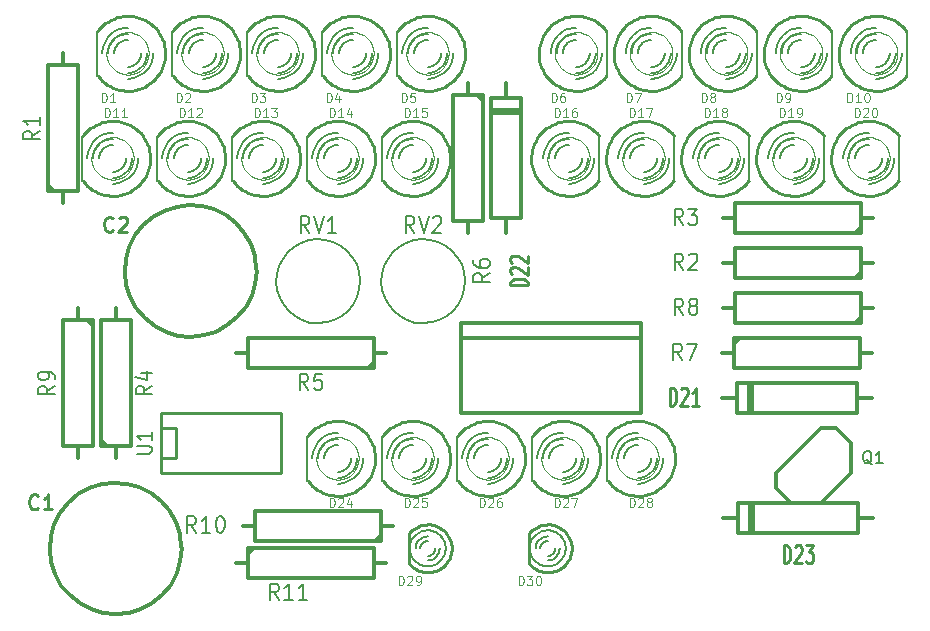
<source format=gto>
G04 (created by PCBNEW-RS274X (2011-05-25)-stable) date Wed 14 Mar 2012 11:53:24 PM MST*
G01*
G70*
G90*
%MOIN*%
G04 Gerber Fmt 3.4, Leading zero omitted, Abs format*
%FSLAX34Y34*%
G04 APERTURE LIST*
%ADD10C,0.006000*%
%ADD11C,0.012000*%
%ADD12C,0.008000*%
%ADD13C,0.003000*%
%ADD14C,0.010000*%
%ADD15C,0.003500*%
G04 APERTURE END LIST*
G54D10*
G54D11*
X63250Y-34250D02*
X61750Y-35750D01*
X61750Y-35750D02*
X61750Y-36250D01*
X61750Y-36250D02*
X62250Y-36750D01*
X62250Y-36750D02*
X63250Y-36750D01*
X63250Y-36750D02*
X64250Y-35750D01*
X64250Y-35750D02*
X64250Y-34750D01*
X64250Y-34750D02*
X63750Y-34250D01*
X63750Y-34250D02*
X63250Y-34250D01*
G54D12*
X51400Y-29350D02*
X51373Y-29621D01*
X51294Y-29883D01*
X51166Y-30124D01*
X50993Y-30336D01*
X50782Y-30510D01*
X50542Y-30640D01*
X50281Y-30721D01*
X50009Y-30749D01*
X49738Y-30725D01*
X49476Y-30648D01*
X49234Y-30521D01*
X49021Y-30350D01*
X48845Y-30140D01*
X48714Y-29901D01*
X48631Y-29641D01*
X48601Y-29369D01*
X48623Y-29098D01*
X48699Y-28835D01*
X48824Y-28592D01*
X48993Y-28378D01*
X49202Y-28201D01*
X49440Y-28068D01*
X49700Y-27983D01*
X49971Y-27951D01*
X50243Y-27972D01*
X50506Y-28045D01*
X50750Y-28168D01*
X50965Y-28337D01*
X51144Y-28543D01*
X51278Y-28781D01*
X51365Y-29040D01*
X51399Y-29311D01*
X51400Y-29350D01*
X47900Y-29350D02*
X47873Y-29621D01*
X47794Y-29883D01*
X47666Y-30124D01*
X47493Y-30336D01*
X47282Y-30510D01*
X47042Y-30640D01*
X46781Y-30721D01*
X46509Y-30749D01*
X46238Y-30725D01*
X45976Y-30648D01*
X45734Y-30521D01*
X45521Y-30350D01*
X45345Y-30140D01*
X45214Y-29901D01*
X45131Y-29641D01*
X45101Y-29369D01*
X45123Y-29098D01*
X45199Y-28835D01*
X45324Y-28592D01*
X45493Y-28378D01*
X45702Y-28201D01*
X45940Y-28068D01*
X46200Y-27983D01*
X46471Y-27951D01*
X46743Y-27972D01*
X47006Y-28045D01*
X47250Y-28168D01*
X47465Y-28337D01*
X47644Y-28543D01*
X47778Y-28781D01*
X47865Y-29040D01*
X47899Y-29311D01*
X47900Y-29350D01*
G54D11*
X38000Y-26750D02*
X38000Y-26350D01*
X38000Y-21750D02*
X38000Y-22150D01*
X37500Y-22150D02*
X38500Y-22150D01*
X38500Y-22150D02*
X38500Y-26350D01*
X38500Y-26350D02*
X37500Y-26350D01*
X37500Y-26350D02*
X37500Y-22150D01*
X37700Y-26350D02*
X37500Y-26150D01*
X43750Y-38750D02*
X44150Y-38750D01*
X48750Y-38750D02*
X48350Y-38750D01*
X48350Y-38250D02*
X48350Y-39250D01*
X48350Y-39250D02*
X44150Y-39250D01*
X44150Y-39250D02*
X44150Y-38250D01*
X44150Y-38250D02*
X48350Y-38250D01*
X44150Y-38450D02*
X44350Y-38250D01*
X65000Y-28750D02*
X64600Y-28750D01*
X60000Y-28750D02*
X60400Y-28750D01*
X60400Y-29250D02*
X60400Y-28250D01*
X60400Y-28250D02*
X64600Y-28250D01*
X64600Y-28250D02*
X64600Y-29250D01*
X64600Y-29250D02*
X60400Y-29250D01*
X64600Y-29050D02*
X64400Y-29250D01*
X65000Y-27250D02*
X64600Y-27250D01*
X60000Y-27250D02*
X60400Y-27250D01*
X60400Y-27750D02*
X60400Y-26750D01*
X60400Y-26750D02*
X64600Y-26750D01*
X64600Y-26750D02*
X64600Y-27750D01*
X64600Y-27750D02*
X60400Y-27750D01*
X64600Y-27550D02*
X64400Y-27750D01*
X39750Y-35250D02*
X39750Y-34850D01*
X39750Y-30250D02*
X39750Y-30650D01*
X39250Y-30650D02*
X40250Y-30650D01*
X40250Y-30650D02*
X40250Y-34850D01*
X40250Y-34850D02*
X39250Y-34850D01*
X39250Y-34850D02*
X39250Y-30650D01*
X39450Y-34850D02*
X39250Y-34650D01*
X48750Y-31750D02*
X48350Y-31750D01*
X43750Y-31750D02*
X44150Y-31750D01*
X44150Y-32250D02*
X44150Y-31250D01*
X44150Y-31250D02*
X48350Y-31250D01*
X48350Y-31250D02*
X48350Y-32250D01*
X48350Y-32250D02*
X44150Y-32250D01*
X48350Y-32050D02*
X48150Y-32250D01*
X51500Y-22750D02*
X51500Y-23150D01*
X51500Y-27750D02*
X51500Y-27350D01*
X52000Y-27350D02*
X51000Y-27350D01*
X51000Y-27350D02*
X51000Y-23150D01*
X51000Y-23150D02*
X52000Y-23150D01*
X52000Y-23150D02*
X52000Y-27350D01*
X51800Y-23150D02*
X52000Y-23350D01*
X59950Y-31750D02*
X60350Y-31750D01*
X64950Y-31750D02*
X64550Y-31750D01*
X64550Y-31250D02*
X64550Y-32250D01*
X64550Y-32250D02*
X60350Y-32250D01*
X60350Y-32250D02*
X60350Y-31250D01*
X60350Y-31250D02*
X64550Y-31250D01*
X60350Y-31450D02*
X60550Y-31250D01*
X65000Y-30250D02*
X64600Y-30250D01*
X60000Y-30250D02*
X60400Y-30250D01*
X60400Y-30750D02*
X60400Y-29750D01*
X60400Y-29750D02*
X64600Y-29750D01*
X64600Y-29750D02*
X64600Y-30750D01*
X64600Y-30750D02*
X60400Y-30750D01*
X64600Y-30550D02*
X64400Y-30750D01*
X38500Y-30250D02*
X38500Y-30650D01*
X38500Y-35250D02*
X38500Y-34850D01*
X39000Y-34850D02*
X38000Y-34850D01*
X38000Y-34850D02*
X38000Y-30650D01*
X38000Y-30650D02*
X39000Y-30650D01*
X39000Y-30650D02*
X39000Y-34850D01*
X38800Y-30650D02*
X39000Y-30850D01*
X49000Y-37500D02*
X48600Y-37500D01*
X44000Y-37500D02*
X44400Y-37500D01*
X44400Y-38000D02*
X44400Y-37000D01*
X44400Y-37000D02*
X48600Y-37000D01*
X48600Y-37000D02*
X48600Y-38000D01*
X48600Y-38000D02*
X44400Y-38000D01*
X48600Y-37800D02*
X48400Y-38000D01*
G54D12*
X65870Y-26000D02*
X65870Y-24500D01*
G54D13*
X65557Y-25250D02*
X65543Y-25387D01*
X65503Y-25519D01*
X65438Y-25641D01*
X65351Y-25748D01*
X65245Y-25836D01*
X65123Y-25901D01*
X64992Y-25942D01*
X64854Y-25956D01*
X64718Y-25944D01*
X64586Y-25905D01*
X64463Y-25841D01*
X64356Y-25755D01*
X64267Y-25649D01*
X64201Y-25528D01*
X64159Y-25396D01*
X64144Y-25259D01*
X64155Y-25123D01*
X64193Y-24990D01*
X64256Y-24868D01*
X64342Y-24759D01*
X64447Y-24670D01*
X64567Y-24603D01*
X64699Y-24560D01*
X64836Y-24544D01*
X64972Y-24554D01*
X65105Y-24591D01*
X65228Y-24654D01*
X65337Y-24739D01*
X65427Y-24843D01*
X65495Y-24963D01*
X65539Y-25094D01*
X65556Y-25231D01*
X65557Y-25250D01*
G54D14*
X65849Y-24500D02*
X65780Y-24416D01*
X65704Y-24338D01*
X65621Y-24267D01*
X65532Y-24203D01*
X65438Y-24148D01*
X65340Y-24101D01*
X65238Y-24062D01*
X65133Y-24033D01*
X65026Y-24013D01*
X64917Y-24002D01*
X64809Y-24001D01*
X64700Y-24010D01*
X64593Y-24027D01*
X64487Y-24054D01*
X64384Y-24091D01*
X64285Y-24136D01*
X64190Y-24189D01*
X64100Y-24251D01*
X64016Y-24320D01*
X63938Y-24396D01*
X63867Y-24479D01*
X63803Y-24568D01*
X63748Y-24662D01*
X63701Y-24760D01*
X63662Y-24862D01*
X63633Y-24967D01*
X63613Y-25074D01*
X63602Y-25183D01*
X63601Y-25291D01*
X63610Y-25400D01*
X63627Y-25507D01*
X63654Y-25613D01*
X63691Y-25716D01*
X63736Y-25815D01*
X63789Y-25910D01*
X63851Y-26000D01*
X63920Y-26084D01*
X63996Y-26162D01*
X64079Y-26233D01*
X64168Y-26297D01*
X64262Y-26352D01*
X64360Y-26399D01*
X64462Y-26438D01*
X64567Y-26467D01*
X64674Y-26487D01*
X64783Y-26498D01*
X64891Y-26499D01*
X65000Y-26490D01*
X65107Y-26473D01*
X65213Y-26446D01*
X65316Y-26409D01*
X65415Y-26364D01*
X65510Y-26311D01*
X65600Y-26249D01*
X65684Y-26180D01*
X65762Y-26104D01*
X65833Y-26021D01*
X65849Y-26000D01*
G54D10*
X64850Y-24800D02*
X64811Y-24802D01*
X64772Y-24807D01*
X64734Y-24816D01*
X64697Y-24828D01*
X64660Y-24843D01*
X64626Y-24861D01*
X64592Y-24882D01*
X64561Y-24906D01*
X64532Y-24932D01*
X64506Y-24961D01*
X64482Y-24992D01*
X64461Y-25026D01*
X64443Y-25060D01*
X64428Y-25097D01*
X64416Y-25134D01*
X64407Y-25172D01*
X64402Y-25211D01*
X64400Y-25250D01*
X64850Y-25700D02*
X64889Y-25698D01*
X64928Y-25693D01*
X64966Y-25684D01*
X65003Y-25672D01*
X65040Y-25657D01*
X65075Y-25639D01*
X65108Y-25618D01*
X65139Y-25594D01*
X65168Y-25568D01*
X65194Y-25539D01*
X65218Y-25508D01*
X65239Y-25474D01*
X65257Y-25440D01*
X65272Y-25403D01*
X65284Y-25366D01*
X65293Y-25328D01*
X65298Y-25289D01*
X65300Y-25250D01*
X64850Y-24600D02*
X64794Y-24603D01*
X64738Y-24610D01*
X64682Y-24623D01*
X64628Y-24640D01*
X64576Y-24661D01*
X64526Y-24688D01*
X64478Y-24718D01*
X64433Y-24753D01*
X64391Y-24791D01*
X64353Y-24833D01*
X64318Y-24878D01*
X64288Y-24926D01*
X64261Y-24976D01*
X64240Y-25028D01*
X64223Y-25082D01*
X64210Y-25138D01*
X64203Y-25194D01*
X64200Y-25250D01*
X64850Y-25900D02*
X64906Y-25897D01*
X64962Y-25890D01*
X65018Y-25877D01*
X65072Y-25860D01*
X65124Y-25839D01*
X65175Y-25812D01*
X65222Y-25782D01*
X65267Y-25747D01*
X65309Y-25709D01*
X65347Y-25667D01*
X65382Y-25622D01*
X65412Y-25574D01*
X65439Y-25524D01*
X65460Y-25472D01*
X65477Y-25418D01*
X65490Y-25362D01*
X65497Y-25306D01*
X65500Y-25250D01*
X64850Y-24400D02*
X64776Y-24404D01*
X64703Y-24413D01*
X64631Y-24429D01*
X64560Y-24452D01*
X64491Y-24480D01*
X64426Y-24514D01*
X64363Y-24554D01*
X64304Y-24599D01*
X64249Y-24649D01*
X64199Y-24704D01*
X64154Y-24763D01*
X64114Y-24826D01*
X64080Y-24891D01*
X64052Y-24960D01*
X64029Y-25031D01*
X64013Y-25103D01*
X64004Y-25176D01*
X64000Y-25250D01*
X64850Y-26100D02*
X64924Y-26096D01*
X64997Y-26087D01*
X65069Y-26071D01*
X65140Y-26048D01*
X65209Y-26020D01*
X65275Y-25986D01*
X65337Y-25946D01*
X65396Y-25901D01*
X65451Y-25851D01*
X65501Y-25796D01*
X65546Y-25737D01*
X65586Y-25674D01*
X65620Y-25609D01*
X65648Y-25540D01*
X65671Y-25469D01*
X65687Y-25397D01*
X65696Y-25324D01*
X65700Y-25250D01*
G54D12*
X56130Y-34500D02*
X56130Y-36000D01*
G54D13*
X57857Y-35250D02*
X57843Y-35387D01*
X57803Y-35519D01*
X57738Y-35641D01*
X57651Y-35748D01*
X57545Y-35836D01*
X57423Y-35901D01*
X57292Y-35942D01*
X57154Y-35956D01*
X57018Y-35944D01*
X56886Y-35905D01*
X56763Y-35841D01*
X56656Y-35755D01*
X56567Y-35649D01*
X56501Y-35528D01*
X56459Y-35396D01*
X56444Y-35259D01*
X56455Y-35123D01*
X56493Y-34990D01*
X56556Y-34868D01*
X56642Y-34759D01*
X56747Y-34670D01*
X56867Y-34603D01*
X56999Y-34560D01*
X57136Y-34544D01*
X57272Y-34554D01*
X57405Y-34591D01*
X57528Y-34654D01*
X57637Y-34739D01*
X57727Y-34843D01*
X57795Y-34963D01*
X57839Y-35094D01*
X57856Y-35231D01*
X57857Y-35250D01*
G54D14*
X56151Y-36000D02*
X56220Y-36084D01*
X56296Y-36162D01*
X56379Y-36233D01*
X56468Y-36297D01*
X56562Y-36352D01*
X56660Y-36399D01*
X56762Y-36438D01*
X56867Y-36467D01*
X56974Y-36487D01*
X57083Y-36498D01*
X57191Y-36499D01*
X57300Y-36490D01*
X57407Y-36473D01*
X57513Y-36446D01*
X57616Y-36409D01*
X57715Y-36364D01*
X57810Y-36311D01*
X57900Y-36249D01*
X57984Y-36180D01*
X58062Y-36104D01*
X58133Y-36021D01*
X58197Y-35932D01*
X58252Y-35838D01*
X58299Y-35740D01*
X58338Y-35638D01*
X58367Y-35533D01*
X58387Y-35426D01*
X58398Y-35317D01*
X58399Y-35209D01*
X58390Y-35100D01*
X58373Y-34993D01*
X58346Y-34887D01*
X58309Y-34784D01*
X58264Y-34685D01*
X58211Y-34590D01*
X58149Y-34500D01*
X58080Y-34416D01*
X58004Y-34338D01*
X57921Y-34267D01*
X57832Y-34203D01*
X57738Y-34148D01*
X57640Y-34101D01*
X57538Y-34062D01*
X57433Y-34033D01*
X57326Y-34013D01*
X57217Y-34002D01*
X57109Y-34001D01*
X57000Y-34010D01*
X56893Y-34027D01*
X56787Y-34054D01*
X56684Y-34091D01*
X56585Y-34136D01*
X56490Y-34189D01*
X56400Y-34251D01*
X56316Y-34320D01*
X56238Y-34396D01*
X56167Y-34479D01*
X56151Y-34500D01*
G54D10*
X57150Y-35700D02*
X57189Y-35698D01*
X57228Y-35693D01*
X57266Y-35684D01*
X57303Y-35672D01*
X57340Y-35657D01*
X57375Y-35639D01*
X57408Y-35618D01*
X57439Y-35594D01*
X57468Y-35568D01*
X57494Y-35539D01*
X57518Y-35508D01*
X57539Y-35474D01*
X57557Y-35440D01*
X57572Y-35403D01*
X57584Y-35366D01*
X57593Y-35328D01*
X57598Y-35289D01*
X57600Y-35250D01*
X57150Y-34800D02*
X57111Y-34802D01*
X57072Y-34807D01*
X57034Y-34816D01*
X56997Y-34828D01*
X56960Y-34843D01*
X56926Y-34861D01*
X56892Y-34882D01*
X56861Y-34906D01*
X56832Y-34932D01*
X56806Y-34961D01*
X56782Y-34992D01*
X56761Y-35026D01*
X56743Y-35060D01*
X56728Y-35097D01*
X56716Y-35134D01*
X56707Y-35172D01*
X56702Y-35211D01*
X56700Y-35250D01*
X57150Y-35900D02*
X57206Y-35897D01*
X57262Y-35890D01*
X57318Y-35877D01*
X57372Y-35860D01*
X57424Y-35839D01*
X57475Y-35812D01*
X57522Y-35782D01*
X57567Y-35747D01*
X57609Y-35709D01*
X57647Y-35667D01*
X57682Y-35622D01*
X57712Y-35574D01*
X57739Y-35524D01*
X57760Y-35472D01*
X57777Y-35418D01*
X57790Y-35362D01*
X57797Y-35306D01*
X57800Y-35250D01*
X57150Y-34600D02*
X57094Y-34603D01*
X57038Y-34610D01*
X56982Y-34623D01*
X56928Y-34640D01*
X56876Y-34661D01*
X56826Y-34688D01*
X56778Y-34718D01*
X56733Y-34753D01*
X56691Y-34791D01*
X56653Y-34833D01*
X56618Y-34878D01*
X56588Y-34926D01*
X56561Y-34976D01*
X56540Y-35028D01*
X56523Y-35082D01*
X56510Y-35138D01*
X56503Y-35194D01*
X56500Y-35250D01*
X57150Y-36100D02*
X57224Y-36096D01*
X57297Y-36087D01*
X57369Y-36071D01*
X57440Y-36048D01*
X57509Y-36020D01*
X57575Y-35986D01*
X57637Y-35946D01*
X57696Y-35901D01*
X57751Y-35851D01*
X57801Y-35796D01*
X57846Y-35737D01*
X57886Y-35674D01*
X57920Y-35609D01*
X57948Y-35540D01*
X57971Y-35469D01*
X57987Y-35397D01*
X57996Y-35324D01*
X58000Y-35250D01*
X57150Y-34400D02*
X57076Y-34404D01*
X57003Y-34413D01*
X56931Y-34429D01*
X56860Y-34452D01*
X56791Y-34480D01*
X56726Y-34514D01*
X56663Y-34554D01*
X56604Y-34599D01*
X56549Y-34649D01*
X56499Y-34704D01*
X56454Y-34763D01*
X56414Y-34826D01*
X56380Y-34891D01*
X56352Y-34960D01*
X56329Y-35031D01*
X56313Y-35103D01*
X56304Y-35176D01*
X56300Y-35250D01*
G54D12*
X53630Y-34500D02*
X53630Y-36000D01*
G54D13*
X55357Y-35250D02*
X55343Y-35387D01*
X55303Y-35519D01*
X55238Y-35641D01*
X55151Y-35748D01*
X55045Y-35836D01*
X54923Y-35901D01*
X54792Y-35942D01*
X54654Y-35956D01*
X54518Y-35944D01*
X54386Y-35905D01*
X54263Y-35841D01*
X54156Y-35755D01*
X54067Y-35649D01*
X54001Y-35528D01*
X53959Y-35396D01*
X53944Y-35259D01*
X53955Y-35123D01*
X53993Y-34990D01*
X54056Y-34868D01*
X54142Y-34759D01*
X54247Y-34670D01*
X54367Y-34603D01*
X54499Y-34560D01*
X54636Y-34544D01*
X54772Y-34554D01*
X54905Y-34591D01*
X55028Y-34654D01*
X55137Y-34739D01*
X55227Y-34843D01*
X55295Y-34963D01*
X55339Y-35094D01*
X55356Y-35231D01*
X55357Y-35250D01*
G54D14*
X53651Y-36000D02*
X53720Y-36084D01*
X53796Y-36162D01*
X53879Y-36233D01*
X53968Y-36297D01*
X54062Y-36352D01*
X54160Y-36399D01*
X54262Y-36438D01*
X54367Y-36467D01*
X54474Y-36487D01*
X54583Y-36498D01*
X54691Y-36499D01*
X54800Y-36490D01*
X54907Y-36473D01*
X55013Y-36446D01*
X55116Y-36409D01*
X55215Y-36364D01*
X55310Y-36311D01*
X55400Y-36249D01*
X55484Y-36180D01*
X55562Y-36104D01*
X55633Y-36021D01*
X55697Y-35932D01*
X55752Y-35838D01*
X55799Y-35740D01*
X55838Y-35638D01*
X55867Y-35533D01*
X55887Y-35426D01*
X55898Y-35317D01*
X55899Y-35209D01*
X55890Y-35100D01*
X55873Y-34993D01*
X55846Y-34887D01*
X55809Y-34784D01*
X55764Y-34685D01*
X55711Y-34590D01*
X55649Y-34500D01*
X55580Y-34416D01*
X55504Y-34338D01*
X55421Y-34267D01*
X55332Y-34203D01*
X55238Y-34148D01*
X55140Y-34101D01*
X55038Y-34062D01*
X54933Y-34033D01*
X54826Y-34013D01*
X54717Y-34002D01*
X54609Y-34001D01*
X54500Y-34010D01*
X54393Y-34027D01*
X54287Y-34054D01*
X54184Y-34091D01*
X54085Y-34136D01*
X53990Y-34189D01*
X53900Y-34251D01*
X53816Y-34320D01*
X53738Y-34396D01*
X53667Y-34479D01*
X53651Y-34500D01*
G54D10*
X54650Y-35700D02*
X54689Y-35698D01*
X54728Y-35693D01*
X54766Y-35684D01*
X54803Y-35672D01*
X54840Y-35657D01*
X54875Y-35639D01*
X54908Y-35618D01*
X54939Y-35594D01*
X54968Y-35568D01*
X54994Y-35539D01*
X55018Y-35508D01*
X55039Y-35474D01*
X55057Y-35440D01*
X55072Y-35403D01*
X55084Y-35366D01*
X55093Y-35328D01*
X55098Y-35289D01*
X55100Y-35250D01*
X54650Y-34800D02*
X54611Y-34802D01*
X54572Y-34807D01*
X54534Y-34816D01*
X54497Y-34828D01*
X54460Y-34843D01*
X54426Y-34861D01*
X54392Y-34882D01*
X54361Y-34906D01*
X54332Y-34932D01*
X54306Y-34961D01*
X54282Y-34992D01*
X54261Y-35026D01*
X54243Y-35060D01*
X54228Y-35097D01*
X54216Y-35134D01*
X54207Y-35172D01*
X54202Y-35211D01*
X54200Y-35250D01*
X54650Y-35900D02*
X54706Y-35897D01*
X54762Y-35890D01*
X54818Y-35877D01*
X54872Y-35860D01*
X54924Y-35839D01*
X54975Y-35812D01*
X55022Y-35782D01*
X55067Y-35747D01*
X55109Y-35709D01*
X55147Y-35667D01*
X55182Y-35622D01*
X55212Y-35574D01*
X55239Y-35524D01*
X55260Y-35472D01*
X55277Y-35418D01*
X55290Y-35362D01*
X55297Y-35306D01*
X55300Y-35250D01*
X54650Y-34600D02*
X54594Y-34603D01*
X54538Y-34610D01*
X54482Y-34623D01*
X54428Y-34640D01*
X54376Y-34661D01*
X54326Y-34688D01*
X54278Y-34718D01*
X54233Y-34753D01*
X54191Y-34791D01*
X54153Y-34833D01*
X54118Y-34878D01*
X54088Y-34926D01*
X54061Y-34976D01*
X54040Y-35028D01*
X54023Y-35082D01*
X54010Y-35138D01*
X54003Y-35194D01*
X54000Y-35250D01*
X54650Y-36100D02*
X54724Y-36096D01*
X54797Y-36087D01*
X54869Y-36071D01*
X54940Y-36048D01*
X55009Y-36020D01*
X55075Y-35986D01*
X55137Y-35946D01*
X55196Y-35901D01*
X55251Y-35851D01*
X55301Y-35796D01*
X55346Y-35737D01*
X55386Y-35674D01*
X55420Y-35609D01*
X55448Y-35540D01*
X55471Y-35469D01*
X55487Y-35397D01*
X55496Y-35324D01*
X55500Y-35250D01*
X54650Y-34400D02*
X54576Y-34404D01*
X54503Y-34413D01*
X54431Y-34429D01*
X54360Y-34452D01*
X54291Y-34480D01*
X54226Y-34514D01*
X54163Y-34554D01*
X54104Y-34599D01*
X54049Y-34649D01*
X53999Y-34704D01*
X53954Y-34763D01*
X53914Y-34826D01*
X53880Y-34891D01*
X53852Y-34960D01*
X53829Y-35031D01*
X53813Y-35103D01*
X53804Y-35176D01*
X53800Y-35250D01*
G54D12*
X51130Y-34500D02*
X51130Y-36000D01*
G54D13*
X52857Y-35250D02*
X52843Y-35387D01*
X52803Y-35519D01*
X52738Y-35641D01*
X52651Y-35748D01*
X52545Y-35836D01*
X52423Y-35901D01*
X52292Y-35942D01*
X52154Y-35956D01*
X52018Y-35944D01*
X51886Y-35905D01*
X51763Y-35841D01*
X51656Y-35755D01*
X51567Y-35649D01*
X51501Y-35528D01*
X51459Y-35396D01*
X51444Y-35259D01*
X51455Y-35123D01*
X51493Y-34990D01*
X51556Y-34868D01*
X51642Y-34759D01*
X51747Y-34670D01*
X51867Y-34603D01*
X51999Y-34560D01*
X52136Y-34544D01*
X52272Y-34554D01*
X52405Y-34591D01*
X52528Y-34654D01*
X52637Y-34739D01*
X52727Y-34843D01*
X52795Y-34963D01*
X52839Y-35094D01*
X52856Y-35231D01*
X52857Y-35250D01*
G54D14*
X51151Y-36000D02*
X51220Y-36084D01*
X51296Y-36162D01*
X51379Y-36233D01*
X51468Y-36297D01*
X51562Y-36352D01*
X51660Y-36399D01*
X51762Y-36438D01*
X51867Y-36467D01*
X51974Y-36487D01*
X52083Y-36498D01*
X52191Y-36499D01*
X52300Y-36490D01*
X52407Y-36473D01*
X52513Y-36446D01*
X52616Y-36409D01*
X52715Y-36364D01*
X52810Y-36311D01*
X52900Y-36249D01*
X52984Y-36180D01*
X53062Y-36104D01*
X53133Y-36021D01*
X53197Y-35932D01*
X53252Y-35838D01*
X53299Y-35740D01*
X53338Y-35638D01*
X53367Y-35533D01*
X53387Y-35426D01*
X53398Y-35317D01*
X53399Y-35209D01*
X53390Y-35100D01*
X53373Y-34993D01*
X53346Y-34887D01*
X53309Y-34784D01*
X53264Y-34685D01*
X53211Y-34590D01*
X53149Y-34500D01*
X53080Y-34416D01*
X53004Y-34338D01*
X52921Y-34267D01*
X52832Y-34203D01*
X52738Y-34148D01*
X52640Y-34101D01*
X52538Y-34062D01*
X52433Y-34033D01*
X52326Y-34013D01*
X52217Y-34002D01*
X52109Y-34001D01*
X52000Y-34010D01*
X51893Y-34027D01*
X51787Y-34054D01*
X51684Y-34091D01*
X51585Y-34136D01*
X51490Y-34189D01*
X51400Y-34251D01*
X51316Y-34320D01*
X51238Y-34396D01*
X51167Y-34479D01*
X51151Y-34500D01*
G54D10*
X52150Y-35700D02*
X52189Y-35698D01*
X52228Y-35693D01*
X52266Y-35684D01*
X52303Y-35672D01*
X52340Y-35657D01*
X52375Y-35639D01*
X52408Y-35618D01*
X52439Y-35594D01*
X52468Y-35568D01*
X52494Y-35539D01*
X52518Y-35508D01*
X52539Y-35474D01*
X52557Y-35440D01*
X52572Y-35403D01*
X52584Y-35366D01*
X52593Y-35328D01*
X52598Y-35289D01*
X52600Y-35250D01*
X52150Y-34800D02*
X52111Y-34802D01*
X52072Y-34807D01*
X52034Y-34816D01*
X51997Y-34828D01*
X51960Y-34843D01*
X51926Y-34861D01*
X51892Y-34882D01*
X51861Y-34906D01*
X51832Y-34932D01*
X51806Y-34961D01*
X51782Y-34992D01*
X51761Y-35026D01*
X51743Y-35060D01*
X51728Y-35097D01*
X51716Y-35134D01*
X51707Y-35172D01*
X51702Y-35211D01*
X51700Y-35250D01*
X52150Y-35900D02*
X52206Y-35897D01*
X52262Y-35890D01*
X52318Y-35877D01*
X52372Y-35860D01*
X52424Y-35839D01*
X52475Y-35812D01*
X52522Y-35782D01*
X52567Y-35747D01*
X52609Y-35709D01*
X52647Y-35667D01*
X52682Y-35622D01*
X52712Y-35574D01*
X52739Y-35524D01*
X52760Y-35472D01*
X52777Y-35418D01*
X52790Y-35362D01*
X52797Y-35306D01*
X52800Y-35250D01*
X52150Y-34600D02*
X52094Y-34603D01*
X52038Y-34610D01*
X51982Y-34623D01*
X51928Y-34640D01*
X51876Y-34661D01*
X51826Y-34688D01*
X51778Y-34718D01*
X51733Y-34753D01*
X51691Y-34791D01*
X51653Y-34833D01*
X51618Y-34878D01*
X51588Y-34926D01*
X51561Y-34976D01*
X51540Y-35028D01*
X51523Y-35082D01*
X51510Y-35138D01*
X51503Y-35194D01*
X51500Y-35250D01*
X52150Y-36100D02*
X52224Y-36096D01*
X52297Y-36087D01*
X52369Y-36071D01*
X52440Y-36048D01*
X52509Y-36020D01*
X52575Y-35986D01*
X52637Y-35946D01*
X52696Y-35901D01*
X52751Y-35851D01*
X52801Y-35796D01*
X52846Y-35737D01*
X52886Y-35674D01*
X52920Y-35609D01*
X52948Y-35540D01*
X52971Y-35469D01*
X52987Y-35397D01*
X52996Y-35324D01*
X53000Y-35250D01*
X52150Y-34400D02*
X52076Y-34404D01*
X52003Y-34413D01*
X51931Y-34429D01*
X51860Y-34452D01*
X51791Y-34480D01*
X51726Y-34514D01*
X51663Y-34554D01*
X51604Y-34599D01*
X51549Y-34649D01*
X51499Y-34704D01*
X51454Y-34763D01*
X51414Y-34826D01*
X51380Y-34891D01*
X51352Y-34960D01*
X51329Y-35031D01*
X51313Y-35103D01*
X51304Y-35176D01*
X51300Y-35250D01*
G54D12*
X48630Y-34500D02*
X48630Y-36000D01*
G54D13*
X50357Y-35250D02*
X50343Y-35387D01*
X50303Y-35519D01*
X50238Y-35641D01*
X50151Y-35748D01*
X50045Y-35836D01*
X49923Y-35901D01*
X49792Y-35942D01*
X49654Y-35956D01*
X49518Y-35944D01*
X49386Y-35905D01*
X49263Y-35841D01*
X49156Y-35755D01*
X49067Y-35649D01*
X49001Y-35528D01*
X48959Y-35396D01*
X48944Y-35259D01*
X48955Y-35123D01*
X48993Y-34990D01*
X49056Y-34868D01*
X49142Y-34759D01*
X49247Y-34670D01*
X49367Y-34603D01*
X49499Y-34560D01*
X49636Y-34544D01*
X49772Y-34554D01*
X49905Y-34591D01*
X50028Y-34654D01*
X50137Y-34739D01*
X50227Y-34843D01*
X50295Y-34963D01*
X50339Y-35094D01*
X50356Y-35231D01*
X50357Y-35250D01*
G54D14*
X48651Y-36000D02*
X48720Y-36084D01*
X48796Y-36162D01*
X48879Y-36233D01*
X48968Y-36297D01*
X49062Y-36352D01*
X49160Y-36399D01*
X49262Y-36438D01*
X49367Y-36467D01*
X49474Y-36487D01*
X49583Y-36498D01*
X49691Y-36499D01*
X49800Y-36490D01*
X49907Y-36473D01*
X50013Y-36446D01*
X50116Y-36409D01*
X50215Y-36364D01*
X50310Y-36311D01*
X50400Y-36249D01*
X50484Y-36180D01*
X50562Y-36104D01*
X50633Y-36021D01*
X50697Y-35932D01*
X50752Y-35838D01*
X50799Y-35740D01*
X50838Y-35638D01*
X50867Y-35533D01*
X50887Y-35426D01*
X50898Y-35317D01*
X50899Y-35209D01*
X50890Y-35100D01*
X50873Y-34993D01*
X50846Y-34887D01*
X50809Y-34784D01*
X50764Y-34685D01*
X50711Y-34590D01*
X50649Y-34500D01*
X50580Y-34416D01*
X50504Y-34338D01*
X50421Y-34267D01*
X50332Y-34203D01*
X50238Y-34148D01*
X50140Y-34101D01*
X50038Y-34062D01*
X49933Y-34033D01*
X49826Y-34013D01*
X49717Y-34002D01*
X49609Y-34001D01*
X49500Y-34010D01*
X49393Y-34027D01*
X49287Y-34054D01*
X49184Y-34091D01*
X49085Y-34136D01*
X48990Y-34189D01*
X48900Y-34251D01*
X48816Y-34320D01*
X48738Y-34396D01*
X48667Y-34479D01*
X48651Y-34500D01*
G54D10*
X49650Y-35700D02*
X49689Y-35698D01*
X49728Y-35693D01*
X49766Y-35684D01*
X49803Y-35672D01*
X49840Y-35657D01*
X49875Y-35639D01*
X49908Y-35618D01*
X49939Y-35594D01*
X49968Y-35568D01*
X49994Y-35539D01*
X50018Y-35508D01*
X50039Y-35474D01*
X50057Y-35440D01*
X50072Y-35403D01*
X50084Y-35366D01*
X50093Y-35328D01*
X50098Y-35289D01*
X50100Y-35250D01*
X49650Y-34800D02*
X49611Y-34802D01*
X49572Y-34807D01*
X49534Y-34816D01*
X49497Y-34828D01*
X49460Y-34843D01*
X49426Y-34861D01*
X49392Y-34882D01*
X49361Y-34906D01*
X49332Y-34932D01*
X49306Y-34961D01*
X49282Y-34992D01*
X49261Y-35026D01*
X49243Y-35060D01*
X49228Y-35097D01*
X49216Y-35134D01*
X49207Y-35172D01*
X49202Y-35211D01*
X49200Y-35250D01*
X49650Y-35900D02*
X49706Y-35897D01*
X49762Y-35890D01*
X49818Y-35877D01*
X49872Y-35860D01*
X49924Y-35839D01*
X49975Y-35812D01*
X50022Y-35782D01*
X50067Y-35747D01*
X50109Y-35709D01*
X50147Y-35667D01*
X50182Y-35622D01*
X50212Y-35574D01*
X50239Y-35524D01*
X50260Y-35472D01*
X50277Y-35418D01*
X50290Y-35362D01*
X50297Y-35306D01*
X50300Y-35250D01*
X49650Y-34600D02*
X49594Y-34603D01*
X49538Y-34610D01*
X49482Y-34623D01*
X49428Y-34640D01*
X49376Y-34661D01*
X49326Y-34688D01*
X49278Y-34718D01*
X49233Y-34753D01*
X49191Y-34791D01*
X49153Y-34833D01*
X49118Y-34878D01*
X49088Y-34926D01*
X49061Y-34976D01*
X49040Y-35028D01*
X49023Y-35082D01*
X49010Y-35138D01*
X49003Y-35194D01*
X49000Y-35250D01*
X49650Y-36100D02*
X49724Y-36096D01*
X49797Y-36087D01*
X49869Y-36071D01*
X49940Y-36048D01*
X50009Y-36020D01*
X50075Y-35986D01*
X50137Y-35946D01*
X50196Y-35901D01*
X50251Y-35851D01*
X50301Y-35796D01*
X50346Y-35737D01*
X50386Y-35674D01*
X50420Y-35609D01*
X50448Y-35540D01*
X50471Y-35469D01*
X50487Y-35397D01*
X50496Y-35324D01*
X50500Y-35250D01*
X49650Y-34400D02*
X49576Y-34404D01*
X49503Y-34413D01*
X49431Y-34429D01*
X49360Y-34452D01*
X49291Y-34480D01*
X49226Y-34514D01*
X49163Y-34554D01*
X49104Y-34599D01*
X49049Y-34649D01*
X48999Y-34704D01*
X48954Y-34763D01*
X48914Y-34826D01*
X48880Y-34891D01*
X48852Y-34960D01*
X48829Y-35031D01*
X48813Y-35103D01*
X48804Y-35176D01*
X48800Y-35250D01*
G54D12*
X46130Y-34500D02*
X46130Y-36000D01*
G54D13*
X47857Y-35250D02*
X47843Y-35387D01*
X47803Y-35519D01*
X47738Y-35641D01*
X47651Y-35748D01*
X47545Y-35836D01*
X47423Y-35901D01*
X47292Y-35942D01*
X47154Y-35956D01*
X47018Y-35944D01*
X46886Y-35905D01*
X46763Y-35841D01*
X46656Y-35755D01*
X46567Y-35649D01*
X46501Y-35528D01*
X46459Y-35396D01*
X46444Y-35259D01*
X46455Y-35123D01*
X46493Y-34990D01*
X46556Y-34868D01*
X46642Y-34759D01*
X46747Y-34670D01*
X46867Y-34603D01*
X46999Y-34560D01*
X47136Y-34544D01*
X47272Y-34554D01*
X47405Y-34591D01*
X47528Y-34654D01*
X47637Y-34739D01*
X47727Y-34843D01*
X47795Y-34963D01*
X47839Y-35094D01*
X47856Y-35231D01*
X47857Y-35250D01*
G54D14*
X46151Y-36000D02*
X46220Y-36084D01*
X46296Y-36162D01*
X46379Y-36233D01*
X46468Y-36297D01*
X46562Y-36352D01*
X46660Y-36399D01*
X46762Y-36438D01*
X46867Y-36467D01*
X46974Y-36487D01*
X47083Y-36498D01*
X47191Y-36499D01*
X47300Y-36490D01*
X47407Y-36473D01*
X47513Y-36446D01*
X47616Y-36409D01*
X47715Y-36364D01*
X47810Y-36311D01*
X47900Y-36249D01*
X47984Y-36180D01*
X48062Y-36104D01*
X48133Y-36021D01*
X48197Y-35932D01*
X48252Y-35838D01*
X48299Y-35740D01*
X48338Y-35638D01*
X48367Y-35533D01*
X48387Y-35426D01*
X48398Y-35317D01*
X48399Y-35209D01*
X48390Y-35100D01*
X48373Y-34993D01*
X48346Y-34887D01*
X48309Y-34784D01*
X48264Y-34685D01*
X48211Y-34590D01*
X48149Y-34500D01*
X48080Y-34416D01*
X48004Y-34338D01*
X47921Y-34267D01*
X47832Y-34203D01*
X47738Y-34148D01*
X47640Y-34101D01*
X47538Y-34062D01*
X47433Y-34033D01*
X47326Y-34013D01*
X47217Y-34002D01*
X47109Y-34001D01*
X47000Y-34010D01*
X46893Y-34027D01*
X46787Y-34054D01*
X46684Y-34091D01*
X46585Y-34136D01*
X46490Y-34189D01*
X46400Y-34251D01*
X46316Y-34320D01*
X46238Y-34396D01*
X46167Y-34479D01*
X46151Y-34500D01*
G54D10*
X47150Y-35700D02*
X47189Y-35698D01*
X47228Y-35693D01*
X47266Y-35684D01*
X47303Y-35672D01*
X47340Y-35657D01*
X47375Y-35639D01*
X47408Y-35618D01*
X47439Y-35594D01*
X47468Y-35568D01*
X47494Y-35539D01*
X47518Y-35508D01*
X47539Y-35474D01*
X47557Y-35440D01*
X47572Y-35403D01*
X47584Y-35366D01*
X47593Y-35328D01*
X47598Y-35289D01*
X47600Y-35250D01*
X47150Y-34800D02*
X47111Y-34802D01*
X47072Y-34807D01*
X47034Y-34816D01*
X46997Y-34828D01*
X46960Y-34843D01*
X46926Y-34861D01*
X46892Y-34882D01*
X46861Y-34906D01*
X46832Y-34932D01*
X46806Y-34961D01*
X46782Y-34992D01*
X46761Y-35026D01*
X46743Y-35060D01*
X46728Y-35097D01*
X46716Y-35134D01*
X46707Y-35172D01*
X46702Y-35211D01*
X46700Y-35250D01*
X47150Y-35900D02*
X47206Y-35897D01*
X47262Y-35890D01*
X47318Y-35877D01*
X47372Y-35860D01*
X47424Y-35839D01*
X47475Y-35812D01*
X47522Y-35782D01*
X47567Y-35747D01*
X47609Y-35709D01*
X47647Y-35667D01*
X47682Y-35622D01*
X47712Y-35574D01*
X47739Y-35524D01*
X47760Y-35472D01*
X47777Y-35418D01*
X47790Y-35362D01*
X47797Y-35306D01*
X47800Y-35250D01*
X47150Y-34600D02*
X47094Y-34603D01*
X47038Y-34610D01*
X46982Y-34623D01*
X46928Y-34640D01*
X46876Y-34661D01*
X46826Y-34688D01*
X46778Y-34718D01*
X46733Y-34753D01*
X46691Y-34791D01*
X46653Y-34833D01*
X46618Y-34878D01*
X46588Y-34926D01*
X46561Y-34976D01*
X46540Y-35028D01*
X46523Y-35082D01*
X46510Y-35138D01*
X46503Y-35194D01*
X46500Y-35250D01*
X47150Y-36100D02*
X47224Y-36096D01*
X47297Y-36087D01*
X47369Y-36071D01*
X47440Y-36048D01*
X47509Y-36020D01*
X47575Y-35986D01*
X47637Y-35946D01*
X47696Y-35901D01*
X47751Y-35851D01*
X47801Y-35796D01*
X47846Y-35737D01*
X47886Y-35674D01*
X47920Y-35609D01*
X47948Y-35540D01*
X47971Y-35469D01*
X47987Y-35397D01*
X47996Y-35324D01*
X48000Y-35250D01*
X47150Y-34400D02*
X47076Y-34404D01*
X47003Y-34413D01*
X46931Y-34429D01*
X46860Y-34452D01*
X46791Y-34480D01*
X46726Y-34514D01*
X46663Y-34554D01*
X46604Y-34599D01*
X46549Y-34649D01*
X46499Y-34704D01*
X46454Y-34763D01*
X46414Y-34826D01*
X46380Y-34891D01*
X46352Y-34960D01*
X46329Y-35031D01*
X46313Y-35103D01*
X46304Y-35176D01*
X46300Y-35250D01*
G54D12*
X41630Y-21000D02*
X41630Y-22500D01*
G54D13*
X43357Y-21750D02*
X43343Y-21887D01*
X43303Y-22019D01*
X43238Y-22141D01*
X43151Y-22248D01*
X43045Y-22336D01*
X42923Y-22401D01*
X42792Y-22442D01*
X42654Y-22456D01*
X42518Y-22444D01*
X42386Y-22405D01*
X42263Y-22341D01*
X42156Y-22255D01*
X42067Y-22149D01*
X42001Y-22028D01*
X41959Y-21896D01*
X41944Y-21759D01*
X41955Y-21623D01*
X41993Y-21490D01*
X42056Y-21368D01*
X42142Y-21259D01*
X42247Y-21170D01*
X42367Y-21103D01*
X42499Y-21060D01*
X42636Y-21044D01*
X42772Y-21054D01*
X42905Y-21091D01*
X43028Y-21154D01*
X43137Y-21239D01*
X43227Y-21343D01*
X43295Y-21463D01*
X43339Y-21594D01*
X43356Y-21731D01*
X43357Y-21750D01*
G54D14*
X41651Y-22500D02*
X41720Y-22584D01*
X41796Y-22662D01*
X41879Y-22733D01*
X41968Y-22797D01*
X42062Y-22852D01*
X42160Y-22899D01*
X42262Y-22938D01*
X42367Y-22967D01*
X42474Y-22987D01*
X42583Y-22998D01*
X42691Y-22999D01*
X42800Y-22990D01*
X42907Y-22973D01*
X43013Y-22946D01*
X43116Y-22909D01*
X43215Y-22864D01*
X43310Y-22811D01*
X43400Y-22749D01*
X43484Y-22680D01*
X43562Y-22604D01*
X43633Y-22521D01*
X43697Y-22432D01*
X43752Y-22338D01*
X43799Y-22240D01*
X43838Y-22138D01*
X43867Y-22033D01*
X43887Y-21926D01*
X43898Y-21817D01*
X43899Y-21709D01*
X43890Y-21600D01*
X43873Y-21493D01*
X43846Y-21387D01*
X43809Y-21284D01*
X43764Y-21185D01*
X43711Y-21090D01*
X43649Y-21000D01*
X43580Y-20916D01*
X43504Y-20838D01*
X43421Y-20767D01*
X43332Y-20703D01*
X43238Y-20648D01*
X43140Y-20601D01*
X43038Y-20562D01*
X42933Y-20533D01*
X42826Y-20513D01*
X42717Y-20502D01*
X42609Y-20501D01*
X42500Y-20510D01*
X42393Y-20527D01*
X42287Y-20554D01*
X42184Y-20591D01*
X42085Y-20636D01*
X41990Y-20689D01*
X41900Y-20751D01*
X41816Y-20820D01*
X41738Y-20896D01*
X41667Y-20979D01*
X41651Y-21000D01*
G54D10*
X42650Y-22200D02*
X42689Y-22198D01*
X42728Y-22193D01*
X42766Y-22184D01*
X42803Y-22172D01*
X42840Y-22157D01*
X42875Y-22139D01*
X42908Y-22118D01*
X42939Y-22094D01*
X42968Y-22068D01*
X42994Y-22039D01*
X43018Y-22008D01*
X43039Y-21974D01*
X43057Y-21940D01*
X43072Y-21903D01*
X43084Y-21866D01*
X43093Y-21828D01*
X43098Y-21789D01*
X43100Y-21750D01*
X42650Y-21300D02*
X42611Y-21302D01*
X42572Y-21307D01*
X42534Y-21316D01*
X42497Y-21328D01*
X42460Y-21343D01*
X42426Y-21361D01*
X42392Y-21382D01*
X42361Y-21406D01*
X42332Y-21432D01*
X42306Y-21461D01*
X42282Y-21492D01*
X42261Y-21526D01*
X42243Y-21560D01*
X42228Y-21597D01*
X42216Y-21634D01*
X42207Y-21672D01*
X42202Y-21711D01*
X42200Y-21750D01*
X42650Y-22400D02*
X42706Y-22397D01*
X42762Y-22390D01*
X42818Y-22377D01*
X42872Y-22360D01*
X42924Y-22339D01*
X42975Y-22312D01*
X43022Y-22282D01*
X43067Y-22247D01*
X43109Y-22209D01*
X43147Y-22167D01*
X43182Y-22122D01*
X43212Y-22074D01*
X43239Y-22024D01*
X43260Y-21972D01*
X43277Y-21918D01*
X43290Y-21862D01*
X43297Y-21806D01*
X43300Y-21750D01*
X42650Y-21100D02*
X42594Y-21103D01*
X42538Y-21110D01*
X42482Y-21123D01*
X42428Y-21140D01*
X42376Y-21161D01*
X42326Y-21188D01*
X42278Y-21218D01*
X42233Y-21253D01*
X42191Y-21291D01*
X42153Y-21333D01*
X42118Y-21378D01*
X42088Y-21426D01*
X42061Y-21476D01*
X42040Y-21528D01*
X42023Y-21582D01*
X42010Y-21638D01*
X42003Y-21694D01*
X42000Y-21750D01*
X42650Y-22600D02*
X42724Y-22596D01*
X42797Y-22587D01*
X42869Y-22571D01*
X42940Y-22548D01*
X43009Y-22520D01*
X43075Y-22486D01*
X43137Y-22446D01*
X43196Y-22401D01*
X43251Y-22351D01*
X43301Y-22296D01*
X43346Y-22237D01*
X43386Y-22174D01*
X43420Y-22109D01*
X43448Y-22040D01*
X43471Y-21969D01*
X43487Y-21897D01*
X43496Y-21824D01*
X43500Y-21750D01*
X42650Y-20900D02*
X42576Y-20904D01*
X42503Y-20913D01*
X42431Y-20929D01*
X42360Y-20952D01*
X42291Y-20980D01*
X42226Y-21014D01*
X42163Y-21054D01*
X42104Y-21099D01*
X42049Y-21149D01*
X41999Y-21204D01*
X41954Y-21263D01*
X41914Y-21326D01*
X41880Y-21391D01*
X41852Y-21460D01*
X41829Y-21531D01*
X41813Y-21603D01*
X41804Y-21676D01*
X41800Y-21750D01*
G54D12*
X44130Y-21000D02*
X44130Y-22500D01*
G54D13*
X45857Y-21750D02*
X45843Y-21887D01*
X45803Y-22019D01*
X45738Y-22141D01*
X45651Y-22248D01*
X45545Y-22336D01*
X45423Y-22401D01*
X45292Y-22442D01*
X45154Y-22456D01*
X45018Y-22444D01*
X44886Y-22405D01*
X44763Y-22341D01*
X44656Y-22255D01*
X44567Y-22149D01*
X44501Y-22028D01*
X44459Y-21896D01*
X44444Y-21759D01*
X44455Y-21623D01*
X44493Y-21490D01*
X44556Y-21368D01*
X44642Y-21259D01*
X44747Y-21170D01*
X44867Y-21103D01*
X44999Y-21060D01*
X45136Y-21044D01*
X45272Y-21054D01*
X45405Y-21091D01*
X45528Y-21154D01*
X45637Y-21239D01*
X45727Y-21343D01*
X45795Y-21463D01*
X45839Y-21594D01*
X45856Y-21731D01*
X45857Y-21750D01*
G54D14*
X44151Y-22500D02*
X44220Y-22584D01*
X44296Y-22662D01*
X44379Y-22733D01*
X44468Y-22797D01*
X44562Y-22852D01*
X44660Y-22899D01*
X44762Y-22938D01*
X44867Y-22967D01*
X44974Y-22987D01*
X45083Y-22998D01*
X45191Y-22999D01*
X45300Y-22990D01*
X45407Y-22973D01*
X45513Y-22946D01*
X45616Y-22909D01*
X45715Y-22864D01*
X45810Y-22811D01*
X45900Y-22749D01*
X45984Y-22680D01*
X46062Y-22604D01*
X46133Y-22521D01*
X46197Y-22432D01*
X46252Y-22338D01*
X46299Y-22240D01*
X46338Y-22138D01*
X46367Y-22033D01*
X46387Y-21926D01*
X46398Y-21817D01*
X46399Y-21709D01*
X46390Y-21600D01*
X46373Y-21493D01*
X46346Y-21387D01*
X46309Y-21284D01*
X46264Y-21185D01*
X46211Y-21090D01*
X46149Y-21000D01*
X46080Y-20916D01*
X46004Y-20838D01*
X45921Y-20767D01*
X45832Y-20703D01*
X45738Y-20648D01*
X45640Y-20601D01*
X45538Y-20562D01*
X45433Y-20533D01*
X45326Y-20513D01*
X45217Y-20502D01*
X45109Y-20501D01*
X45000Y-20510D01*
X44893Y-20527D01*
X44787Y-20554D01*
X44684Y-20591D01*
X44585Y-20636D01*
X44490Y-20689D01*
X44400Y-20751D01*
X44316Y-20820D01*
X44238Y-20896D01*
X44167Y-20979D01*
X44151Y-21000D01*
G54D10*
X45150Y-22200D02*
X45189Y-22198D01*
X45228Y-22193D01*
X45266Y-22184D01*
X45303Y-22172D01*
X45340Y-22157D01*
X45375Y-22139D01*
X45408Y-22118D01*
X45439Y-22094D01*
X45468Y-22068D01*
X45494Y-22039D01*
X45518Y-22008D01*
X45539Y-21974D01*
X45557Y-21940D01*
X45572Y-21903D01*
X45584Y-21866D01*
X45593Y-21828D01*
X45598Y-21789D01*
X45600Y-21750D01*
X45150Y-21300D02*
X45111Y-21302D01*
X45072Y-21307D01*
X45034Y-21316D01*
X44997Y-21328D01*
X44960Y-21343D01*
X44926Y-21361D01*
X44892Y-21382D01*
X44861Y-21406D01*
X44832Y-21432D01*
X44806Y-21461D01*
X44782Y-21492D01*
X44761Y-21526D01*
X44743Y-21560D01*
X44728Y-21597D01*
X44716Y-21634D01*
X44707Y-21672D01*
X44702Y-21711D01*
X44700Y-21750D01*
X45150Y-22400D02*
X45206Y-22397D01*
X45262Y-22390D01*
X45318Y-22377D01*
X45372Y-22360D01*
X45424Y-22339D01*
X45475Y-22312D01*
X45522Y-22282D01*
X45567Y-22247D01*
X45609Y-22209D01*
X45647Y-22167D01*
X45682Y-22122D01*
X45712Y-22074D01*
X45739Y-22024D01*
X45760Y-21972D01*
X45777Y-21918D01*
X45790Y-21862D01*
X45797Y-21806D01*
X45800Y-21750D01*
X45150Y-21100D02*
X45094Y-21103D01*
X45038Y-21110D01*
X44982Y-21123D01*
X44928Y-21140D01*
X44876Y-21161D01*
X44826Y-21188D01*
X44778Y-21218D01*
X44733Y-21253D01*
X44691Y-21291D01*
X44653Y-21333D01*
X44618Y-21378D01*
X44588Y-21426D01*
X44561Y-21476D01*
X44540Y-21528D01*
X44523Y-21582D01*
X44510Y-21638D01*
X44503Y-21694D01*
X44500Y-21750D01*
X45150Y-22600D02*
X45224Y-22596D01*
X45297Y-22587D01*
X45369Y-22571D01*
X45440Y-22548D01*
X45509Y-22520D01*
X45575Y-22486D01*
X45637Y-22446D01*
X45696Y-22401D01*
X45751Y-22351D01*
X45801Y-22296D01*
X45846Y-22237D01*
X45886Y-22174D01*
X45920Y-22109D01*
X45948Y-22040D01*
X45971Y-21969D01*
X45987Y-21897D01*
X45996Y-21824D01*
X46000Y-21750D01*
X45150Y-20900D02*
X45076Y-20904D01*
X45003Y-20913D01*
X44931Y-20929D01*
X44860Y-20952D01*
X44791Y-20980D01*
X44726Y-21014D01*
X44663Y-21054D01*
X44604Y-21099D01*
X44549Y-21149D01*
X44499Y-21204D01*
X44454Y-21263D01*
X44414Y-21326D01*
X44380Y-21391D01*
X44352Y-21460D01*
X44329Y-21531D01*
X44313Y-21603D01*
X44304Y-21676D01*
X44300Y-21750D01*
G54D12*
X46630Y-21000D02*
X46630Y-22500D01*
G54D13*
X48357Y-21750D02*
X48343Y-21887D01*
X48303Y-22019D01*
X48238Y-22141D01*
X48151Y-22248D01*
X48045Y-22336D01*
X47923Y-22401D01*
X47792Y-22442D01*
X47654Y-22456D01*
X47518Y-22444D01*
X47386Y-22405D01*
X47263Y-22341D01*
X47156Y-22255D01*
X47067Y-22149D01*
X47001Y-22028D01*
X46959Y-21896D01*
X46944Y-21759D01*
X46955Y-21623D01*
X46993Y-21490D01*
X47056Y-21368D01*
X47142Y-21259D01*
X47247Y-21170D01*
X47367Y-21103D01*
X47499Y-21060D01*
X47636Y-21044D01*
X47772Y-21054D01*
X47905Y-21091D01*
X48028Y-21154D01*
X48137Y-21239D01*
X48227Y-21343D01*
X48295Y-21463D01*
X48339Y-21594D01*
X48356Y-21731D01*
X48357Y-21750D01*
G54D14*
X46651Y-22500D02*
X46720Y-22584D01*
X46796Y-22662D01*
X46879Y-22733D01*
X46968Y-22797D01*
X47062Y-22852D01*
X47160Y-22899D01*
X47262Y-22938D01*
X47367Y-22967D01*
X47474Y-22987D01*
X47583Y-22998D01*
X47691Y-22999D01*
X47800Y-22990D01*
X47907Y-22973D01*
X48013Y-22946D01*
X48116Y-22909D01*
X48215Y-22864D01*
X48310Y-22811D01*
X48400Y-22749D01*
X48484Y-22680D01*
X48562Y-22604D01*
X48633Y-22521D01*
X48697Y-22432D01*
X48752Y-22338D01*
X48799Y-22240D01*
X48838Y-22138D01*
X48867Y-22033D01*
X48887Y-21926D01*
X48898Y-21817D01*
X48899Y-21709D01*
X48890Y-21600D01*
X48873Y-21493D01*
X48846Y-21387D01*
X48809Y-21284D01*
X48764Y-21185D01*
X48711Y-21090D01*
X48649Y-21000D01*
X48580Y-20916D01*
X48504Y-20838D01*
X48421Y-20767D01*
X48332Y-20703D01*
X48238Y-20648D01*
X48140Y-20601D01*
X48038Y-20562D01*
X47933Y-20533D01*
X47826Y-20513D01*
X47717Y-20502D01*
X47609Y-20501D01*
X47500Y-20510D01*
X47393Y-20527D01*
X47287Y-20554D01*
X47184Y-20591D01*
X47085Y-20636D01*
X46990Y-20689D01*
X46900Y-20751D01*
X46816Y-20820D01*
X46738Y-20896D01*
X46667Y-20979D01*
X46651Y-21000D01*
G54D10*
X47650Y-22200D02*
X47689Y-22198D01*
X47728Y-22193D01*
X47766Y-22184D01*
X47803Y-22172D01*
X47840Y-22157D01*
X47875Y-22139D01*
X47908Y-22118D01*
X47939Y-22094D01*
X47968Y-22068D01*
X47994Y-22039D01*
X48018Y-22008D01*
X48039Y-21974D01*
X48057Y-21940D01*
X48072Y-21903D01*
X48084Y-21866D01*
X48093Y-21828D01*
X48098Y-21789D01*
X48100Y-21750D01*
X47650Y-21300D02*
X47611Y-21302D01*
X47572Y-21307D01*
X47534Y-21316D01*
X47497Y-21328D01*
X47460Y-21343D01*
X47426Y-21361D01*
X47392Y-21382D01*
X47361Y-21406D01*
X47332Y-21432D01*
X47306Y-21461D01*
X47282Y-21492D01*
X47261Y-21526D01*
X47243Y-21560D01*
X47228Y-21597D01*
X47216Y-21634D01*
X47207Y-21672D01*
X47202Y-21711D01*
X47200Y-21750D01*
X47650Y-22400D02*
X47706Y-22397D01*
X47762Y-22390D01*
X47818Y-22377D01*
X47872Y-22360D01*
X47924Y-22339D01*
X47975Y-22312D01*
X48022Y-22282D01*
X48067Y-22247D01*
X48109Y-22209D01*
X48147Y-22167D01*
X48182Y-22122D01*
X48212Y-22074D01*
X48239Y-22024D01*
X48260Y-21972D01*
X48277Y-21918D01*
X48290Y-21862D01*
X48297Y-21806D01*
X48300Y-21750D01*
X47650Y-21100D02*
X47594Y-21103D01*
X47538Y-21110D01*
X47482Y-21123D01*
X47428Y-21140D01*
X47376Y-21161D01*
X47326Y-21188D01*
X47278Y-21218D01*
X47233Y-21253D01*
X47191Y-21291D01*
X47153Y-21333D01*
X47118Y-21378D01*
X47088Y-21426D01*
X47061Y-21476D01*
X47040Y-21528D01*
X47023Y-21582D01*
X47010Y-21638D01*
X47003Y-21694D01*
X47000Y-21750D01*
X47650Y-22600D02*
X47724Y-22596D01*
X47797Y-22587D01*
X47869Y-22571D01*
X47940Y-22548D01*
X48009Y-22520D01*
X48075Y-22486D01*
X48137Y-22446D01*
X48196Y-22401D01*
X48251Y-22351D01*
X48301Y-22296D01*
X48346Y-22237D01*
X48386Y-22174D01*
X48420Y-22109D01*
X48448Y-22040D01*
X48471Y-21969D01*
X48487Y-21897D01*
X48496Y-21824D01*
X48500Y-21750D01*
X47650Y-20900D02*
X47576Y-20904D01*
X47503Y-20913D01*
X47431Y-20929D01*
X47360Y-20952D01*
X47291Y-20980D01*
X47226Y-21014D01*
X47163Y-21054D01*
X47104Y-21099D01*
X47049Y-21149D01*
X46999Y-21204D01*
X46954Y-21263D01*
X46914Y-21326D01*
X46880Y-21391D01*
X46852Y-21460D01*
X46829Y-21531D01*
X46813Y-21603D01*
X46804Y-21676D01*
X46800Y-21750D01*
G54D12*
X49130Y-21000D02*
X49130Y-22500D01*
G54D13*
X50857Y-21750D02*
X50843Y-21887D01*
X50803Y-22019D01*
X50738Y-22141D01*
X50651Y-22248D01*
X50545Y-22336D01*
X50423Y-22401D01*
X50292Y-22442D01*
X50154Y-22456D01*
X50018Y-22444D01*
X49886Y-22405D01*
X49763Y-22341D01*
X49656Y-22255D01*
X49567Y-22149D01*
X49501Y-22028D01*
X49459Y-21896D01*
X49444Y-21759D01*
X49455Y-21623D01*
X49493Y-21490D01*
X49556Y-21368D01*
X49642Y-21259D01*
X49747Y-21170D01*
X49867Y-21103D01*
X49999Y-21060D01*
X50136Y-21044D01*
X50272Y-21054D01*
X50405Y-21091D01*
X50528Y-21154D01*
X50637Y-21239D01*
X50727Y-21343D01*
X50795Y-21463D01*
X50839Y-21594D01*
X50856Y-21731D01*
X50857Y-21750D01*
G54D14*
X49151Y-22500D02*
X49220Y-22584D01*
X49296Y-22662D01*
X49379Y-22733D01*
X49468Y-22797D01*
X49562Y-22852D01*
X49660Y-22899D01*
X49762Y-22938D01*
X49867Y-22967D01*
X49974Y-22987D01*
X50083Y-22998D01*
X50191Y-22999D01*
X50300Y-22990D01*
X50407Y-22973D01*
X50513Y-22946D01*
X50616Y-22909D01*
X50715Y-22864D01*
X50810Y-22811D01*
X50900Y-22749D01*
X50984Y-22680D01*
X51062Y-22604D01*
X51133Y-22521D01*
X51197Y-22432D01*
X51252Y-22338D01*
X51299Y-22240D01*
X51338Y-22138D01*
X51367Y-22033D01*
X51387Y-21926D01*
X51398Y-21817D01*
X51399Y-21709D01*
X51390Y-21600D01*
X51373Y-21493D01*
X51346Y-21387D01*
X51309Y-21284D01*
X51264Y-21185D01*
X51211Y-21090D01*
X51149Y-21000D01*
X51080Y-20916D01*
X51004Y-20838D01*
X50921Y-20767D01*
X50832Y-20703D01*
X50738Y-20648D01*
X50640Y-20601D01*
X50538Y-20562D01*
X50433Y-20533D01*
X50326Y-20513D01*
X50217Y-20502D01*
X50109Y-20501D01*
X50000Y-20510D01*
X49893Y-20527D01*
X49787Y-20554D01*
X49684Y-20591D01*
X49585Y-20636D01*
X49490Y-20689D01*
X49400Y-20751D01*
X49316Y-20820D01*
X49238Y-20896D01*
X49167Y-20979D01*
X49151Y-21000D01*
G54D10*
X50150Y-22200D02*
X50189Y-22198D01*
X50228Y-22193D01*
X50266Y-22184D01*
X50303Y-22172D01*
X50340Y-22157D01*
X50375Y-22139D01*
X50408Y-22118D01*
X50439Y-22094D01*
X50468Y-22068D01*
X50494Y-22039D01*
X50518Y-22008D01*
X50539Y-21974D01*
X50557Y-21940D01*
X50572Y-21903D01*
X50584Y-21866D01*
X50593Y-21828D01*
X50598Y-21789D01*
X50600Y-21750D01*
X50150Y-21300D02*
X50111Y-21302D01*
X50072Y-21307D01*
X50034Y-21316D01*
X49997Y-21328D01*
X49960Y-21343D01*
X49926Y-21361D01*
X49892Y-21382D01*
X49861Y-21406D01*
X49832Y-21432D01*
X49806Y-21461D01*
X49782Y-21492D01*
X49761Y-21526D01*
X49743Y-21560D01*
X49728Y-21597D01*
X49716Y-21634D01*
X49707Y-21672D01*
X49702Y-21711D01*
X49700Y-21750D01*
X50150Y-22400D02*
X50206Y-22397D01*
X50262Y-22390D01*
X50318Y-22377D01*
X50372Y-22360D01*
X50424Y-22339D01*
X50475Y-22312D01*
X50522Y-22282D01*
X50567Y-22247D01*
X50609Y-22209D01*
X50647Y-22167D01*
X50682Y-22122D01*
X50712Y-22074D01*
X50739Y-22024D01*
X50760Y-21972D01*
X50777Y-21918D01*
X50790Y-21862D01*
X50797Y-21806D01*
X50800Y-21750D01*
X50150Y-21100D02*
X50094Y-21103D01*
X50038Y-21110D01*
X49982Y-21123D01*
X49928Y-21140D01*
X49876Y-21161D01*
X49826Y-21188D01*
X49778Y-21218D01*
X49733Y-21253D01*
X49691Y-21291D01*
X49653Y-21333D01*
X49618Y-21378D01*
X49588Y-21426D01*
X49561Y-21476D01*
X49540Y-21528D01*
X49523Y-21582D01*
X49510Y-21638D01*
X49503Y-21694D01*
X49500Y-21750D01*
X50150Y-22600D02*
X50224Y-22596D01*
X50297Y-22587D01*
X50369Y-22571D01*
X50440Y-22548D01*
X50509Y-22520D01*
X50575Y-22486D01*
X50637Y-22446D01*
X50696Y-22401D01*
X50751Y-22351D01*
X50801Y-22296D01*
X50846Y-22237D01*
X50886Y-22174D01*
X50920Y-22109D01*
X50948Y-22040D01*
X50971Y-21969D01*
X50987Y-21897D01*
X50996Y-21824D01*
X51000Y-21750D01*
X50150Y-20900D02*
X50076Y-20904D01*
X50003Y-20913D01*
X49931Y-20929D01*
X49860Y-20952D01*
X49791Y-20980D01*
X49726Y-21014D01*
X49663Y-21054D01*
X49604Y-21099D01*
X49549Y-21149D01*
X49499Y-21204D01*
X49454Y-21263D01*
X49414Y-21326D01*
X49380Y-21391D01*
X49352Y-21460D01*
X49329Y-21531D01*
X49313Y-21603D01*
X49304Y-21676D01*
X49300Y-21750D01*
G54D12*
X56120Y-22500D02*
X56120Y-21000D01*
G54D13*
X55807Y-21750D02*
X55793Y-21887D01*
X55753Y-22019D01*
X55688Y-22141D01*
X55601Y-22248D01*
X55495Y-22336D01*
X55373Y-22401D01*
X55242Y-22442D01*
X55104Y-22456D01*
X54968Y-22444D01*
X54836Y-22405D01*
X54713Y-22341D01*
X54606Y-22255D01*
X54517Y-22149D01*
X54451Y-22028D01*
X54409Y-21896D01*
X54394Y-21759D01*
X54405Y-21623D01*
X54443Y-21490D01*
X54506Y-21368D01*
X54592Y-21259D01*
X54697Y-21170D01*
X54817Y-21103D01*
X54949Y-21060D01*
X55086Y-21044D01*
X55222Y-21054D01*
X55355Y-21091D01*
X55478Y-21154D01*
X55587Y-21239D01*
X55677Y-21343D01*
X55745Y-21463D01*
X55789Y-21594D01*
X55806Y-21731D01*
X55807Y-21750D01*
G54D14*
X56099Y-21000D02*
X56030Y-20916D01*
X55954Y-20838D01*
X55871Y-20767D01*
X55782Y-20703D01*
X55688Y-20648D01*
X55590Y-20601D01*
X55488Y-20562D01*
X55383Y-20533D01*
X55276Y-20513D01*
X55167Y-20502D01*
X55059Y-20501D01*
X54950Y-20510D01*
X54843Y-20527D01*
X54737Y-20554D01*
X54634Y-20591D01*
X54535Y-20636D01*
X54440Y-20689D01*
X54350Y-20751D01*
X54266Y-20820D01*
X54188Y-20896D01*
X54117Y-20979D01*
X54053Y-21068D01*
X53998Y-21162D01*
X53951Y-21260D01*
X53912Y-21362D01*
X53883Y-21467D01*
X53863Y-21574D01*
X53852Y-21683D01*
X53851Y-21791D01*
X53860Y-21900D01*
X53877Y-22007D01*
X53904Y-22113D01*
X53941Y-22216D01*
X53986Y-22315D01*
X54039Y-22410D01*
X54101Y-22500D01*
X54170Y-22584D01*
X54246Y-22662D01*
X54329Y-22733D01*
X54418Y-22797D01*
X54512Y-22852D01*
X54610Y-22899D01*
X54712Y-22938D01*
X54817Y-22967D01*
X54924Y-22987D01*
X55033Y-22998D01*
X55141Y-22999D01*
X55250Y-22990D01*
X55357Y-22973D01*
X55463Y-22946D01*
X55566Y-22909D01*
X55665Y-22864D01*
X55760Y-22811D01*
X55850Y-22749D01*
X55934Y-22680D01*
X56012Y-22604D01*
X56083Y-22521D01*
X56099Y-22500D01*
G54D10*
X55100Y-21300D02*
X55061Y-21302D01*
X55022Y-21307D01*
X54984Y-21316D01*
X54947Y-21328D01*
X54910Y-21343D01*
X54876Y-21361D01*
X54842Y-21382D01*
X54811Y-21406D01*
X54782Y-21432D01*
X54756Y-21461D01*
X54732Y-21492D01*
X54711Y-21526D01*
X54693Y-21560D01*
X54678Y-21597D01*
X54666Y-21634D01*
X54657Y-21672D01*
X54652Y-21711D01*
X54650Y-21750D01*
X55100Y-22200D02*
X55139Y-22198D01*
X55178Y-22193D01*
X55216Y-22184D01*
X55253Y-22172D01*
X55290Y-22157D01*
X55325Y-22139D01*
X55358Y-22118D01*
X55389Y-22094D01*
X55418Y-22068D01*
X55444Y-22039D01*
X55468Y-22008D01*
X55489Y-21974D01*
X55507Y-21940D01*
X55522Y-21903D01*
X55534Y-21866D01*
X55543Y-21828D01*
X55548Y-21789D01*
X55550Y-21750D01*
X55100Y-21100D02*
X55044Y-21103D01*
X54988Y-21110D01*
X54932Y-21123D01*
X54878Y-21140D01*
X54826Y-21161D01*
X54776Y-21188D01*
X54728Y-21218D01*
X54683Y-21253D01*
X54641Y-21291D01*
X54603Y-21333D01*
X54568Y-21378D01*
X54538Y-21426D01*
X54511Y-21476D01*
X54490Y-21528D01*
X54473Y-21582D01*
X54460Y-21638D01*
X54453Y-21694D01*
X54450Y-21750D01*
X55100Y-22400D02*
X55156Y-22397D01*
X55212Y-22390D01*
X55268Y-22377D01*
X55322Y-22360D01*
X55374Y-22339D01*
X55425Y-22312D01*
X55472Y-22282D01*
X55517Y-22247D01*
X55559Y-22209D01*
X55597Y-22167D01*
X55632Y-22122D01*
X55662Y-22074D01*
X55689Y-22024D01*
X55710Y-21972D01*
X55727Y-21918D01*
X55740Y-21862D01*
X55747Y-21806D01*
X55750Y-21750D01*
X55100Y-20900D02*
X55026Y-20904D01*
X54953Y-20913D01*
X54881Y-20929D01*
X54810Y-20952D01*
X54741Y-20980D01*
X54676Y-21014D01*
X54613Y-21054D01*
X54554Y-21099D01*
X54499Y-21149D01*
X54449Y-21204D01*
X54404Y-21263D01*
X54364Y-21326D01*
X54330Y-21391D01*
X54302Y-21460D01*
X54279Y-21531D01*
X54263Y-21603D01*
X54254Y-21676D01*
X54250Y-21750D01*
X55100Y-22600D02*
X55174Y-22596D01*
X55247Y-22587D01*
X55319Y-22571D01*
X55390Y-22548D01*
X55459Y-22520D01*
X55525Y-22486D01*
X55587Y-22446D01*
X55646Y-22401D01*
X55701Y-22351D01*
X55751Y-22296D01*
X55796Y-22237D01*
X55836Y-22174D01*
X55870Y-22109D01*
X55898Y-22040D01*
X55921Y-21969D01*
X55937Y-21897D01*
X55946Y-21824D01*
X55950Y-21750D01*
G54D12*
X58620Y-22500D02*
X58620Y-21000D01*
G54D13*
X58307Y-21750D02*
X58293Y-21887D01*
X58253Y-22019D01*
X58188Y-22141D01*
X58101Y-22248D01*
X57995Y-22336D01*
X57873Y-22401D01*
X57742Y-22442D01*
X57604Y-22456D01*
X57468Y-22444D01*
X57336Y-22405D01*
X57213Y-22341D01*
X57106Y-22255D01*
X57017Y-22149D01*
X56951Y-22028D01*
X56909Y-21896D01*
X56894Y-21759D01*
X56905Y-21623D01*
X56943Y-21490D01*
X57006Y-21368D01*
X57092Y-21259D01*
X57197Y-21170D01*
X57317Y-21103D01*
X57449Y-21060D01*
X57586Y-21044D01*
X57722Y-21054D01*
X57855Y-21091D01*
X57978Y-21154D01*
X58087Y-21239D01*
X58177Y-21343D01*
X58245Y-21463D01*
X58289Y-21594D01*
X58306Y-21731D01*
X58307Y-21750D01*
G54D14*
X58599Y-21000D02*
X58530Y-20916D01*
X58454Y-20838D01*
X58371Y-20767D01*
X58282Y-20703D01*
X58188Y-20648D01*
X58090Y-20601D01*
X57988Y-20562D01*
X57883Y-20533D01*
X57776Y-20513D01*
X57667Y-20502D01*
X57559Y-20501D01*
X57450Y-20510D01*
X57343Y-20527D01*
X57237Y-20554D01*
X57134Y-20591D01*
X57035Y-20636D01*
X56940Y-20689D01*
X56850Y-20751D01*
X56766Y-20820D01*
X56688Y-20896D01*
X56617Y-20979D01*
X56553Y-21068D01*
X56498Y-21162D01*
X56451Y-21260D01*
X56412Y-21362D01*
X56383Y-21467D01*
X56363Y-21574D01*
X56352Y-21683D01*
X56351Y-21791D01*
X56360Y-21900D01*
X56377Y-22007D01*
X56404Y-22113D01*
X56441Y-22216D01*
X56486Y-22315D01*
X56539Y-22410D01*
X56601Y-22500D01*
X56670Y-22584D01*
X56746Y-22662D01*
X56829Y-22733D01*
X56918Y-22797D01*
X57012Y-22852D01*
X57110Y-22899D01*
X57212Y-22938D01*
X57317Y-22967D01*
X57424Y-22987D01*
X57533Y-22998D01*
X57641Y-22999D01*
X57750Y-22990D01*
X57857Y-22973D01*
X57963Y-22946D01*
X58066Y-22909D01*
X58165Y-22864D01*
X58260Y-22811D01*
X58350Y-22749D01*
X58434Y-22680D01*
X58512Y-22604D01*
X58583Y-22521D01*
X58599Y-22500D01*
G54D10*
X57600Y-21300D02*
X57561Y-21302D01*
X57522Y-21307D01*
X57484Y-21316D01*
X57447Y-21328D01*
X57410Y-21343D01*
X57376Y-21361D01*
X57342Y-21382D01*
X57311Y-21406D01*
X57282Y-21432D01*
X57256Y-21461D01*
X57232Y-21492D01*
X57211Y-21526D01*
X57193Y-21560D01*
X57178Y-21597D01*
X57166Y-21634D01*
X57157Y-21672D01*
X57152Y-21711D01*
X57150Y-21750D01*
X57600Y-22200D02*
X57639Y-22198D01*
X57678Y-22193D01*
X57716Y-22184D01*
X57753Y-22172D01*
X57790Y-22157D01*
X57825Y-22139D01*
X57858Y-22118D01*
X57889Y-22094D01*
X57918Y-22068D01*
X57944Y-22039D01*
X57968Y-22008D01*
X57989Y-21974D01*
X58007Y-21940D01*
X58022Y-21903D01*
X58034Y-21866D01*
X58043Y-21828D01*
X58048Y-21789D01*
X58050Y-21750D01*
X57600Y-21100D02*
X57544Y-21103D01*
X57488Y-21110D01*
X57432Y-21123D01*
X57378Y-21140D01*
X57326Y-21161D01*
X57276Y-21188D01*
X57228Y-21218D01*
X57183Y-21253D01*
X57141Y-21291D01*
X57103Y-21333D01*
X57068Y-21378D01*
X57038Y-21426D01*
X57011Y-21476D01*
X56990Y-21528D01*
X56973Y-21582D01*
X56960Y-21638D01*
X56953Y-21694D01*
X56950Y-21750D01*
X57600Y-22400D02*
X57656Y-22397D01*
X57712Y-22390D01*
X57768Y-22377D01*
X57822Y-22360D01*
X57874Y-22339D01*
X57925Y-22312D01*
X57972Y-22282D01*
X58017Y-22247D01*
X58059Y-22209D01*
X58097Y-22167D01*
X58132Y-22122D01*
X58162Y-22074D01*
X58189Y-22024D01*
X58210Y-21972D01*
X58227Y-21918D01*
X58240Y-21862D01*
X58247Y-21806D01*
X58250Y-21750D01*
X57600Y-20900D02*
X57526Y-20904D01*
X57453Y-20913D01*
X57381Y-20929D01*
X57310Y-20952D01*
X57241Y-20980D01*
X57176Y-21014D01*
X57113Y-21054D01*
X57054Y-21099D01*
X56999Y-21149D01*
X56949Y-21204D01*
X56904Y-21263D01*
X56864Y-21326D01*
X56830Y-21391D01*
X56802Y-21460D01*
X56779Y-21531D01*
X56763Y-21603D01*
X56754Y-21676D01*
X56750Y-21750D01*
X57600Y-22600D02*
X57674Y-22596D01*
X57747Y-22587D01*
X57819Y-22571D01*
X57890Y-22548D01*
X57959Y-22520D01*
X58025Y-22486D01*
X58087Y-22446D01*
X58146Y-22401D01*
X58201Y-22351D01*
X58251Y-22296D01*
X58296Y-22237D01*
X58336Y-22174D01*
X58370Y-22109D01*
X58398Y-22040D01*
X58421Y-21969D01*
X58437Y-21897D01*
X58446Y-21824D01*
X58450Y-21750D01*
G54D12*
X61120Y-22500D02*
X61120Y-21000D01*
G54D13*
X60807Y-21750D02*
X60793Y-21887D01*
X60753Y-22019D01*
X60688Y-22141D01*
X60601Y-22248D01*
X60495Y-22336D01*
X60373Y-22401D01*
X60242Y-22442D01*
X60104Y-22456D01*
X59968Y-22444D01*
X59836Y-22405D01*
X59713Y-22341D01*
X59606Y-22255D01*
X59517Y-22149D01*
X59451Y-22028D01*
X59409Y-21896D01*
X59394Y-21759D01*
X59405Y-21623D01*
X59443Y-21490D01*
X59506Y-21368D01*
X59592Y-21259D01*
X59697Y-21170D01*
X59817Y-21103D01*
X59949Y-21060D01*
X60086Y-21044D01*
X60222Y-21054D01*
X60355Y-21091D01*
X60478Y-21154D01*
X60587Y-21239D01*
X60677Y-21343D01*
X60745Y-21463D01*
X60789Y-21594D01*
X60806Y-21731D01*
X60807Y-21750D01*
G54D14*
X61099Y-21000D02*
X61030Y-20916D01*
X60954Y-20838D01*
X60871Y-20767D01*
X60782Y-20703D01*
X60688Y-20648D01*
X60590Y-20601D01*
X60488Y-20562D01*
X60383Y-20533D01*
X60276Y-20513D01*
X60167Y-20502D01*
X60059Y-20501D01*
X59950Y-20510D01*
X59843Y-20527D01*
X59737Y-20554D01*
X59634Y-20591D01*
X59535Y-20636D01*
X59440Y-20689D01*
X59350Y-20751D01*
X59266Y-20820D01*
X59188Y-20896D01*
X59117Y-20979D01*
X59053Y-21068D01*
X58998Y-21162D01*
X58951Y-21260D01*
X58912Y-21362D01*
X58883Y-21467D01*
X58863Y-21574D01*
X58852Y-21683D01*
X58851Y-21791D01*
X58860Y-21900D01*
X58877Y-22007D01*
X58904Y-22113D01*
X58941Y-22216D01*
X58986Y-22315D01*
X59039Y-22410D01*
X59101Y-22500D01*
X59170Y-22584D01*
X59246Y-22662D01*
X59329Y-22733D01*
X59418Y-22797D01*
X59512Y-22852D01*
X59610Y-22899D01*
X59712Y-22938D01*
X59817Y-22967D01*
X59924Y-22987D01*
X60033Y-22998D01*
X60141Y-22999D01*
X60250Y-22990D01*
X60357Y-22973D01*
X60463Y-22946D01*
X60566Y-22909D01*
X60665Y-22864D01*
X60760Y-22811D01*
X60850Y-22749D01*
X60934Y-22680D01*
X61012Y-22604D01*
X61083Y-22521D01*
X61099Y-22500D01*
G54D10*
X60100Y-21300D02*
X60061Y-21302D01*
X60022Y-21307D01*
X59984Y-21316D01*
X59947Y-21328D01*
X59910Y-21343D01*
X59876Y-21361D01*
X59842Y-21382D01*
X59811Y-21406D01*
X59782Y-21432D01*
X59756Y-21461D01*
X59732Y-21492D01*
X59711Y-21526D01*
X59693Y-21560D01*
X59678Y-21597D01*
X59666Y-21634D01*
X59657Y-21672D01*
X59652Y-21711D01*
X59650Y-21750D01*
X60100Y-22200D02*
X60139Y-22198D01*
X60178Y-22193D01*
X60216Y-22184D01*
X60253Y-22172D01*
X60290Y-22157D01*
X60325Y-22139D01*
X60358Y-22118D01*
X60389Y-22094D01*
X60418Y-22068D01*
X60444Y-22039D01*
X60468Y-22008D01*
X60489Y-21974D01*
X60507Y-21940D01*
X60522Y-21903D01*
X60534Y-21866D01*
X60543Y-21828D01*
X60548Y-21789D01*
X60550Y-21750D01*
X60100Y-21100D02*
X60044Y-21103D01*
X59988Y-21110D01*
X59932Y-21123D01*
X59878Y-21140D01*
X59826Y-21161D01*
X59776Y-21188D01*
X59728Y-21218D01*
X59683Y-21253D01*
X59641Y-21291D01*
X59603Y-21333D01*
X59568Y-21378D01*
X59538Y-21426D01*
X59511Y-21476D01*
X59490Y-21528D01*
X59473Y-21582D01*
X59460Y-21638D01*
X59453Y-21694D01*
X59450Y-21750D01*
X60100Y-22400D02*
X60156Y-22397D01*
X60212Y-22390D01*
X60268Y-22377D01*
X60322Y-22360D01*
X60374Y-22339D01*
X60425Y-22312D01*
X60472Y-22282D01*
X60517Y-22247D01*
X60559Y-22209D01*
X60597Y-22167D01*
X60632Y-22122D01*
X60662Y-22074D01*
X60689Y-22024D01*
X60710Y-21972D01*
X60727Y-21918D01*
X60740Y-21862D01*
X60747Y-21806D01*
X60750Y-21750D01*
X60100Y-20900D02*
X60026Y-20904D01*
X59953Y-20913D01*
X59881Y-20929D01*
X59810Y-20952D01*
X59741Y-20980D01*
X59676Y-21014D01*
X59613Y-21054D01*
X59554Y-21099D01*
X59499Y-21149D01*
X59449Y-21204D01*
X59404Y-21263D01*
X59364Y-21326D01*
X59330Y-21391D01*
X59302Y-21460D01*
X59279Y-21531D01*
X59263Y-21603D01*
X59254Y-21676D01*
X59250Y-21750D01*
X60100Y-22600D02*
X60174Y-22596D01*
X60247Y-22587D01*
X60319Y-22571D01*
X60390Y-22548D01*
X60459Y-22520D01*
X60525Y-22486D01*
X60587Y-22446D01*
X60646Y-22401D01*
X60701Y-22351D01*
X60751Y-22296D01*
X60796Y-22237D01*
X60836Y-22174D01*
X60870Y-22109D01*
X60898Y-22040D01*
X60921Y-21969D01*
X60937Y-21897D01*
X60946Y-21824D01*
X60950Y-21750D01*
G54D12*
X63620Y-22500D02*
X63620Y-21000D01*
G54D13*
X63307Y-21750D02*
X63293Y-21887D01*
X63253Y-22019D01*
X63188Y-22141D01*
X63101Y-22248D01*
X62995Y-22336D01*
X62873Y-22401D01*
X62742Y-22442D01*
X62604Y-22456D01*
X62468Y-22444D01*
X62336Y-22405D01*
X62213Y-22341D01*
X62106Y-22255D01*
X62017Y-22149D01*
X61951Y-22028D01*
X61909Y-21896D01*
X61894Y-21759D01*
X61905Y-21623D01*
X61943Y-21490D01*
X62006Y-21368D01*
X62092Y-21259D01*
X62197Y-21170D01*
X62317Y-21103D01*
X62449Y-21060D01*
X62586Y-21044D01*
X62722Y-21054D01*
X62855Y-21091D01*
X62978Y-21154D01*
X63087Y-21239D01*
X63177Y-21343D01*
X63245Y-21463D01*
X63289Y-21594D01*
X63306Y-21731D01*
X63307Y-21750D01*
G54D14*
X63599Y-21000D02*
X63530Y-20916D01*
X63454Y-20838D01*
X63371Y-20767D01*
X63282Y-20703D01*
X63188Y-20648D01*
X63090Y-20601D01*
X62988Y-20562D01*
X62883Y-20533D01*
X62776Y-20513D01*
X62667Y-20502D01*
X62559Y-20501D01*
X62450Y-20510D01*
X62343Y-20527D01*
X62237Y-20554D01*
X62134Y-20591D01*
X62035Y-20636D01*
X61940Y-20689D01*
X61850Y-20751D01*
X61766Y-20820D01*
X61688Y-20896D01*
X61617Y-20979D01*
X61553Y-21068D01*
X61498Y-21162D01*
X61451Y-21260D01*
X61412Y-21362D01*
X61383Y-21467D01*
X61363Y-21574D01*
X61352Y-21683D01*
X61351Y-21791D01*
X61360Y-21900D01*
X61377Y-22007D01*
X61404Y-22113D01*
X61441Y-22216D01*
X61486Y-22315D01*
X61539Y-22410D01*
X61601Y-22500D01*
X61670Y-22584D01*
X61746Y-22662D01*
X61829Y-22733D01*
X61918Y-22797D01*
X62012Y-22852D01*
X62110Y-22899D01*
X62212Y-22938D01*
X62317Y-22967D01*
X62424Y-22987D01*
X62533Y-22998D01*
X62641Y-22999D01*
X62750Y-22990D01*
X62857Y-22973D01*
X62963Y-22946D01*
X63066Y-22909D01*
X63165Y-22864D01*
X63260Y-22811D01*
X63350Y-22749D01*
X63434Y-22680D01*
X63512Y-22604D01*
X63583Y-22521D01*
X63599Y-22500D01*
G54D10*
X62600Y-21300D02*
X62561Y-21302D01*
X62522Y-21307D01*
X62484Y-21316D01*
X62447Y-21328D01*
X62410Y-21343D01*
X62376Y-21361D01*
X62342Y-21382D01*
X62311Y-21406D01*
X62282Y-21432D01*
X62256Y-21461D01*
X62232Y-21492D01*
X62211Y-21526D01*
X62193Y-21560D01*
X62178Y-21597D01*
X62166Y-21634D01*
X62157Y-21672D01*
X62152Y-21711D01*
X62150Y-21750D01*
X62600Y-22200D02*
X62639Y-22198D01*
X62678Y-22193D01*
X62716Y-22184D01*
X62753Y-22172D01*
X62790Y-22157D01*
X62825Y-22139D01*
X62858Y-22118D01*
X62889Y-22094D01*
X62918Y-22068D01*
X62944Y-22039D01*
X62968Y-22008D01*
X62989Y-21974D01*
X63007Y-21940D01*
X63022Y-21903D01*
X63034Y-21866D01*
X63043Y-21828D01*
X63048Y-21789D01*
X63050Y-21750D01*
X62600Y-21100D02*
X62544Y-21103D01*
X62488Y-21110D01*
X62432Y-21123D01*
X62378Y-21140D01*
X62326Y-21161D01*
X62276Y-21188D01*
X62228Y-21218D01*
X62183Y-21253D01*
X62141Y-21291D01*
X62103Y-21333D01*
X62068Y-21378D01*
X62038Y-21426D01*
X62011Y-21476D01*
X61990Y-21528D01*
X61973Y-21582D01*
X61960Y-21638D01*
X61953Y-21694D01*
X61950Y-21750D01*
X62600Y-22400D02*
X62656Y-22397D01*
X62712Y-22390D01*
X62768Y-22377D01*
X62822Y-22360D01*
X62874Y-22339D01*
X62925Y-22312D01*
X62972Y-22282D01*
X63017Y-22247D01*
X63059Y-22209D01*
X63097Y-22167D01*
X63132Y-22122D01*
X63162Y-22074D01*
X63189Y-22024D01*
X63210Y-21972D01*
X63227Y-21918D01*
X63240Y-21862D01*
X63247Y-21806D01*
X63250Y-21750D01*
X62600Y-20900D02*
X62526Y-20904D01*
X62453Y-20913D01*
X62381Y-20929D01*
X62310Y-20952D01*
X62241Y-20980D01*
X62176Y-21014D01*
X62113Y-21054D01*
X62054Y-21099D01*
X61999Y-21149D01*
X61949Y-21204D01*
X61904Y-21263D01*
X61864Y-21326D01*
X61830Y-21391D01*
X61802Y-21460D01*
X61779Y-21531D01*
X61763Y-21603D01*
X61754Y-21676D01*
X61750Y-21750D01*
X62600Y-22600D02*
X62674Y-22596D01*
X62747Y-22587D01*
X62819Y-22571D01*
X62890Y-22548D01*
X62959Y-22520D01*
X63025Y-22486D01*
X63087Y-22446D01*
X63146Y-22401D01*
X63201Y-22351D01*
X63251Y-22296D01*
X63296Y-22237D01*
X63336Y-22174D01*
X63370Y-22109D01*
X63398Y-22040D01*
X63421Y-21969D01*
X63437Y-21897D01*
X63446Y-21824D01*
X63450Y-21750D01*
G54D12*
X66120Y-22500D02*
X66120Y-21000D01*
G54D13*
X65807Y-21750D02*
X65793Y-21887D01*
X65753Y-22019D01*
X65688Y-22141D01*
X65601Y-22248D01*
X65495Y-22336D01*
X65373Y-22401D01*
X65242Y-22442D01*
X65104Y-22456D01*
X64968Y-22444D01*
X64836Y-22405D01*
X64713Y-22341D01*
X64606Y-22255D01*
X64517Y-22149D01*
X64451Y-22028D01*
X64409Y-21896D01*
X64394Y-21759D01*
X64405Y-21623D01*
X64443Y-21490D01*
X64506Y-21368D01*
X64592Y-21259D01*
X64697Y-21170D01*
X64817Y-21103D01*
X64949Y-21060D01*
X65086Y-21044D01*
X65222Y-21054D01*
X65355Y-21091D01*
X65478Y-21154D01*
X65587Y-21239D01*
X65677Y-21343D01*
X65745Y-21463D01*
X65789Y-21594D01*
X65806Y-21731D01*
X65807Y-21750D01*
G54D14*
X66099Y-21000D02*
X66030Y-20916D01*
X65954Y-20838D01*
X65871Y-20767D01*
X65782Y-20703D01*
X65688Y-20648D01*
X65590Y-20601D01*
X65488Y-20562D01*
X65383Y-20533D01*
X65276Y-20513D01*
X65167Y-20502D01*
X65059Y-20501D01*
X64950Y-20510D01*
X64843Y-20527D01*
X64737Y-20554D01*
X64634Y-20591D01*
X64535Y-20636D01*
X64440Y-20689D01*
X64350Y-20751D01*
X64266Y-20820D01*
X64188Y-20896D01*
X64117Y-20979D01*
X64053Y-21068D01*
X63998Y-21162D01*
X63951Y-21260D01*
X63912Y-21362D01*
X63883Y-21467D01*
X63863Y-21574D01*
X63852Y-21683D01*
X63851Y-21791D01*
X63860Y-21900D01*
X63877Y-22007D01*
X63904Y-22113D01*
X63941Y-22216D01*
X63986Y-22315D01*
X64039Y-22410D01*
X64101Y-22500D01*
X64170Y-22584D01*
X64246Y-22662D01*
X64329Y-22733D01*
X64418Y-22797D01*
X64512Y-22852D01*
X64610Y-22899D01*
X64712Y-22938D01*
X64817Y-22967D01*
X64924Y-22987D01*
X65033Y-22998D01*
X65141Y-22999D01*
X65250Y-22990D01*
X65357Y-22973D01*
X65463Y-22946D01*
X65566Y-22909D01*
X65665Y-22864D01*
X65760Y-22811D01*
X65850Y-22749D01*
X65934Y-22680D01*
X66012Y-22604D01*
X66083Y-22521D01*
X66099Y-22500D01*
G54D10*
X65100Y-21300D02*
X65061Y-21302D01*
X65022Y-21307D01*
X64984Y-21316D01*
X64947Y-21328D01*
X64910Y-21343D01*
X64876Y-21361D01*
X64842Y-21382D01*
X64811Y-21406D01*
X64782Y-21432D01*
X64756Y-21461D01*
X64732Y-21492D01*
X64711Y-21526D01*
X64693Y-21560D01*
X64678Y-21597D01*
X64666Y-21634D01*
X64657Y-21672D01*
X64652Y-21711D01*
X64650Y-21750D01*
X65100Y-22200D02*
X65139Y-22198D01*
X65178Y-22193D01*
X65216Y-22184D01*
X65253Y-22172D01*
X65290Y-22157D01*
X65325Y-22139D01*
X65358Y-22118D01*
X65389Y-22094D01*
X65418Y-22068D01*
X65444Y-22039D01*
X65468Y-22008D01*
X65489Y-21974D01*
X65507Y-21940D01*
X65522Y-21903D01*
X65534Y-21866D01*
X65543Y-21828D01*
X65548Y-21789D01*
X65550Y-21750D01*
X65100Y-21100D02*
X65044Y-21103D01*
X64988Y-21110D01*
X64932Y-21123D01*
X64878Y-21140D01*
X64826Y-21161D01*
X64776Y-21188D01*
X64728Y-21218D01*
X64683Y-21253D01*
X64641Y-21291D01*
X64603Y-21333D01*
X64568Y-21378D01*
X64538Y-21426D01*
X64511Y-21476D01*
X64490Y-21528D01*
X64473Y-21582D01*
X64460Y-21638D01*
X64453Y-21694D01*
X64450Y-21750D01*
X65100Y-22400D02*
X65156Y-22397D01*
X65212Y-22390D01*
X65268Y-22377D01*
X65322Y-22360D01*
X65374Y-22339D01*
X65425Y-22312D01*
X65472Y-22282D01*
X65517Y-22247D01*
X65559Y-22209D01*
X65597Y-22167D01*
X65632Y-22122D01*
X65662Y-22074D01*
X65689Y-22024D01*
X65710Y-21972D01*
X65727Y-21918D01*
X65740Y-21862D01*
X65747Y-21806D01*
X65750Y-21750D01*
X65100Y-20900D02*
X65026Y-20904D01*
X64953Y-20913D01*
X64881Y-20929D01*
X64810Y-20952D01*
X64741Y-20980D01*
X64676Y-21014D01*
X64613Y-21054D01*
X64554Y-21099D01*
X64499Y-21149D01*
X64449Y-21204D01*
X64404Y-21263D01*
X64364Y-21326D01*
X64330Y-21391D01*
X64302Y-21460D01*
X64279Y-21531D01*
X64263Y-21603D01*
X64254Y-21676D01*
X64250Y-21750D01*
X65100Y-22600D02*
X65174Y-22596D01*
X65247Y-22587D01*
X65319Y-22571D01*
X65390Y-22548D01*
X65459Y-22520D01*
X65525Y-22486D01*
X65587Y-22446D01*
X65646Y-22401D01*
X65701Y-22351D01*
X65751Y-22296D01*
X65796Y-22237D01*
X65836Y-22174D01*
X65870Y-22109D01*
X65898Y-22040D01*
X65921Y-21969D01*
X65937Y-21897D01*
X65946Y-21824D01*
X65950Y-21750D01*
G54D12*
X63370Y-26000D02*
X63370Y-24500D01*
G54D13*
X63057Y-25250D02*
X63043Y-25387D01*
X63003Y-25519D01*
X62938Y-25641D01*
X62851Y-25748D01*
X62745Y-25836D01*
X62623Y-25901D01*
X62492Y-25942D01*
X62354Y-25956D01*
X62218Y-25944D01*
X62086Y-25905D01*
X61963Y-25841D01*
X61856Y-25755D01*
X61767Y-25649D01*
X61701Y-25528D01*
X61659Y-25396D01*
X61644Y-25259D01*
X61655Y-25123D01*
X61693Y-24990D01*
X61756Y-24868D01*
X61842Y-24759D01*
X61947Y-24670D01*
X62067Y-24603D01*
X62199Y-24560D01*
X62336Y-24544D01*
X62472Y-24554D01*
X62605Y-24591D01*
X62728Y-24654D01*
X62837Y-24739D01*
X62927Y-24843D01*
X62995Y-24963D01*
X63039Y-25094D01*
X63056Y-25231D01*
X63057Y-25250D01*
G54D14*
X63349Y-24500D02*
X63280Y-24416D01*
X63204Y-24338D01*
X63121Y-24267D01*
X63032Y-24203D01*
X62938Y-24148D01*
X62840Y-24101D01*
X62738Y-24062D01*
X62633Y-24033D01*
X62526Y-24013D01*
X62417Y-24002D01*
X62309Y-24001D01*
X62200Y-24010D01*
X62093Y-24027D01*
X61987Y-24054D01*
X61884Y-24091D01*
X61785Y-24136D01*
X61690Y-24189D01*
X61600Y-24251D01*
X61516Y-24320D01*
X61438Y-24396D01*
X61367Y-24479D01*
X61303Y-24568D01*
X61248Y-24662D01*
X61201Y-24760D01*
X61162Y-24862D01*
X61133Y-24967D01*
X61113Y-25074D01*
X61102Y-25183D01*
X61101Y-25291D01*
X61110Y-25400D01*
X61127Y-25507D01*
X61154Y-25613D01*
X61191Y-25716D01*
X61236Y-25815D01*
X61289Y-25910D01*
X61351Y-26000D01*
X61420Y-26084D01*
X61496Y-26162D01*
X61579Y-26233D01*
X61668Y-26297D01*
X61762Y-26352D01*
X61860Y-26399D01*
X61962Y-26438D01*
X62067Y-26467D01*
X62174Y-26487D01*
X62283Y-26498D01*
X62391Y-26499D01*
X62500Y-26490D01*
X62607Y-26473D01*
X62713Y-26446D01*
X62816Y-26409D01*
X62915Y-26364D01*
X63010Y-26311D01*
X63100Y-26249D01*
X63184Y-26180D01*
X63262Y-26104D01*
X63333Y-26021D01*
X63349Y-26000D01*
G54D10*
X62350Y-24800D02*
X62311Y-24802D01*
X62272Y-24807D01*
X62234Y-24816D01*
X62197Y-24828D01*
X62160Y-24843D01*
X62126Y-24861D01*
X62092Y-24882D01*
X62061Y-24906D01*
X62032Y-24932D01*
X62006Y-24961D01*
X61982Y-24992D01*
X61961Y-25026D01*
X61943Y-25060D01*
X61928Y-25097D01*
X61916Y-25134D01*
X61907Y-25172D01*
X61902Y-25211D01*
X61900Y-25250D01*
X62350Y-25700D02*
X62389Y-25698D01*
X62428Y-25693D01*
X62466Y-25684D01*
X62503Y-25672D01*
X62540Y-25657D01*
X62575Y-25639D01*
X62608Y-25618D01*
X62639Y-25594D01*
X62668Y-25568D01*
X62694Y-25539D01*
X62718Y-25508D01*
X62739Y-25474D01*
X62757Y-25440D01*
X62772Y-25403D01*
X62784Y-25366D01*
X62793Y-25328D01*
X62798Y-25289D01*
X62800Y-25250D01*
X62350Y-24600D02*
X62294Y-24603D01*
X62238Y-24610D01*
X62182Y-24623D01*
X62128Y-24640D01*
X62076Y-24661D01*
X62026Y-24688D01*
X61978Y-24718D01*
X61933Y-24753D01*
X61891Y-24791D01*
X61853Y-24833D01*
X61818Y-24878D01*
X61788Y-24926D01*
X61761Y-24976D01*
X61740Y-25028D01*
X61723Y-25082D01*
X61710Y-25138D01*
X61703Y-25194D01*
X61700Y-25250D01*
X62350Y-25900D02*
X62406Y-25897D01*
X62462Y-25890D01*
X62518Y-25877D01*
X62572Y-25860D01*
X62624Y-25839D01*
X62675Y-25812D01*
X62722Y-25782D01*
X62767Y-25747D01*
X62809Y-25709D01*
X62847Y-25667D01*
X62882Y-25622D01*
X62912Y-25574D01*
X62939Y-25524D01*
X62960Y-25472D01*
X62977Y-25418D01*
X62990Y-25362D01*
X62997Y-25306D01*
X63000Y-25250D01*
X62350Y-24400D02*
X62276Y-24404D01*
X62203Y-24413D01*
X62131Y-24429D01*
X62060Y-24452D01*
X61991Y-24480D01*
X61926Y-24514D01*
X61863Y-24554D01*
X61804Y-24599D01*
X61749Y-24649D01*
X61699Y-24704D01*
X61654Y-24763D01*
X61614Y-24826D01*
X61580Y-24891D01*
X61552Y-24960D01*
X61529Y-25031D01*
X61513Y-25103D01*
X61504Y-25176D01*
X61500Y-25250D01*
X62350Y-26100D02*
X62424Y-26096D01*
X62497Y-26087D01*
X62569Y-26071D01*
X62640Y-26048D01*
X62709Y-26020D01*
X62775Y-25986D01*
X62837Y-25946D01*
X62896Y-25901D01*
X62951Y-25851D01*
X63001Y-25796D01*
X63046Y-25737D01*
X63086Y-25674D01*
X63120Y-25609D01*
X63148Y-25540D01*
X63171Y-25469D01*
X63187Y-25397D01*
X63196Y-25324D01*
X63200Y-25250D01*
G54D12*
X38630Y-24500D02*
X38630Y-26000D01*
G54D13*
X40357Y-25250D02*
X40343Y-25387D01*
X40303Y-25519D01*
X40238Y-25641D01*
X40151Y-25748D01*
X40045Y-25836D01*
X39923Y-25901D01*
X39792Y-25942D01*
X39654Y-25956D01*
X39518Y-25944D01*
X39386Y-25905D01*
X39263Y-25841D01*
X39156Y-25755D01*
X39067Y-25649D01*
X39001Y-25528D01*
X38959Y-25396D01*
X38944Y-25259D01*
X38955Y-25123D01*
X38993Y-24990D01*
X39056Y-24868D01*
X39142Y-24759D01*
X39247Y-24670D01*
X39367Y-24603D01*
X39499Y-24560D01*
X39636Y-24544D01*
X39772Y-24554D01*
X39905Y-24591D01*
X40028Y-24654D01*
X40137Y-24739D01*
X40227Y-24843D01*
X40295Y-24963D01*
X40339Y-25094D01*
X40356Y-25231D01*
X40357Y-25250D01*
G54D14*
X38651Y-26000D02*
X38720Y-26084D01*
X38796Y-26162D01*
X38879Y-26233D01*
X38968Y-26297D01*
X39062Y-26352D01*
X39160Y-26399D01*
X39262Y-26438D01*
X39367Y-26467D01*
X39474Y-26487D01*
X39583Y-26498D01*
X39691Y-26499D01*
X39800Y-26490D01*
X39907Y-26473D01*
X40013Y-26446D01*
X40116Y-26409D01*
X40215Y-26364D01*
X40310Y-26311D01*
X40400Y-26249D01*
X40484Y-26180D01*
X40562Y-26104D01*
X40633Y-26021D01*
X40697Y-25932D01*
X40752Y-25838D01*
X40799Y-25740D01*
X40838Y-25638D01*
X40867Y-25533D01*
X40887Y-25426D01*
X40898Y-25317D01*
X40899Y-25209D01*
X40890Y-25100D01*
X40873Y-24993D01*
X40846Y-24887D01*
X40809Y-24784D01*
X40764Y-24685D01*
X40711Y-24590D01*
X40649Y-24500D01*
X40580Y-24416D01*
X40504Y-24338D01*
X40421Y-24267D01*
X40332Y-24203D01*
X40238Y-24148D01*
X40140Y-24101D01*
X40038Y-24062D01*
X39933Y-24033D01*
X39826Y-24013D01*
X39717Y-24002D01*
X39609Y-24001D01*
X39500Y-24010D01*
X39393Y-24027D01*
X39287Y-24054D01*
X39184Y-24091D01*
X39085Y-24136D01*
X38990Y-24189D01*
X38900Y-24251D01*
X38816Y-24320D01*
X38738Y-24396D01*
X38667Y-24479D01*
X38651Y-24500D01*
G54D10*
X39650Y-25700D02*
X39689Y-25698D01*
X39728Y-25693D01*
X39766Y-25684D01*
X39803Y-25672D01*
X39840Y-25657D01*
X39875Y-25639D01*
X39908Y-25618D01*
X39939Y-25594D01*
X39968Y-25568D01*
X39994Y-25539D01*
X40018Y-25508D01*
X40039Y-25474D01*
X40057Y-25440D01*
X40072Y-25403D01*
X40084Y-25366D01*
X40093Y-25328D01*
X40098Y-25289D01*
X40100Y-25250D01*
X39650Y-24800D02*
X39611Y-24802D01*
X39572Y-24807D01*
X39534Y-24816D01*
X39497Y-24828D01*
X39460Y-24843D01*
X39426Y-24861D01*
X39392Y-24882D01*
X39361Y-24906D01*
X39332Y-24932D01*
X39306Y-24961D01*
X39282Y-24992D01*
X39261Y-25026D01*
X39243Y-25060D01*
X39228Y-25097D01*
X39216Y-25134D01*
X39207Y-25172D01*
X39202Y-25211D01*
X39200Y-25250D01*
X39650Y-25900D02*
X39706Y-25897D01*
X39762Y-25890D01*
X39818Y-25877D01*
X39872Y-25860D01*
X39924Y-25839D01*
X39975Y-25812D01*
X40022Y-25782D01*
X40067Y-25747D01*
X40109Y-25709D01*
X40147Y-25667D01*
X40182Y-25622D01*
X40212Y-25574D01*
X40239Y-25524D01*
X40260Y-25472D01*
X40277Y-25418D01*
X40290Y-25362D01*
X40297Y-25306D01*
X40300Y-25250D01*
X39650Y-24600D02*
X39594Y-24603D01*
X39538Y-24610D01*
X39482Y-24623D01*
X39428Y-24640D01*
X39376Y-24661D01*
X39326Y-24688D01*
X39278Y-24718D01*
X39233Y-24753D01*
X39191Y-24791D01*
X39153Y-24833D01*
X39118Y-24878D01*
X39088Y-24926D01*
X39061Y-24976D01*
X39040Y-25028D01*
X39023Y-25082D01*
X39010Y-25138D01*
X39003Y-25194D01*
X39000Y-25250D01*
X39650Y-26100D02*
X39724Y-26096D01*
X39797Y-26087D01*
X39869Y-26071D01*
X39940Y-26048D01*
X40009Y-26020D01*
X40075Y-25986D01*
X40137Y-25946D01*
X40196Y-25901D01*
X40251Y-25851D01*
X40301Y-25796D01*
X40346Y-25737D01*
X40386Y-25674D01*
X40420Y-25609D01*
X40448Y-25540D01*
X40471Y-25469D01*
X40487Y-25397D01*
X40496Y-25324D01*
X40500Y-25250D01*
X39650Y-24400D02*
X39576Y-24404D01*
X39503Y-24413D01*
X39431Y-24429D01*
X39360Y-24452D01*
X39291Y-24480D01*
X39226Y-24514D01*
X39163Y-24554D01*
X39104Y-24599D01*
X39049Y-24649D01*
X38999Y-24704D01*
X38954Y-24763D01*
X38914Y-24826D01*
X38880Y-24891D01*
X38852Y-24960D01*
X38829Y-25031D01*
X38813Y-25103D01*
X38804Y-25176D01*
X38800Y-25250D01*
G54D12*
X41130Y-24500D02*
X41130Y-26000D01*
G54D13*
X42857Y-25250D02*
X42843Y-25387D01*
X42803Y-25519D01*
X42738Y-25641D01*
X42651Y-25748D01*
X42545Y-25836D01*
X42423Y-25901D01*
X42292Y-25942D01*
X42154Y-25956D01*
X42018Y-25944D01*
X41886Y-25905D01*
X41763Y-25841D01*
X41656Y-25755D01*
X41567Y-25649D01*
X41501Y-25528D01*
X41459Y-25396D01*
X41444Y-25259D01*
X41455Y-25123D01*
X41493Y-24990D01*
X41556Y-24868D01*
X41642Y-24759D01*
X41747Y-24670D01*
X41867Y-24603D01*
X41999Y-24560D01*
X42136Y-24544D01*
X42272Y-24554D01*
X42405Y-24591D01*
X42528Y-24654D01*
X42637Y-24739D01*
X42727Y-24843D01*
X42795Y-24963D01*
X42839Y-25094D01*
X42856Y-25231D01*
X42857Y-25250D01*
G54D14*
X41151Y-26000D02*
X41220Y-26084D01*
X41296Y-26162D01*
X41379Y-26233D01*
X41468Y-26297D01*
X41562Y-26352D01*
X41660Y-26399D01*
X41762Y-26438D01*
X41867Y-26467D01*
X41974Y-26487D01*
X42083Y-26498D01*
X42191Y-26499D01*
X42300Y-26490D01*
X42407Y-26473D01*
X42513Y-26446D01*
X42616Y-26409D01*
X42715Y-26364D01*
X42810Y-26311D01*
X42900Y-26249D01*
X42984Y-26180D01*
X43062Y-26104D01*
X43133Y-26021D01*
X43197Y-25932D01*
X43252Y-25838D01*
X43299Y-25740D01*
X43338Y-25638D01*
X43367Y-25533D01*
X43387Y-25426D01*
X43398Y-25317D01*
X43399Y-25209D01*
X43390Y-25100D01*
X43373Y-24993D01*
X43346Y-24887D01*
X43309Y-24784D01*
X43264Y-24685D01*
X43211Y-24590D01*
X43149Y-24500D01*
X43080Y-24416D01*
X43004Y-24338D01*
X42921Y-24267D01*
X42832Y-24203D01*
X42738Y-24148D01*
X42640Y-24101D01*
X42538Y-24062D01*
X42433Y-24033D01*
X42326Y-24013D01*
X42217Y-24002D01*
X42109Y-24001D01*
X42000Y-24010D01*
X41893Y-24027D01*
X41787Y-24054D01*
X41684Y-24091D01*
X41585Y-24136D01*
X41490Y-24189D01*
X41400Y-24251D01*
X41316Y-24320D01*
X41238Y-24396D01*
X41167Y-24479D01*
X41151Y-24500D01*
G54D10*
X42150Y-25700D02*
X42189Y-25698D01*
X42228Y-25693D01*
X42266Y-25684D01*
X42303Y-25672D01*
X42340Y-25657D01*
X42375Y-25639D01*
X42408Y-25618D01*
X42439Y-25594D01*
X42468Y-25568D01*
X42494Y-25539D01*
X42518Y-25508D01*
X42539Y-25474D01*
X42557Y-25440D01*
X42572Y-25403D01*
X42584Y-25366D01*
X42593Y-25328D01*
X42598Y-25289D01*
X42600Y-25250D01*
X42150Y-24800D02*
X42111Y-24802D01*
X42072Y-24807D01*
X42034Y-24816D01*
X41997Y-24828D01*
X41960Y-24843D01*
X41926Y-24861D01*
X41892Y-24882D01*
X41861Y-24906D01*
X41832Y-24932D01*
X41806Y-24961D01*
X41782Y-24992D01*
X41761Y-25026D01*
X41743Y-25060D01*
X41728Y-25097D01*
X41716Y-25134D01*
X41707Y-25172D01*
X41702Y-25211D01*
X41700Y-25250D01*
X42150Y-25900D02*
X42206Y-25897D01*
X42262Y-25890D01*
X42318Y-25877D01*
X42372Y-25860D01*
X42424Y-25839D01*
X42475Y-25812D01*
X42522Y-25782D01*
X42567Y-25747D01*
X42609Y-25709D01*
X42647Y-25667D01*
X42682Y-25622D01*
X42712Y-25574D01*
X42739Y-25524D01*
X42760Y-25472D01*
X42777Y-25418D01*
X42790Y-25362D01*
X42797Y-25306D01*
X42800Y-25250D01*
X42150Y-24600D02*
X42094Y-24603D01*
X42038Y-24610D01*
X41982Y-24623D01*
X41928Y-24640D01*
X41876Y-24661D01*
X41826Y-24688D01*
X41778Y-24718D01*
X41733Y-24753D01*
X41691Y-24791D01*
X41653Y-24833D01*
X41618Y-24878D01*
X41588Y-24926D01*
X41561Y-24976D01*
X41540Y-25028D01*
X41523Y-25082D01*
X41510Y-25138D01*
X41503Y-25194D01*
X41500Y-25250D01*
X42150Y-26100D02*
X42224Y-26096D01*
X42297Y-26087D01*
X42369Y-26071D01*
X42440Y-26048D01*
X42509Y-26020D01*
X42575Y-25986D01*
X42637Y-25946D01*
X42696Y-25901D01*
X42751Y-25851D01*
X42801Y-25796D01*
X42846Y-25737D01*
X42886Y-25674D01*
X42920Y-25609D01*
X42948Y-25540D01*
X42971Y-25469D01*
X42987Y-25397D01*
X42996Y-25324D01*
X43000Y-25250D01*
X42150Y-24400D02*
X42076Y-24404D01*
X42003Y-24413D01*
X41931Y-24429D01*
X41860Y-24452D01*
X41791Y-24480D01*
X41726Y-24514D01*
X41663Y-24554D01*
X41604Y-24599D01*
X41549Y-24649D01*
X41499Y-24704D01*
X41454Y-24763D01*
X41414Y-24826D01*
X41380Y-24891D01*
X41352Y-24960D01*
X41329Y-25031D01*
X41313Y-25103D01*
X41304Y-25176D01*
X41300Y-25250D01*
G54D12*
X43630Y-24500D02*
X43630Y-26000D01*
G54D13*
X45357Y-25250D02*
X45343Y-25387D01*
X45303Y-25519D01*
X45238Y-25641D01*
X45151Y-25748D01*
X45045Y-25836D01*
X44923Y-25901D01*
X44792Y-25942D01*
X44654Y-25956D01*
X44518Y-25944D01*
X44386Y-25905D01*
X44263Y-25841D01*
X44156Y-25755D01*
X44067Y-25649D01*
X44001Y-25528D01*
X43959Y-25396D01*
X43944Y-25259D01*
X43955Y-25123D01*
X43993Y-24990D01*
X44056Y-24868D01*
X44142Y-24759D01*
X44247Y-24670D01*
X44367Y-24603D01*
X44499Y-24560D01*
X44636Y-24544D01*
X44772Y-24554D01*
X44905Y-24591D01*
X45028Y-24654D01*
X45137Y-24739D01*
X45227Y-24843D01*
X45295Y-24963D01*
X45339Y-25094D01*
X45356Y-25231D01*
X45357Y-25250D01*
G54D14*
X43651Y-26000D02*
X43720Y-26084D01*
X43796Y-26162D01*
X43879Y-26233D01*
X43968Y-26297D01*
X44062Y-26352D01*
X44160Y-26399D01*
X44262Y-26438D01*
X44367Y-26467D01*
X44474Y-26487D01*
X44583Y-26498D01*
X44691Y-26499D01*
X44800Y-26490D01*
X44907Y-26473D01*
X45013Y-26446D01*
X45116Y-26409D01*
X45215Y-26364D01*
X45310Y-26311D01*
X45400Y-26249D01*
X45484Y-26180D01*
X45562Y-26104D01*
X45633Y-26021D01*
X45697Y-25932D01*
X45752Y-25838D01*
X45799Y-25740D01*
X45838Y-25638D01*
X45867Y-25533D01*
X45887Y-25426D01*
X45898Y-25317D01*
X45899Y-25209D01*
X45890Y-25100D01*
X45873Y-24993D01*
X45846Y-24887D01*
X45809Y-24784D01*
X45764Y-24685D01*
X45711Y-24590D01*
X45649Y-24500D01*
X45580Y-24416D01*
X45504Y-24338D01*
X45421Y-24267D01*
X45332Y-24203D01*
X45238Y-24148D01*
X45140Y-24101D01*
X45038Y-24062D01*
X44933Y-24033D01*
X44826Y-24013D01*
X44717Y-24002D01*
X44609Y-24001D01*
X44500Y-24010D01*
X44393Y-24027D01*
X44287Y-24054D01*
X44184Y-24091D01*
X44085Y-24136D01*
X43990Y-24189D01*
X43900Y-24251D01*
X43816Y-24320D01*
X43738Y-24396D01*
X43667Y-24479D01*
X43651Y-24500D01*
G54D10*
X44650Y-25700D02*
X44689Y-25698D01*
X44728Y-25693D01*
X44766Y-25684D01*
X44803Y-25672D01*
X44840Y-25657D01*
X44875Y-25639D01*
X44908Y-25618D01*
X44939Y-25594D01*
X44968Y-25568D01*
X44994Y-25539D01*
X45018Y-25508D01*
X45039Y-25474D01*
X45057Y-25440D01*
X45072Y-25403D01*
X45084Y-25366D01*
X45093Y-25328D01*
X45098Y-25289D01*
X45100Y-25250D01*
X44650Y-24800D02*
X44611Y-24802D01*
X44572Y-24807D01*
X44534Y-24816D01*
X44497Y-24828D01*
X44460Y-24843D01*
X44426Y-24861D01*
X44392Y-24882D01*
X44361Y-24906D01*
X44332Y-24932D01*
X44306Y-24961D01*
X44282Y-24992D01*
X44261Y-25026D01*
X44243Y-25060D01*
X44228Y-25097D01*
X44216Y-25134D01*
X44207Y-25172D01*
X44202Y-25211D01*
X44200Y-25250D01*
X44650Y-25900D02*
X44706Y-25897D01*
X44762Y-25890D01*
X44818Y-25877D01*
X44872Y-25860D01*
X44924Y-25839D01*
X44975Y-25812D01*
X45022Y-25782D01*
X45067Y-25747D01*
X45109Y-25709D01*
X45147Y-25667D01*
X45182Y-25622D01*
X45212Y-25574D01*
X45239Y-25524D01*
X45260Y-25472D01*
X45277Y-25418D01*
X45290Y-25362D01*
X45297Y-25306D01*
X45300Y-25250D01*
X44650Y-24600D02*
X44594Y-24603D01*
X44538Y-24610D01*
X44482Y-24623D01*
X44428Y-24640D01*
X44376Y-24661D01*
X44326Y-24688D01*
X44278Y-24718D01*
X44233Y-24753D01*
X44191Y-24791D01*
X44153Y-24833D01*
X44118Y-24878D01*
X44088Y-24926D01*
X44061Y-24976D01*
X44040Y-25028D01*
X44023Y-25082D01*
X44010Y-25138D01*
X44003Y-25194D01*
X44000Y-25250D01*
X44650Y-26100D02*
X44724Y-26096D01*
X44797Y-26087D01*
X44869Y-26071D01*
X44940Y-26048D01*
X45009Y-26020D01*
X45075Y-25986D01*
X45137Y-25946D01*
X45196Y-25901D01*
X45251Y-25851D01*
X45301Y-25796D01*
X45346Y-25737D01*
X45386Y-25674D01*
X45420Y-25609D01*
X45448Y-25540D01*
X45471Y-25469D01*
X45487Y-25397D01*
X45496Y-25324D01*
X45500Y-25250D01*
X44650Y-24400D02*
X44576Y-24404D01*
X44503Y-24413D01*
X44431Y-24429D01*
X44360Y-24452D01*
X44291Y-24480D01*
X44226Y-24514D01*
X44163Y-24554D01*
X44104Y-24599D01*
X44049Y-24649D01*
X43999Y-24704D01*
X43954Y-24763D01*
X43914Y-24826D01*
X43880Y-24891D01*
X43852Y-24960D01*
X43829Y-25031D01*
X43813Y-25103D01*
X43804Y-25176D01*
X43800Y-25250D01*
G54D12*
X46130Y-24500D02*
X46130Y-26000D01*
G54D13*
X47857Y-25250D02*
X47843Y-25387D01*
X47803Y-25519D01*
X47738Y-25641D01*
X47651Y-25748D01*
X47545Y-25836D01*
X47423Y-25901D01*
X47292Y-25942D01*
X47154Y-25956D01*
X47018Y-25944D01*
X46886Y-25905D01*
X46763Y-25841D01*
X46656Y-25755D01*
X46567Y-25649D01*
X46501Y-25528D01*
X46459Y-25396D01*
X46444Y-25259D01*
X46455Y-25123D01*
X46493Y-24990D01*
X46556Y-24868D01*
X46642Y-24759D01*
X46747Y-24670D01*
X46867Y-24603D01*
X46999Y-24560D01*
X47136Y-24544D01*
X47272Y-24554D01*
X47405Y-24591D01*
X47528Y-24654D01*
X47637Y-24739D01*
X47727Y-24843D01*
X47795Y-24963D01*
X47839Y-25094D01*
X47856Y-25231D01*
X47857Y-25250D01*
G54D14*
X46151Y-26000D02*
X46220Y-26084D01*
X46296Y-26162D01*
X46379Y-26233D01*
X46468Y-26297D01*
X46562Y-26352D01*
X46660Y-26399D01*
X46762Y-26438D01*
X46867Y-26467D01*
X46974Y-26487D01*
X47083Y-26498D01*
X47191Y-26499D01*
X47300Y-26490D01*
X47407Y-26473D01*
X47513Y-26446D01*
X47616Y-26409D01*
X47715Y-26364D01*
X47810Y-26311D01*
X47900Y-26249D01*
X47984Y-26180D01*
X48062Y-26104D01*
X48133Y-26021D01*
X48197Y-25932D01*
X48252Y-25838D01*
X48299Y-25740D01*
X48338Y-25638D01*
X48367Y-25533D01*
X48387Y-25426D01*
X48398Y-25317D01*
X48399Y-25209D01*
X48390Y-25100D01*
X48373Y-24993D01*
X48346Y-24887D01*
X48309Y-24784D01*
X48264Y-24685D01*
X48211Y-24590D01*
X48149Y-24500D01*
X48080Y-24416D01*
X48004Y-24338D01*
X47921Y-24267D01*
X47832Y-24203D01*
X47738Y-24148D01*
X47640Y-24101D01*
X47538Y-24062D01*
X47433Y-24033D01*
X47326Y-24013D01*
X47217Y-24002D01*
X47109Y-24001D01*
X47000Y-24010D01*
X46893Y-24027D01*
X46787Y-24054D01*
X46684Y-24091D01*
X46585Y-24136D01*
X46490Y-24189D01*
X46400Y-24251D01*
X46316Y-24320D01*
X46238Y-24396D01*
X46167Y-24479D01*
X46151Y-24500D01*
G54D10*
X47150Y-25700D02*
X47189Y-25698D01*
X47228Y-25693D01*
X47266Y-25684D01*
X47303Y-25672D01*
X47340Y-25657D01*
X47375Y-25639D01*
X47408Y-25618D01*
X47439Y-25594D01*
X47468Y-25568D01*
X47494Y-25539D01*
X47518Y-25508D01*
X47539Y-25474D01*
X47557Y-25440D01*
X47572Y-25403D01*
X47584Y-25366D01*
X47593Y-25328D01*
X47598Y-25289D01*
X47600Y-25250D01*
X47150Y-24800D02*
X47111Y-24802D01*
X47072Y-24807D01*
X47034Y-24816D01*
X46997Y-24828D01*
X46960Y-24843D01*
X46926Y-24861D01*
X46892Y-24882D01*
X46861Y-24906D01*
X46832Y-24932D01*
X46806Y-24961D01*
X46782Y-24992D01*
X46761Y-25026D01*
X46743Y-25060D01*
X46728Y-25097D01*
X46716Y-25134D01*
X46707Y-25172D01*
X46702Y-25211D01*
X46700Y-25250D01*
X47150Y-25900D02*
X47206Y-25897D01*
X47262Y-25890D01*
X47318Y-25877D01*
X47372Y-25860D01*
X47424Y-25839D01*
X47475Y-25812D01*
X47522Y-25782D01*
X47567Y-25747D01*
X47609Y-25709D01*
X47647Y-25667D01*
X47682Y-25622D01*
X47712Y-25574D01*
X47739Y-25524D01*
X47760Y-25472D01*
X47777Y-25418D01*
X47790Y-25362D01*
X47797Y-25306D01*
X47800Y-25250D01*
X47150Y-24600D02*
X47094Y-24603D01*
X47038Y-24610D01*
X46982Y-24623D01*
X46928Y-24640D01*
X46876Y-24661D01*
X46826Y-24688D01*
X46778Y-24718D01*
X46733Y-24753D01*
X46691Y-24791D01*
X46653Y-24833D01*
X46618Y-24878D01*
X46588Y-24926D01*
X46561Y-24976D01*
X46540Y-25028D01*
X46523Y-25082D01*
X46510Y-25138D01*
X46503Y-25194D01*
X46500Y-25250D01*
X47150Y-26100D02*
X47224Y-26096D01*
X47297Y-26087D01*
X47369Y-26071D01*
X47440Y-26048D01*
X47509Y-26020D01*
X47575Y-25986D01*
X47637Y-25946D01*
X47696Y-25901D01*
X47751Y-25851D01*
X47801Y-25796D01*
X47846Y-25737D01*
X47886Y-25674D01*
X47920Y-25609D01*
X47948Y-25540D01*
X47971Y-25469D01*
X47987Y-25397D01*
X47996Y-25324D01*
X48000Y-25250D01*
X47150Y-24400D02*
X47076Y-24404D01*
X47003Y-24413D01*
X46931Y-24429D01*
X46860Y-24452D01*
X46791Y-24480D01*
X46726Y-24514D01*
X46663Y-24554D01*
X46604Y-24599D01*
X46549Y-24649D01*
X46499Y-24704D01*
X46454Y-24763D01*
X46414Y-24826D01*
X46380Y-24891D01*
X46352Y-24960D01*
X46329Y-25031D01*
X46313Y-25103D01*
X46304Y-25176D01*
X46300Y-25250D01*
G54D12*
X48630Y-24500D02*
X48630Y-26000D01*
G54D13*
X50357Y-25250D02*
X50343Y-25387D01*
X50303Y-25519D01*
X50238Y-25641D01*
X50151Y-25748D01*
X50045Y-25836D01*
X49923Y-25901D01*
X49792Y-25942D01*
X49654Y-25956D01*
X49518Y-25944D01*
X49386Y-25905D01*
X49263Y-25841D01*
X49156Y-25755D01*
X49067Y-25649D01*
X49001Y-25528D01*
X48959Y-25396D01*
X48944Y-25259D01*
X48955Y-25123D01*
X48993Y-24990D01*
X49056Y-24868D01*
X49142Y-24759D01*
X49247Y-24670D01*
X49367Y-24603D01*
X49499Y-24560D01*
X49636Y-24544D01*
X49772Y-24554D01*
X49905Y-24591D01*
X50028Y-24654D01*
X50137Y-24739D01*
X50227Y-24843D01*
X50295Y-24963D01*
X50339Y-25094D01*
X50356Y-25231D01*
X50357Y-25250D01*
G54D14*
X48651Y-26000D02*
X48720Y-26084D01*
X48796Y-26162D01*
X48879Y-26233D01*
X48968Y-26297D01*
X49062Y-26352D01*
X49160Y-26399D01*
X49262Y-26438D01*
X49367Y-26467D01*
X49474Y-26487D01*
X49583Y-26498D01*
X49691Y-26499D01*
X49800Y-26490D01*
X49907Y-26473D01*
X50013Y-26446D01*
X50116Y-26409D01*
X50215Y-26364D01*
X50310Y-26311D01*
X50400Y-26249D01*
X50484Y-26180D01*
X50562Y-26104D01*
X50633Y-26021D01*
X50697Y-25932D01*
X50752Y-25838D01*
X50799Y-25740D01*
X50838Y-25638D01*
X50867Y-25533D01*
X50887Y-25426D01*
X50898Y-25317D01*
X50899Y-25209D01*
X50890Y-25100D01*
X50873Y-24993D01*
X50846Y-24887D01*
X50809Y-24784D01*
X50764Y-24685D01*
X50711Y-24590D01*
X50649Y-24500D01*
X50580Y-24416D01*
X50504Y-24338D01*
X50421Y-24267D01*
X50332Y-24203D01*
X50238Y-24148D01*
X50140Y-24101D01*
X50038Y-24062D01*
X49933Y-24033D01*
X49826Y-24013D01*
X49717Y-24002D01*
X49609Y-24001D01*
X49500Y-24010D01*
X49393Y-24027D01*
X49287Y-24054D01*
X49184Y-24091D01*
X49085Y-24136D01*
X48990Y-24189D01*
X48900Y-24251D01*
X48816Y-24320D01*
X48738Y-24396D01*
X48667Y-24479D01*
X48651Y-24500D01*
G54D10*
X49650Y-25700D02*
X49689Y-25698D01*
X49728Y-25693D01*
X49766Y-25684D01*
X49803Y-25672D01*
X49840Y-25657D01*
X49875Y-25639D01*
X49908Y-25618D01*
X49939Y-25594D01*
X49968Y-25568D01*
X49994Y-25539D01*
X50018Y-25508D01*
X50039Y-25474D01*
X50057Y-25440D01*
X50072Y-25403D01*
X50084Y-25366D01*
X50093Y-25328D01*
X50098Y-25289D01*
X50100Y-25250D01*
X49650Y-24800D02*
X49611Y-24802D01*
X49572Y-24807D01*
X49534Y-24816D01*
X49497Y-24828D01*
X49460Y-24843D01*
X49426Y-24861D01*
X49392Y-24882D01*
X49361Y-24906D01*
X49332Y-24932D01*
X49306Y-24961D01*
X49282Y-24992D01*
X49261Y-25026D01*
X49243Y-25060D01*
X49228Y-25097D01*
X49216Y-25134D01*
X49207Y-25172D01*
X49202Y-25211D01*
X49200Y-25250D01*
X49650Y-25900D02*
X49706Y-25897D01*
X49762Y-25890D01*
X49818Y-25877D01*
X49872Y-25860D01*
X49924Y-25839D01*
X49975Y-25812D01*
X50022Y-25782D01*
X50067Y-25747D01*
X50109Y-25709D01*
X50147Y-25667D01*
X50182Y-25622D01*
X50212Y-25574D01*
X50239Y-25524D01*
X50260Y-25472D01*
X50277Y-25418D01*
X50290Y-25362D01*
X50297Y-25306D01*
X50300Y-25250D01*
X49650Y-24600D02*
X49594Y-24603D01*
X49538Y-24610D01*
X49482Y-24623D01*
X49428Y-24640D01*
X49376Y-24661D01*
X49326Y-24688D01*
X49278Y-24718D01*
X49233Y-24753D01*
X49191Y-24791D01*
X49153Y-24833D01*
X49118Y-24878D01*
X49088Y-24926D01*
X49061Y-24976D01*
X49040Y-25028D01*
X49023Y-25082D01*
X49010Y-25138D01*
X49003Y-25194D01*
X49000Y-25250D01*
X49650Y-26100D02*
X49724Y-26096D01*
X49797Y-26087D01*
X49869Y-26071D01*
X49940Y-26048D01*
X50009Y-26020D01*
X50075Y-25986D01*
X50137Y-25946D01*
X50196Y-25901D01*
X50251Y-25851D01*
X50301Y-25796D01*
X50346Y-25737D01*
X50386Y-25674D01*
X50420Y-25609D01*
X50448Y-25540D01*
X50471Y-25469D01*
X50487Y-25397D01*
X50496Y-25324D01*
X50500Y-25250D01*
X49650Y-24400D02*
X49576Y-24404D01*
X49503Y-24413D01*
X49431Y-24429D01*
X49360Y-24452D01*
X49291Y-24480D01*
X49226Y-24514D01*
X49163Y-24554D01*
X49104Y-24599D01*
X49049Y-24649D01*
X48999Y-24704D01*
X48954Y-24763D01*
X48914Y-24826D01*
X48880Y-24891D01*
X48852Y-24960D01*
X48829Y-25031D01*
X48813Y-25103D01*
X48804Y-25176D01*
X48800Y-25250D01*
G54D12*
X55870Y-26000D02*
X55870Y-24500D01*
G54D13*
X55557Y-25250D02*
X55543Y-25387D01*
X55503Y-25519D01*
X55438Y-25641D01*
X55351Y-25748D01*
X55245Y-25836D01*
X55123Y-25901D01*
X54992Y-25942D01*
X54854Y-25956D01*
X54718Y-25944D01*
X54586Y-25905D01*
X54463Y-25841D01*
X54356Y-25755D01*
X54267Y-25649D01*
X54201Y-25528D01*
X54159Y-25396D01*
X54144Y-25259D01*
X54155Y-25123D01*
X54193Y-24990D01*
X54256Y-24868D01*
X54342Y-24759D01*
X54447Y-24670D01*
X54567Y-24603D01*
X54699Y-24560D01*
X54836Y-24544D01*
X54972Y-24554D01*
X55105Y-24591D01*
X55228Y-24654D01*
X55337Y-24739D01*
X55427Y-24843D01*
X55495Y-24963D01*
X55539Y-25094D01*
X55556Y-25231D01*
X55557Y-25250D01*
G54D14*
X55849Y-24500D02*
X55780Y-24416D01*
X55704Y-24338D01*
X55621Y-24267D01*
X55532Y-24203D01*
X55438Y-24148D01*
X55340Y-24101D01*
X55238Y-24062D01*
X55133Y-24033D01*
X55026Y-24013D01*
X54917Y-24002D01*
X54809Y-24001D01*
X54700Y-24010D01*
X54593Y-24027D01*
X54487Y-24054D01*
X54384Y-24091D01*
X54285Y-24136D01*
X54190Y-24189D01*
X54100Y-24251D01*
X54016Y-24320D01*
X53938Y-24396D01*
X53867Y-24479D01*
X53803Y-24568D01*
X53748Y-24662D01*
X53701Y-24760D01*
X53662Y-24862D01*
X53633Y-24967D01*
X53613Y-25074D01*
X53602Y-25183D01*
X53601Y-25291D01*
X53610Y-25400D01*
X53627Y-25507D01*
X53654Y-25613D01*
X53691Y-25716D01*
X53736Y-25815D01*
X53789Y-25910D01*
X53851Y-26000D01*
X53920Y-26084D01*
X53996Y-26162D01*
X54079Y-26233D01*
X54168Y-26297D01*
X54262Y-26352D01*
X54360Y-26399D01*
X54462Y-26438D01*
X54567Y-26467D01*
X54674Y-26487D01*
X54783Y-26498D01*
X54891Y-26499D01*
X55000Y-26490D01*
X55107Y-26473D01*
X55213Y-26446D01*
X55316Y-26409D01*
X55415Y-26364D01*
X55510Y-26311D01*
X55600Y-26249D01*
X55684Y-26180D01*
X55762Y-26104D01*
X55833Y-26021D01*
X55849Y-26000D01*
G54D10*
X54850Y-24800D02*
X54811Y-24802D01*
X54772Y-24807D01*
X54734Y-24816D01*
X54697Y-24828D01*
X54660Y-24843D01*
X54626Y-24861D01*
X54592Y-24882D01*
X54561Y-24906D01*
X54532Y-24932D01*
X54506Y-24961D01*
X54482Y-24992D01*
X54461Y-25026D01*
X54443Y-25060D01*
X54428Y-25097D01*
X54416Y-25134D01*
X54407Y-25172D01*
X54402Y-25211D01*
X54400Y-25250D01*
X54850Y-25700D02*
X54889Y-25698D01*
X54928Y-25693D01*
X54966Y-25684D01*
X55003Y-25672D01*
X55040Y-25657D01*
X55075Y-25639D01*
X55108Y-25618D01*
X55139Y-25594D01*
X55168Y-25568D01*
X55194Y-25539D01*
X55218Y-25508D01*
X55239Y-25474D01*
X55257Y-25440D01*
X55272Y-25403D01*
X55284Y-25366D01*
X55293Y-25328D01*
X55298Y-25289D01*
X55300Y-25250D01*
X54850Y-24600D02*
X54794Y-24603D01*
X54738Y-24610D01*
X54682Y-24623D01*
X54628Y-24640D01*
X54576Y-24661D01*
X54526Y-24688D01*
X54478Y-24718D01*
X54433Y-24753D01*
X54391Y-24791D01*
X54353Y-24833D01*
X54318Y-24878D01*
X54288Y-24926D01*
X54261Y-24976D01*
X54240Y-25028D01*
X54223Y-25082D01*
X54210Y-25138D01*
X54203Y-25194D01*
X54200Y-25250D01*
X54850Y-25900D02*
X54906Y-25897D01*
X54962Y-25890D01*
X55018Y-25877D01*
X55072Y-25860D01*
X55124Y-25839D01*
X55175Y-25812D01*
X55222Y-25782D01*
X55267Y-25747D01*
X55309Y-25709D01*
X55347Y-25667D01*
X55382Y-25622D01*
X55412Y-25574D01*
X55439Y-25524D01*
X55460Y-25472D01*
X55477Y-25418D01*
X55490Y-25362D01*
X55497Y-25306D01*
X55500Y-25250D01*
X54850Y-24400D02*
X54776Y-24404D01*
X54703Y-24413D01*
X54631Y-24429D01*
X54560Y-24452D01*
X54491Y-24480D01*
X54426Y-24514D01*
X54363Y-24554D01*
X54304Y-24599D01*
X54249Y-24649D01*
X54199Y-24704D01*
X54154Y-24763D01*
X54114Y-24826D01*
X54080Y-24891D01*
X54052Y-24960D01*
X54029Y-25031D01*
X54013Y-25103D01*
X54004Y-25176D01*
X54000Y-25250D01*
X54850Y-26100D02*
X54924Y-26096D01*
X54997Y-26087D01*
X55069Y-26071D01*
X55140Y-26048D01*
X55209Y-26020D01*
X55275Y-25986D01*
X55337Y-25946D01*
X55396Y-25901D01*
X55451Y-25851D01*
X55501Y-25796D01*
X55546Y-25737D01*
X55586Y-25674D01*
X55620Y-25609D01*
X55648Y-25540D01*
X55671Y-25469D01*
X55687Y-25397D01*
X55696Y-25324D01*
X55700Y-25250D01*
G54D12*
X58370Y-26000D02*
X58370Y-24500D01*
G54D13*
X58057Y-25250D02*
X58043Y-25387D01*
X58003Y-25519D01*
X57938Y-25641D01*
X57851Y-25748D01*
X57745Y-25836D01*
X57623Y-25901D01*
X57492Y-25942D01*
X57354Y-25956D01*
X57218Y-25944D01*
X57086Y-25905D01*
X56963Y-25841D01*
X56856Y-25755D01*
X56767Y-25649D01*
X56701Y-25528D01*
X56659Y-25396D01*
X56644Y-25259D01*
X56655Y-25123D01*
X56693Y-24990D01*
X56756Y-24868D01*
X56842Y-24759D01*
X56947Y-24670D01*
X57067Y-24603D01*
X57199Y-24560D01*
X57336Y-24544D01*
X57472Y-24554D01*
X57605Y-24591D01*
X57728Y-24654D01*
X57837Y-24739D01*
X57927Y-24843D01*
X57995Y-24963D01*
X58039Y-25094D01*
X58056Y-25231D01*
X58057Y-25250D01*
G54D14*
X58349Y-24500D02*
X58280Y-24416D01*
X58204Y-24338D01*
X58121Y-24267D01*
X58032Y-24203D01*
X57938Y-24148D01*
X57840Y-24101D01*
X57738Y-24062D01*
X57633Y-24033D01*
X57526Y-24013D01*
X57417Y-24002D01*
X57309Y-24001D01*
X57200Y-24010D01*
X57093Y-24027D01*
X56987Y-24054D01*
X56884Y-24091D01*
X56785Y-24136D01*
X56690Y-24189D01*
X56600Y-24251D01*
X56516Y-24320D01*
X56438Y-24396D01*
X56367Y-24479D01*
X56303Y-24568D01*
X56248Y-24662D01*
X56201Y-24760D01*
X56162Y-24862D01*
X56133Y-24967D01*
X56113Y-25074D01*
X56102Y-25183D01*
X56101Y-25291D01*
X56110Y-25400D01*
X56127Y-25507D01*
X56154Y-25613D01*
X56191Y-25716D01*
X56236Y-25815D01*
X56289Y-25910D01*
X56351Y-26000D01*
X56420Y-26084D01*
X56496Y-26162D01*
X56579Y-26233D01*
X56668Y-26297D01*
X56762Y-26352D01*
X56860Y-26399D01*
X56962Y-26438D01*
X57067Y-26467D01*
X57174Y-26487D01*
X57283Y-26498D01*
X57391Y-26499D01*
X57500Y-26490D01*
X57607Y-26473D01*
X57713Y-26446D01*
X57816Y-26409D01*
X57915Y-26364D01*
X58010Y-26311D01*
X58100Y-26249D01*
X58184Y-26180D01*
X58262Y-26104D01*
X58333Y-26021D01*
X58349Y-26000D01*
G54D10*
X57350Y-24800D02*
X57311Y-24802D01*
X57272Y-24807D01*
X57234Y-24816D01*
X57197Y-24828D01*
X57160Y-24843D01*
X57126Y-24861D01*
X57092Y-24882D01*
X57061Y-24906D01*
X57032Y-24932D01*
X57006Y-24961D01*
X56982Y-24992D01*
X56961Y-25026D01*
X56943Y-25060D01*
X56928Y-25097D01*
X56916Y-25134D01*
X56907Y-25172D01*
X56902Y-25211D01*
X56900Y-25250D01*
X57350Y-25700D02*
X57389Y-25698D01*
X57428Y-25693D01*
X57466Y-25684D01*
X57503Y-25672D01*
X57540Y-25657D01*
X57575Y-25639D01*
X57608Y-25618D01*
X57639Y-25594D01*
X57668Y-25568D01*
X57694Y-25539D01*
X57718Y-25508D01*
X57739Y-25474D01*
X57757Y-25440D01*
X57772Y-25403D01*
X57784Y-25366D01*
X57793Y-25328D01*
X57798Y-25289D01*
X57800Y-25250D01*
X57350Y-24600D02*
X57294Y-24603D01*
X57238Y-24610D01*
X57182Y-24623D01*
X57128Y-24640D01*
X57076Y-24661D01*
X57026Y-24688D01*
X56978Y-24718D01*
X56933Y-24753D01*
X56891Y-24791D01*
X56853Y-24833D01*
X56818Y-24878D01*
X56788Y-24926D01*
X56761Y-24976D01*
X56740Y-25028D01*
X56723Y-25082D01*
X56710Y-25138D01*
X56703Y-25194D01*
X56700Y-25250D01*
X57350Y-25900D02*
X57406Y-25897D01*
X57462Y-25890D01*
X57518Y-25877D01*
X57572Y-25860D01*
X57624Y-25839D01*
X57675Y-25812D01*
X57722Y-25782D01*
X57767Y-25747D01*
X57809Y-25709D01*
X57847Y-25667D01*
X57882Y-25622D01*
X57912Y-25574D01*
X57939Y-25524D01*
X57960Y-25472D01*
X57977Y-25418D01*
X57990Y-25362D01*
X57997Y-25306D01*
X58000Y-25250D01*
X57350Y-24400D02*
X57276Y-24404D01*
X57203Y-24413D01*
X57131Y-24429D01*
X57060Y-24452D01*
X56991Y-24480D01*
X56926Y-24514D01*
X56863Y-24554D01*
X56804Y-24599D01*
X56749Y-24649D01*
X56699Y-24704D01*
X56654Y-24763D01*
X56614Y-24826D01*
X56580Y-24891D01*
X56552Y-24960D01*
X56529Y-25031D01*
X56513Y-25103D01*
X56504Y-25176D01*
X56500Y-25250D01*
X57350Y-26100D02*
X57424Y-26096D01*
X57497Y-26087D01*
X57569Y-26071D01*
X57640Y-26048D01*
X57709Y-26020D01*
X57775Y-25986D01*
X57837Y-25946D01*
X57896Y-25901D01*
X57951Y-25851D01*
X58001Y-25796D01*
X58046Y-25737D01*
X58086Y-25674D01*
X58120Y-25609D01*
X58148Y-25540D01*
X58171Y-25469D01*
X58187Y-25397D01*
X58196Y-25324D01*
X58200Y-25250D01*
G54D12*
X60870Y-26000D02*
X60870Y-24500D01*
G54D13*
X60557Y-25250D02*
X60543Y-25387D01*
X60503Y-25519D01*
X60438Y-25641D01*
X60351Y-25748D01*
X60245Y-25836D01*
X60123Y-25901D01*
X59992Y-25942D01*
X59854Y-25956D01*
X59718Y-25944D01*
X59586Y-25905D01*
X59463Y-25841D01*
X59356Y-25755D01*
X59267Y-25649D01*
X59201Y-25528D01*
X59159Y-25396D01*
X59144Y-25259D01*
X59155Y-25123D01*
X59193Y-24990D01*
X59256Y-24868D01*
X59342Y-24759D01*
X59447Y-24670D01*
X59567Y-24603D01*
X59699Y-24560D01*
X59836Y-24544D01*
X59972Y-24554D01*
X60105Y-24591D01*
X60228Y-24654D01*
X60337Y-24739D01*
X60427Y-24843D01*
X60495Y-24963D01*
X60539Y-25094D01*
X60556Y-25231D01*
X60557Y-25250D01*
G54D14*
X60849Y-24500D02*
X60780Y-24416D01*
X60704Y-24338D01*
X60621Y-24267D01*
X60532Y-24203D01*
X60438Y-24148D01*
X60340Y-24101D01*
X60238Y-24062D01*
X60133Y-24033D01*
X60026Y-24013D01*
X59917Y-24002D01*
X59809Y-24001D01*
X59700Y-24010D01*
X59593Y-24027D01*
X59487Y-24054D01*
X59384Y-24091D01*
X59285Y-24136D01*
X59190Y-24189D01*
X59100Y-24251D01*
X59016Y-24320D01*
X58938Y-24396D01*
X58867Y-24479D01*
X58803Y-24568D01*
X58748Y-24662D01*
X58701Y-24760D01*
X58662Y-24862D01*
X58633Y-24967D01*
X58613Y-25074D01*
X58602Y-25183D01*
X58601Y-25291D01*
X58610Y-25400D01*
X58627Y-25507D01*
X58654Y-25613D01*
X58691Y-25716D01*
X58736Y-25815D01*
X58789Y-25910D01*
X58851Y-26000D01*
X58920Y-26084D01*
X58996Y-26162D01*
X59079Y-26233D01*
X59168Y-26297D01*
X59262Y-26352D01*
X59360Y-26399D01*
X59462Y-26438D01*
X59567Y-26467D01*
X59674Y-26487D01*
X59783Y-26498D01*
X59891Y-26499D01*
X60000Y-26490D01*
X60107Y-26473D01*
X60213Y-26446D01*
X60316Y-26409D01*
X60415Y-26364D01*
X60510Y-26311D01*
X60600Y-26249D01*
X60684Y-26180D01*
X60762Y-26104D01*
X60833Y-26021D01*
X60849Y-26000D01*
G54D10*
X59850Y-24800D02*
X59811Y-24802D01*
X59772Y-24807D01*
X59734Y-24816D01*
X59697Y-24828D01*
X59660Y-24843D01*
X59626Y-24861D01*
X59592Y-24882D01*
X59561Y-24906D01*
X59532Y-24932D01*
X59506Y-24961D01*
X59482Y-24992D01*
X59461Y-25026D01*
X59443Y-25060D01*
X59428Y-25097D01*
X59416Y-25134D01*
X59407Y-25172D01*
X59402Y-25211D01*
X59400Y-25250D01*
X59850Y-25700D02*
X59889Y-25698D01*
X59928Y-25693D01*
X59966Y-25684D01*
X60003Y-25672D01*
X60040Y-25657D01*
X60075Y-25639D01*
X60108Y-25618D01*
X60139Y-25594D01*
X60168Y-25568D01*
X60194Y-25539D01*
X60218Y-25508D01*
X60239Y-25474D01*
X60257Y-25440D01*
X60272Y-25403D01*
X60284Y-25366D01*
X60293Y-25328D01*
X60298Y-25289D01*
X60300Y-25250D01*
X59850Y-24600D02*
X59794Y-24603D01*
X59738Y-24610D01*
X59682Y-24623D01*
X59628Y-24640D01*
X59576Y-24661D01*
X59526Y-24688D01*
X59478Y-24718D01*
X59433Y-24753D01*
X59391Y-24791D01*
X59353Y-24833D01*
X59318Y-24878D01*
X59288Y-24926D01*
X59261Y-24976D01*
X59240Y-25028D01*
X59223Y-25082D01*
X59210Y-25138D01*
X59203Y-25194D01*
X59200Y-25250D01*
X59850Y-25900D02*
X59906Y-25897D01*
X59962Y-25890D01*
X60018Y-25877D01*
X60072Y-25860D01*
X60124Y-25839D01*
X60175Y-25812D01*
X60222Y-25782D01*
X60267Y-25747D01*
X60309Y-25709D01*
X60347Y-25667D01*
X60382Y-25622D01*
X60412Y-25574D01*
X60439Y-25524D01*
X60460Y-25472D01*
X60477Y-25418D01*
X60490Y-25362D01*
X60497Y-25306D01*
X60500Y-25250D01*
X59850Y-24400D02*
X59776Y-24404D01*
X59703Y-24413D01*
X59631Y-24429D01*
X59560Y-24452D01*
X59491Y-24480D01*
X59426Y-24514D01*
X59363Y-24554D01*
X59304Y-24599D01*
X59249Y-24649D01*
X59199Y-24704D01*
X59154Y-24763D01*
X59114Y-24826D01*
X59080Y-24891D01*
X59052Y-24960D01*
X59029Y-25031D01*
X59013Y-25103D01*
X59004Y-25176D01*
X59000Y-25250D01*
X59850Y-26100D02*
X59924Y-26096D01*
X59997Y-26087D01*
X60069Y-26071D01*
X60140Y-26048D01*
X60209Y-26020D01*
X60275Y-25986D01*
X60337Y-25946D01*
X60396Y-25901D01*
X60451Y-25851D01*
X60501Y-25796D01*
X60546Y-25737D01*
X60586Y-25674D01*
X60620Y-25609D01*
X60648Y-25540D01*
X60671Y-25469D01*
X60687Y-25397D01*
X60696Y-25324D01*
X60700Y-25250D01*
G54D12*
X39130Y-21000D02*
X39130Y-22500D01*
G54D13*
X40857Y-21750D02*
X40843Y-21887D01*
X40803Y-22019D01*
X40738Y-22141D01*
X40651Y-22248D01*
X40545Y-22336D01*
X40423Y-22401D01*
X40292Y-22442D01*
X40154Y-22456D01*
X40018Y-22444D01*
X39886Y-22405D01*
X39763Y-22341D01*
X39656Y-22255D01*
X39567Y-22149D01*
X39501Y-22028D01*
X39459Y-21896D01*
X39444Y-21759D01*
X39455Y-21623D01*
X39493Y-21490D01*
X39556Y-21368D01*
X39642Y-21259D01*
X39747Y-21170D01*
X39867Y-21103D01*
X39999Y-21060D01*
X40136Y-21044D01*
X40272Y-21054D01*
X40405Y-21091D01*
X40528Y-21154D01*
X40637Y-21239D01*
X40727Y-21343D01*
X40795Y-21463D01*
X40839Y-21594D01*
X40856Y-21731D01*
X40857Y-21750D01*
G54D14*
X39151Y-22500D02*
X39220Y-22584D01*
X39296Y-22662D01*
X39379Y-22733D01*
X39468Y-22797D01*
X39562Y-22852D01*
X39660Y-22899D01*
X39762Y-22938D01*
X39867Y-22967D01*
X39974Y-22987D01*
X40083Y-22998D01*
X40191Y-22999D01*
X40300Y-22990D01*
X40407Y-22973D01*
X40513Y-22946D01*
X40616Y-22909D01*
X40715Y-22864D01*
X40810Y-22811D01*
X40900Y-22749D01*
X40984Y-22680D01*
X41062Y-22604D01*
X41133Y-22521D01*
X41197Y-22432D01*
X41252Y-22338D01*
X41299Y-22240D01*
X41338Y-22138D01*
X41367Y-22033D01*
X41387Y-21926D01*
X41398Y-21817D01*
X41399Y-21709D01*
X41390Y-21600D01*
X41373Y-21493D01*
X41346Y-21387D01*
X41309Y-21284D01*
X41264Y-21185D01*
X41211Y-21090D01*
X41149Y-21000D01*
X41080Y-20916D01*
X41004Y-20838D01*
X40921Y-20767D01*
X40832Y-20703D01*
X40738Y-20648D01*
X40640Y-20601D01*
X40538Y-20562D01*
X40433Y-20533D01*
X40326Y-20513D01*
X40217Y-20502D01*
X40109Y-20501D01*
X40000Y-20510D01*
X39893Y-20527D01*
X39787Y-20554D01*
X39684Y-20591D01*
X39585Y-20636D01*
X39490Y-20689D01*
X39400Y-20751D01*
X39316Y-20820D01*
X39238Y-20896D01*
X39167Y-20979D01*
X39151Y-21000D01*
G54D10*
X40150Y-22200D02*
X40189Y-22198D01*
X40228Y-22193D01*
X40266Y-22184D01*
X40303Y-22172D01*
X40340Y-22157D01*
X40375Y-22139D01*
X40408Y-22118D01*
X40439Y-22094D01*
X40468Y-22068D01*
X40494Y-22039D01*
X40518Y-22008D01*
X40539Y-21974D01*
X40557Y-21940D01*
X40572Y-21903D01*
X40584Y-21866D01*
X40593Y-21828D01*
X40598Y-21789D01*
X40600Y-21750D01*
X40150Y-21300D02*
X40111Y-21302D01*
X40072Y-21307D01*
X40034Y-21316D01*
X39997Y-21328D01*
X39960Y-21343D01*
X39926Y-21361D01*
X39892Y-21382D01*
X39861Y-21406D01*
X39832Y-21432D01*
X39806Y-21461D01*
X39782Y-21492D01*
X39761Y-21526D01*
X39743Y-21560D01*
X39728Y-21597D01*
X39716Y-21634D01*
X39707Y-21672D01*
X39702Y-21711D01*
X39700Y-21750D01*
X40150Y-22400D02*
X40206Y-22397D01*
X40262Y-22390D01*
X40318Y-22377D01*
X40372Y-22360D01*
X40424Y-22339D01*
X40475Y-22312D01*
X40522Y-22282D01*
X40567Y-22247D01*
X40609Y-22209D01*
X40647Y-22167D01*
X40682Y-22122D01*
X40712Y-22074D01*
X40739Y-22024D01*
X40760Y-21972D01*
X40777Y-21918D01*
X40790Y-21862D01*
X40797Y-21806D01*
X40800Y-21750D01*
X40150Y-21100D02*
X40094Y-21103D01*
X40038Y-21110D01*
X39982Y-21123D01*
X39928Y-21140D01*
X39876Y-21161D01*
X39826Y-21188D01*
X39778Y-21218D01*
X39733Y-21253D01*
X39691Y-21291D01*
X39653Y-21333D01*
X39618Y-21378D01*
X39588Y-21426D01*
X39561Y-21476D01*
X39540Y-21528D01*
X39523Y-21582D01*
X39510Y-21638D01*
X39503Y-21694D01*
X39500Y-21750D01*
X40150Y-22600D02*
X40224Y-22596D01*
X40297Y-22587D01*
X40369Y-22571D01*
X40440Y-22548D01*
X40509Y-22520D01*
X40575Y-22486D01*
X40637Y-22446D01*
X40696Y-22401D01*
X40751Y-22351D01*
X40801Y-22296D01*
X40846Y-22237D01*
X40886Y-22174D01*
X40920Y-22109D01*
X40948Y-22040D01*
X40971Y-21969D01*
X40987Y-21897D01*
X40996Y-21824D01*
X41000Y-21750D01*
X40150Y-20900D02*
X40076Y-20904D01*
X40003Y-20913D01*
X39931Y-20929D01*
X39860Y-20952D01*
X39791Y-20980D01*
X39726Y-21014D01*
X39663Y-21054D01*
X39604Y-21099D01*
X39549Y-21149D01*
X39499Y-21204D01*
X39454Y-21263D01*
X39414Y-21326D01*
X39380Y-21391D01*
X39352Y-21460D01*
X39329Y-21531D01*
X39313Y-21603D01*
X39304Y-21676D01*
X39300Y-21750D01*
G54D14*
X53530Y-37750D02*
X53530Y-38750D01*
G54D10*
X54610Y-38634D02*
X54642Y-38592D01*
X54670Y-38548D01*
X54694Y-38501D01*
X54714Y-38453D01*
X54730Y-38403D01*
X54741Y-38352D01*
X54747Y-38300D01*
X54750Y-38250D01*
X54749Y-38250D02*
X54746Y-38198D01*
X54739Y-38146D01*
X54728Y-38095D01*
X54712Y-38046D01*
X54692Y-37997D01*
X54668Y-37951D01*
X54640Y-37907D01*
X54608Y-37865D01*
X54597Y-37853D01*
X53551Y-38250D02*
X53554Y-38302D01*
X53561Y-38354D01*
X53572Y-38405D01*
X53588Y-38454D01*
X53608Y-38503D01*
X53632Y-38549D01*
X53660Y-38593D01*
X53692Y-38635D01*
X53696Y-38639D01*
X53690Y-37866D02*
X53658Y-37908D01*
X53630Y-37952D01*
X53606Y-37999D01*
X53586Y-38047D01*
X53570Y-38097D01*
X53559Y-38148D01*
X53553Y-38200D01*
X53550Y-38250D01*
X53663Y-38599D02*
X53695Y-38640D01*
X53731Y-38678D01*
X53770Y-38713D01*
X53812Y-38745D01*
X53856Y-38772D01*
X53903Y-38796D01*
X53951Y-38815D01*
X54001Y-38831D01*
X54053Y-38841D01*
X54104Y-38848D01*
X54150Y-38850D01*
X54150Y-38850D02*
X54202Y-38847D01*
X54254Y-38840D01*
X54305Y-38829D01*
X54355Y-38813D01*
X54403Y-38793D01*
X54450Y-38769D01*
X54494Y-38741D01*
X54535Y-38709D01*
X54574Y-38674D01*
X54609Y-38635D01*
X54629Y-38610D01*
X54150Y-37651D02*
X54098Y-37654D01*
X54046Y-37661D01*
X53995Y-37672D01*
X53946Y-37688D01*
X53897Y-37708D01*
X53851Y-37732D01*
X53807Y-37760D01*
X53765Y-37792D01*
X53727Y-37827D01*
X53692Y-37865D01*
X53678Y-37883D01*
X54623Y-37882D02*
X54589Y-37842D01*
X54552Y-37805D01*
X54511Y-37772D01*
X54468Y-37742D01*
X54423Y-37716D01*
X54375Y-37695D01*
X54326Y-37677D01*
X54275Y-37664D01*
X54224Y-37655D01*
X54171Y-37651D01*
X54150Y-37650D01*
X54150Y-38500D02*
X54171Y-38499D01*
X54193Y-38496D01*
X54214Y-38491D01*
X54235Y-38484D01*
X54255Y-38476D01*
X54275Y-38466D01*
X54293Y-38454D01*
X54310Y-38441D01*
X54326Y-38426D01*
X54341Y-38410D01*
X54354Y-38393D01*
X54366Y-38374D01*
X54376Y-38355D01*
X54384Y-38335D01*
X54391Y-38314D01*
X54396Y-38293D01*
X54399Y-38271D01*
X54400Y-38250D01*
X54150Y-38650D02*
X54184Y-38648D01*
X54219Y-38643D01*
X54253Y-38636D01*
X54286Y-38625D01*
X54319Y-38612D01*
X54350Y-38596D01*
X54379Y-38577D01*
X54407Y-38556D01*
X54432Y-38532D01*
X54456Y-38507D01*
X54477Y-38479D01*
X54496Y-38449D01*
X54512Y-38419D01*
X54525Y-38386D01*
X54536Y-38353D01*
X54543Y-38319D01*
X54548Y-38284D01*
X54550Y-38250D01*
X54150Y-38000D02*
X54129Y-38001D01*
X54107Y-38004D01*
X54086Y-38009D01*
X54065Y-38016D01*
X54045Y-38024D01*
X54026Y-38034D01*
X54007Y-38046D01*
X53990Y-38059D01*
X53974Y-38074D01*
X53959Y-38090D01*
X53946Y-38107D01*
X53934Y-38126D01*
X53924Y-38145D01*
X53916Y-38165D01*
X53909Y-38186D01*
X53904Y-38207D01*
X53901Y-38229D01*
X53900Y-38250D01*
X54150Y-37850D02*
X54116Y-37852D01*
X54081Y-37857D01*
X54047Y-37864D01*
X54014Y-37875D01*
X53981Y-37888D01*
X53951Y-37904D01*
X53921Y-37923D01*
X53893Y-37944D01*
X53868Y-37968D01*
X53844Y-37993D01*
X53823Y-38021D01*
X53804Y-38051D01*
X53788Y-38081D01*
X53775Y-38114D01*
X53764Y-38147D01*
X53757Y-38181D01*
X53752Y-38216D01*
X53750Y-38250D01*
G54D14*
X53537Y-38763D02*
X53584Y-38814D01*
X53635Y-38861D01*
X53690Y-38904D01*
X53749Y-38942D01*
X53811Y-38974D01*
X53876Y-39001D01*
X53942Y-39022D01*
X54010Y-39037D01*
X54079Y-39046D01*
X54149Y-39049D01*
X54150Y-39050D01*
X54150Y-39049D02*
X54219Y-39045D01*
X54288Y-39036D01*
X54356Y-39021D01*
X54423Y-39000D01*
X54487Y-38974D01*
X54549Y-38941D01*
X54608Y-38904D01*
X54663Y-38862D01*
X54714Y-38814D01*
X54762Y-38763D01*
X54804Y-38708D01*
X54841Y-38649D01*
X54854Y-38626D01*
X54149Y-37453D02*
X54080Y-37456D01*
X54011Y-37465D01*
X53943Y-37480D01*
X53876Y-37501D01*
X53812Y-37528D01*
X53750Y-37560D01*
X53692Y-37598D01*
X53636Y-37640D01*
X53585Y-37687D01*
X53541Y-37735D01*
X54844Y-37853D02*
X54806Y-37794D01*
X54764Y-37738D01*
X54717Y-37687D01*
X54666Y-37639D01*
X54611Y-37597D01*
X54552Y-37559D01*
X54490Y-37527D01*
X54426Y-37500D01*
X54359Y-37478D01*
X54291Y-37463D01*
X54222Y-37454D01*
X54152Y-37451D01*
X54150Y-37450D01*
X54854Y-38629D02*
X54884Y-38566D01*
X54909Y-38501D01*
X54928Y-38434D01*
X54941Y-38365D01*
X54948Y-38296D01*
X54950Y-38250D01*
X54949Y-38250D02*
X54945Y-38181D01*
X54936Y-38112D01*
X54921Y-38044D01*
X54900Y-37977D01*
X54874Y-37913D01*
X54841Y-37851D01*
X54830Y-37832D01*
X49530Y-37750D02*
X49530Y-38750D01*
G54D10*
X50610Y-38634D02*
X50642Y-38592D01*
X50670Y-38548D01*
X50694Y-38501D01*
X50714Y-38453D01*
X50730Y-38403D01*
X50741Y-38352D01*
X50747Y-38300D01*
X50750Y-38250D01*
X50749Y-38250D02*
X50746Y-38198D01*
X50739Y-38146D01*
X50728Y-38095D01*
X50712Y-38046D01*
X50692Y-37997D01*
X50668Y-37951D01*
X50640Y-37907D01*
X50608Y-37865D01*
X50597Y-37853D01*
X49551Y-38250D02*
X49554Y-38302D01*
X49561Y-38354D01*
X49572Y-38405D01*
X49588Y-38454D01*
X49608Y-38503D01*
X49632Y-38549D01*
X49660Y-38593D01*
X49692Y-38635D01*
X49696Y-38639D01*
X49690Y-37866D02*
X49658Y-37908D01*
X49630Y-37952D01*
X49606Y-37999D01*
X49586Y-38047D01*
X49570Y-38097D01*
X49559Y-38148D01*
X49553Y-38200D01*
X49550Y-38250D01*
X49663Y-38599D02*
X49695Y-38640D01*
X49731Y-38678D01*
X49770Y-38713D01*
X49812Y-38745D01*
X49856Y-38772D01*
X49903Y-38796D01*
X49951Y-38815D01*
X50001Y-38831D01*
X50053Y-38841D01*
X50104Y-38848D01*
X50150Y-38850D01*
X50150Y-38850D02*
X50202Y-38847D01*
X50254Y-38840D01*
X50305Y-38829D01*
X50355Y-38813D01*
X50403Y-38793D01*
X50450Y-38769D01*
X50494Y-38741D01*
X50535Y-38709D01*
X50574Y-38674D01*
X50609Y-38635D01*
X50629Y-38610D01*
X50150Y-37651D02*
X50098Y-37654D01*
X50046Y-37661D01*
X49995Y-37672D01*
X49946Y-37688D01*
X49897Y-37708D01*
X49851Y-37732D01*
X49807Y-37760D01*
X49765Y-37792D01*
X49727Y-37827D01*
X49692Y-37865D01*
X49678Y-37883D01*
X50623Y-37882D02*
X50589Y-37842D01*
X50552Y-37805D01*
X50511Y-37772D01*
X50468Y-37742D01*
X50423Y-37716D01*
X50375Y-37695D01*
X50326Y-37677D01*
X50275Y-37664D01*
X50224Y-37655D01*
X50171Y-37651D01*
X50150Y-37650D01*
X50150Y-38500D02*
X50171Y-38499D01*
X50193Y-38496D01*
X50214Y-38491D01*
X50235Y-38484D01*
X50255Y-38476D01*
X50275Y-38466D01*
X50293Y-38454D01*
X50310Y-38441D01*
X50326Y-38426D01*
X50341Y-38410D01*
X50354Y-38393D01*
X50366Y-38374D01*
X50376Y-38355D01*
X50384Y-38335D01*
X50391Y-38314D01*
X50396Y-38293D01*
X50399Y-38271D01*
X50400Y-38250D01*
X50150Y-38650D02*
X50184Y-38648D01*
X50219Y-38643D01*
X50253Y-38636D01*
X50286Y-38625D01*
X50319Y-38612D01*
X50350Y-38596D01*
X50379Y-38577D01*
X50407Y-38556D01*
X50432Y-38532D01*
X50456Y-38507D01*
X50477Y-38479D01*
X50496Y-38449D01*
X50512Y-38419D01*
X50525Y-38386D01*
X50536Y-38353D01*
X50543Y-38319D01*
X50548Y-38284D01*
X50550Y-38250D01*
X50150Y-38000D02*
X50129Y-38001D01*
X50107Y-38004D01*
X50086Y-38009D01*
X50065Y-38016D01*
X50045Y-38024D01*
X50026Y-38034D01*
X50007Y-38046D01*
X49990Y-38059D01*
X49974Y-38074D01*
X49959Y-38090D01*
X49946Y-38107D01*
X49934Y-38126D01*
X49924Y-38145D01*
X49916Y-38165D01*
X49909Y-38186D01*
X49904Y-38207D01*
X49901Y-38229D01*
X49900Y-38250D01*
X50150Y-37850D02*
X50116Y-37852D01*
X50081Y-37857D01*
X50047Y-37864D01*
X50014Y-37875D01*
X49981Y-37888D01*
X49951Y-37904D01*
X49921Y-37923D01*
X49893Y-37944D01*
X49868Y-37968D01*
X49844Y-37993D01*
X49823Y-38021D01*
X49804Y-38051D01*
X49788Y-38081D01*
X49775Y-38114D01*
X49764Y-38147D01*
X49757Y-38181D01*
X49752Y-38216D01*
X49750Y-38250D01*
G54D14*
X49537Y-38763D02*
X49584Y-38814D01*
X49635Y-38861D01*
X49690Y-38904D01*
X49749Y-38942D01*
X49811Y-38974D01*
X49876Y-39001D01*
X49942Y-39022D01*
X50010Y-39037D01*
X50079Y-39046D01*
X50149Y-39049D01*
X50150Y-39050D01*
X50150Y-39049D02*
X50219Y-39045D01*
X50288Y-39036D01*
X50356Y-39021D01*
X50423Y-39000D01*
X50487Y-38974D01*
X50549Y-38941D01*
X50608Y-38904D01*
X50663Y-38862D01*
X50714Y-38814D01*
X50762Y-38763D01*
X50804Y-38708D01*
X50841Y-38649D01*
X50854Y-38626D01*
X50149Y-37453D02*
X50080Y-37456D01*
X50011Y-37465D01*
X49943Y-37480D01*
X49876Y-37501D01*
X49812Y-37528D01*
X49750Y-37560D01*
X49692Y-37598D01*
X49636Y-37640D01*
X49585Y-37687D01*
X49541Y-37735D01*
X50844Y-37853D02*
X50806Y-37794D01*
X50764Y-37738D01*
X50717Y-37687D01*
X50666Y-37639D01*
X50611Y-37597D01*
X50552Y-37559D01*
X50490Y-37527D01*
X50426Y-37500D01*
X50359Y-37478D01*
X50291Y-37463D01*
X50222Y-37454D01*
X50152Y-37451D01*
X50150Y-37450D01*
X50854Y-38629D02*
X50884Y-38566D01*
X50909Y-38501D01*
X50928Y-38434D01*
X50941Y-38365D01*
X50948Y-38296D01*
X50950Y-38250D01*
X50949Y-38250D02*
X50945Y-38181D01*
X50936Y-38112D01*
X50921Y-38044D01*
X50900Y-37977D01*
X50874Y-37913D01*
X50841Y-37851D01*
X50830Y-37832D01*
X41250Y-34250D02*
X41750Y-34250D01*
X41750Y-34250D02*
X41750Y-35250D01*
X41750Y-35250D02*
X41250Y-35250D01*
X41250Y-33750D02*
X45250Y-33750D01*
X45250Y-33750D02*
X45250Y-35750D01*
X45250Y-35750D02*
X41250Y-35750D01*
X41250Y-35750D02*
X41250Y-33750D01*
G54D11*
X52750Y-22750D02*
X52750Y-23250D01*
X52750Y-23250D02*
X52250Y-23250D01*
X52250Y-23250D02*
X52250Y-27250D01*
X52250Y-27250D02*
X52750Y-27250D01*
X52750Y-27250D02*
X52750Y-27750D01*
X52750Y-27250D02*
X53250Y-27250D01*
X53250Y-27250D02*
X53250Y-23250D01*
X53250Y-23250D02*
X52750Y-23250D01*
X52250Y-23750D02*
X53250Y-23750D01*
X52250Y-23650D02*
X53250Y-23650D01*
X60000Y-37250D02*
X60500Y-37250D01*
X60500Y-37250D02*
X60500Y-37750D01*
X60500Y-37750D02*
X64500Y-37750D01*
X64500Y-37750D02*
X64500Y-37250D01*
X64500Y-37250D02*
X65000Y-37250D01*
X64500Y-37250D02*
X64500Y-36750D01*
X64500Y-36750D02*
X60500Y-36750D01*
X60500Y-36750D02*
X60500Y-37250D01*
X61000Y-37750D02*
X61000Y-36750D01*
X60900Y-37750D02*
X60900Y-36750D01*
X59950Y-33250D02*
X60450Y-33250D01*
X60450Y-33250D02*
X60450Y-33750D01*
X60450Y-33750D02*
X64450Y-33750D01*
X64450Y-33750D02*
X64450Y-33250D01*
X64450Y-33250D02*
X64950Y-33250D01*
X64450Y-33250D02*
X64450Y-32750D01*
X64450Y-32750D02*
X60450Y-32750D01*
X60450Y-32750D02*
X60450Y-33250D01*
X60950Y-33750D02*
X60950Y-32750D01*
X60850Y-33750D02*
X60850Y-32750D01*
X57250Y-30750D02*
X57250Y-33750D01*
X51250Y-30750D02*
X51250Y-33750D01*
X57250Y-31250D02*
X51250Y-31250D01*
X57250Y-33750D02*
X51250Y-33750D01*
X57250Y-30750D02*
X51250Y-30750D01*
X44445Y-29000D02*
X44403Y-29426D01*
X44279Y-29836D01*
X44078Y-30214D01*
X43807Y-30546D01*
X43477Y-30819D01*
X43100Y-31023D01*
X42691Y-31150D01*
X42265Y-31194D01*
X41839Y-31156D01*
X41428Y-31035D01*
X41049Y-30836D01*
X40715Y-30568D01*
X40439Y-30240D01*
X40233Y-29864D01*
X40103Y-29456D01*
X40056Y-29030D01*
X40092Y-28604D01*
X40210Y-28192D01*
X40405Y-27811D01*
X40672Y-27476D01*
X40998Y-27198D01*
X41372Y-26989D01*
X41779Y-26857D01*
X42205Y-26806D01*
X42631Y-26839D01*
X43043Y-26954D01*
X43426Y-27147D01*
X43763Y-27411D01*
X44043Y-27735D01*
X44255Y-28108D01*
X44390Y-28514D01*
X44444Y-28939D01*
X44445Y-29000D01*
X41945Y-38250D02*
X41903Y-38676D01*
X41779Y-39086D01*
X41578Y-39464D01*
X41307Y-39796D01*
X40977Y-40069D01*
X40600Y-40273D01*
X40191Y-40400D01*
X39765Y-40444D01*
X39339Y-40406D01*
X38928Y-40285D01*
X38549Y-40086D01*
X38215Y-39818D01*
X37939Y-39490D01*
X37733Y-39114D01*
X37603Y-38706D01*
X37556Y-38280D01*
X37592Y-37854D01*
X37710Y-37442D01*
X37905Y-37061D01*
X38172Y-36726D01*
X38498Y-36448D01*
X38872Y-36239D01*
X39279Y-36107D01*
X39705Y-36056D01*
X40131Y-36089D01*
X40543Y-36204D01*
X40926Y-36397D01*
X41263Y-36661D01*
X41543Y-36985D01*
X41755Y-37358D01*
X41890Y-37764D01*
X41944Y-38189D01*
X41945Y-38250D01*
G54D12*
X64962Y-35450D02*
X64924Y-35431D01*
X64886Y-35393D01*
X64829Y-35336D01*
X64790Y-35317D01*
X64752Y-35317D01*
X64771Y-35412D02*
X64733Y-35393D01*
X64695Y-35355D01*
X64676Y-35279D01*
X64676Y-35145D01*
X64695Y-35069D01*
X64733Y-35031D01*
X64771Y-35012D01*
X64848Y-35012D01*
X64886Y-35031D01*
X64924Y-35069D01*
X64943Y-35145D01*
X64943Y-35279D01*
X64924Y-35355D01*
X64886Y-35393D01*
X64848Y-35412D01*
X64771Y-35412D01*
X65324Y-35412D02*
X65095Y-35412D01*
X65209Y-35412D02*
X65209Y-35012D01*
X65171Y-35069D01*
X65133Y-35107D01*
X65095Y-35126D01*
X49703Y-27723D02*
X49536Y-27461D01*
X49417Y-27723D02*
X49417Y-27173D01*
X49608Y-27173D01*
X49655Y-27199D01*
X49679Y-27225D01*
X49703Y-27277D01*
X49703Y-27356D01*
X49679Y-27408D01*
X49655Y-27435D01*
X49608Y-27461D01*
X49417Y-27461D01*
X49846Y-27173D02*
X50012Y-27723D01*
X50179Y-27173D01*
X50322Y-27225D02*
X50346Y-27199D01*
X50394Y-27173D01*
X50513Y-27173D01*
X50560Y-27199D01*
X50584Y-27225D01*
X50608Y-27277D01*
X50608Y-27330D01*
X50584Y-27408D01*
X50298Y-27723D01*
X50608Y-27723D01*
X46203Y-27723D02*
X46036Y-27461D01*
X45917Y-27723D02*
X45917Y-27173D01*
X46108Y-27173D01*
X46155Y-27199D01*
X46179Y-27225D01*
X46203Y-27277D01*
X46203Y-27356D01*
X46179Y-27408D01*
X46155Y-27435D01*
X46108Y-27461D01*
X45917Y-27461D01*
X46346Y-27173D02*
X46512Y-27723D01*
X46679Y-27173D01*
X47108Y-27723D02*
X46822Y-27723D01*
X46965Y-27723D02*
X46965Y-27173D01*
X46917Y-27251D01*
X46870Y-27304D01*
X46822Y-27330D01*
X37223Y-24333D02*
X36961Y-24500D01*
X37223Y-24619D02*
X36673Y-24619D01*
X36673Y-24428D01*
X36699Y-24381D01*
X36725Y-24357D01*
X36777Y-24333D01*
X36856Y-24333D01*
X36908Y-24357D01*
X36935Y-24381D01*
X36961Y-24428D01*
X36961Y-24619D01*
X37223Y-23857D02*
X37223Y-24143D01*
X37223Y-24000D02*
X36673Y-24000D01*
X36751Y-24048D01*
X36804Y-24095D01*
X36830Y-24143D01*
X45179Y-39973D02*
X45012Y-39711D01*
X44893Y-39973D02*
X44893Y-39423D01*
X45084Y-39423D01*
X45131Y-39449D01*
X45155Y-39475D01*
X45179Y-39527D01*
X45179Y-39606D01*
X45155Y-39658D01*
X45131Y-39685D01*
X45084Y-39711D01*
X44893Y-39711D01*
X45655Y-39973D02*
X45369Y-39973D01*
X45512Y-39973D02*
X45512Y-39423D01*
X45464Y-39501D01*
X45417Y-39554D01*
X45369Y-39580D01*
X46131Y-39973D02*
X45845Y-39973D01*
X45988Y-39973D02*
X45988Y-39423D01*
X45940Y-39501D01*
X45893Y-39554D01*
X45845Y-39580D01*
X58667Y-28973D02*
X58500Y-28711D01*
X58381Y-28973D02*
X58381Y-28423D01*
X58572Y-28423D01*
X58619Y-28449D01*
X58643Y-28475D01*
X58667Y-28527D01*
X58667Y-28606D01*
X58643Y-28658D01*
X58619Y-28685D01*
X58572Y-28711D01*
X58381Y-28711D01*
X58857Y-28475D02*
X58881Y-28449D01*
X58929Y-28423D01*
X59048Y-28423D01*
X59095Y-28449D01*
X59119Y-28475D01*
X59143Y-28527D01*
X59143Y-28580D01*
X59119Y-28658D01*
X58833Y-28973D01*
X59143Y-28973D01*
X58667Y-27473D02*
X58500Y-27211D01*
X58381Y-27473D02*
X58381Y-26923D01*
X58572Y-26923D01*
X58619Y-26949D01*
X58643Y-26975D01*
X58667Y-27027D01*
X58667Y-27106D01*
X58643Y-27158D01*
X58619Y-27185D01*
X58572Y-27211D01*
X58381Y-27211D01*
X58833Y-26923D02*
X59143Y-26923D01*
X58976Y-27132D01*
X59048Y-27132D01*
X59095Y-27158D01*
X59119Y-27185D01*
X59143Y-27237D01*
X59143Y-27368D01*
X59119Y-27420D01*
X59095Y-27446D01*
X59048Y-27473D01*
X58905Y-27473D01*
X58857Y-27446D01*
X58833Y-27420D01*
X40973Y-32833D02*
X40711Y-33000D01*
X40973Y-33119D02*
X40423Y-33119D01*
X40423Y-32928D01*
X40449Y-32881D01*
X40475Y-32857D01*
X40527Y-32833D01*
X40606Y-32833D01*
X40658Y-32857D01*
X40685Y-32881D01*
X40711Y-32928D01*
X40711Y-33119D01*
X40606Y-32405D02*
X40973Y-32405D01*
X40396Y-32524D02*
X40789Y-32643D01*
X40789Y-32333D01*
X46167Y-32973D02*
X46000Y-32711D01*
X45881Y-32973D02*
X45881Y-32423D01*
X46072Y-32423D01*
X46119Y-32449D01*
X46143Y-32475D01*
X46167Y-32527D01*
X46167Y-32606D01*
X46143Y-32658D01*
X46119Y-32685D01*
X46072Y-32711D01*
X45881Y-32711D01*
X46619Y-32423D02*
X46381Y-32423D01*
X46357Y-32685D01*
X46381Y-32658D01*
X46429Y-32632D01*
X46548Y-32632D01*
X46595Y-32658D01*
X46619Y-32685D01*
X46643Y-32737D01*
X46643Y-32868D01*
X46619Y-32920D01*
X46595Y-32946D01*
X46548Y-32973D01*
X46429Y-32973D01*
X46381Y-32946D01*
X46357Y-32920D01*
X52223Y-29083D02*
X51961Y-29250D01*
X52223Y-29369D02*
X51673Y-29369D01*
X51673Y-29178D01*
X51699Y-29131D01*
X51725Y-29107D01*
X51777Y-29083D01*
X51856Y-29083D01*
X51908Y-29107D01*
X51935Y-29131D01*
X51961Y-29178D01*
X51961Y-29369D01*
X51673Y-28655D02*
X51673Y-28750D01*
X51699Y-28798D01*
X51725Y-28821D01*
X51804Y-28869D01*
X51908Y-28893D01*
X52118Y-28893D01*
X52170Y-28869D01*
X52196Y-28845D01*
X52223Y-28798D01*
X52223Y-28702D01*
X52196Y-28655D01*
X52170Y-28631D01*
X52118Y-28607D01*
X51987Y-28607D01*
X51935Y-28631D01*
X51908Y-28655D01*
X51882Y-28702D01*
X51882Y-28798D01*
X51908Y-28845D01*
X51935Y-28869D01*
X51987Y-28893D01*
X58617Y-31973D02*
X58450Y-31711D01*
X58331Y-31973D02*
X58331Y-31423D01*
X58522Y-31423D01*
X58569Y-31449D01*
X58593Y-31475D01*
X58617Y-31527D01*
X58617Y-31606D01*
X58593Y-31658D01*
X58569Y-31685D01*
X58522Y-31711D01*
X58331Y-31711D01*
X58783Y-31423D02*
X59117Y-31423D01*
X58902Y-31973D01*
X58667Y-30473D02*
X58500Y-30211D01*
X58381Y-30473D02*
X58381Y-29923D01*
X58572Y-29923D01*
X58619Y-29949D01*
X58643Y-29975D01*
X58667Y-30027D01*
X58667Y-30106D01*
X58643Y-30158D01*
X58619Y-30185D01*
X58572Y-30211D01*
X58381Y-30211D01*
X58952Y-30158D02*
X58905Y-30132D01*
X58881Y-30106D01*
X58857Y-30054D01*
X58857Y-30027D01*
X58881Y-29975D01*
X58905Y-29949D01*
X58952Y-29923D01*
X59048Y-29923D01*
X59095Y-29949D01*
X59119Y-29975D01*
X59143Y-30027D01*
X59143Y-30054D01*
X59119Y-30106D01*
X59095Y-30132D01*
X59048Y-30158D01*
X58952Y-30158D01*
X58905Y-30185D01*
X58881Y-30211D01*
X58857Y-30263D01*
X58857Y-30368D01*
X58881Y-30420D01*
X58905Y-30446D01*
X58952Y-30473D01*
X59048Y-30473D01*
X59095Y-30446D01*
X59119Y-30420D01*
X59143Y-30368D01*
X59143Y-30263D01*
X59119Y-30211D01*
X59095Y-30185D01*
X59048Y-30158D01*
X37723Y-32833D02*
X37461Y-33000D01*
X37723Y-33119D02*
X37173Y-33119D01*
X37173Y-32928D01*
X37199Y-32881D01*
X37225Y-32857D01*
X37277Y-32833D01*
X37356Y-32833D01*
X37408Y-32857D01*
X37435Y-32881D01*
X37461Y-32928D01*
X37461Y-33119D01*
X37723Y-32595D02*
X37723Y-32500D01*
X37696Y-32452D01*
X37670Y-32428D01*
X37592Y-32381D01*
X37487Y-32357D01*
X37277Y-32357D01*
X37225Y-32381D01*
X37199Y-32405D01*
X37173Y-32452D01*
X37173Y-32548D01*
X37199Y-32595D01*
X37225Y-32619D01*
X37277Y-32643D01*
X37408Y-32643D01*
X37461Y-32619D01*
X37487Y-32595D01*
X37513Y-32548D01*
X37513Y-32452D01*
X37487Y-32405D01*
X37461Y-32381D01*
X37408Y-32357D01*
X42429Y-37723D02*
X42262Y-37461D01*
X42143Y-37723D02*
X42143Y-37173D01*
X42334Y-37173D01*
X42381Y-37199D01*
X42405Y-37225D01*
X42429Y-37277D01*
X42429Y-37356D01*
X42405Y-37408D01*
X42381Y-37435D01*
X42334Y-37461D01*
X42143Y-37461D01*
X42905Y-37723D02*
X42619Y-37723D01*
X42762Y-37723D02*
X42762Y-37173D01*
X42714Y-37251D01*
X42667Y-37304D01*
X42619Y-37330D01*
X43214Y-37173D02*
X43262Y-37173D01*
X43310Y-37199D01*
X43333Y-37225D01*
X43357Y-37277D01*
X43381Y-37382D01*
X43381Y-37513D01*
X43357Y-37618D01*
X43333Y-37670D01*
X43310Y-37696D01*
X43262Y-37723D01*
X43214Y-37723D01*
X43167Y-37696D01*
X43143Y-37670D01*
X43119Y-37618D01*
X43095Y-37513D01*
X43095Y-37382D01*
X43119Y-37277D01*
X43143Y-37225D01*
X43167Y-37199D01*
X43214Y-37173D01*
G54D15*
X64385Y-23871D02*
X64385Y-23571D01*
X64457Y-23571D01*
X64500Y-23586D01*
X64528Y-23614D01*
X64543Y-23643D01*
X64557Y-23700D01*
X64557Y-23743D01*
X64543Y-23800D01*
X64528Y-23829D01*
X64500Y-23857D01*
X64457Y-23871D01*
X64385Y-23871D01*
X64671Y-23600D02*
X64685Y-23586D01*
X64714Y-23571D01*
X64785Y-23571D01*
X64814Y-23586D01*
X64828Y-23600D01*
X64843Y-23629D01*
X64843Y-23657D01*
X64828Y-23700D01*
X64657Y-23871D01*
X64843Y-23871D01*
X65029Y-23571D02*
X65057Y-23571D01*
X65086Y-23586D01*
X65100Y-23600D01*
X65114Y-23629D01*
X65129Y-23686D01*
X65129Y-23757D01*
X65114Y-23814D01*
X65100Y-23843D01*
X65086Y-23857D01*
X65057Y-23871D01*
X65029Y-23871D01*
X65000Y-23857D01*
X64986Y-23843D01*
X64971Y-23814D01*
X64957Y-23757D01*
X64957Y-23686D01*
X64971Y-23629D01*
X64986Y-23600D01*
X65000Y-23586D01*
X65029Y-23571D01*
X56885Y-36871D02*
X56885Y-36571D01*
X56957Y-36571D01*
X57000Y-36586D01*
X57028Y-36614D01*
X57043Y-36643D01*
X57057Y-36700D01*
X57057Y-36743D01*
X57043Y-36800D01*
X57028Y-36829D01*
X57000Y-36857D01*
X56957Y-36871D01*
X56885Y-36871D01*
X57171Y-36600D02*
X57185Y-36586D01*
X57214Y-36571D01*
X57285Y-36571D01*
X57314Y-36586D01*
X57328Y-36600D01*
X57343Y-36629D01*
X57343Y-36657D01*
X57328Y-36700D01*
X57157Y-36871D01*
X57343Y-36871D01*
X57514Y-36700D02*
X57486Y-36686D01*
X57471Y-36671D01*
X57457Y-36643D01*
X57457Y-36629D01*
X57471Y-36600D01*
X57486Y-36586D01*
X57514Y-36571D01*
X57571Y-36571D01*
X57600Y-36586D01*
X57614Y-36600D01*
X57629Y-36629D01*
X57629Y-36643D01*
X57614Y-36671D01*
X57600Y-36686D01*
X57571Y-36700D01*
X57514Y-36700D01*
X57486Y-36714D01*
X57471Y-36729D01*
X57457Y-36757D01*
X57457Y-36814D01*
X57471Y-36843D01*
X57486Y-36857D01*
X57514Y-36871D01*
X57571Y-36871D01*
X57600Y-36857D01*
X57614Y-36843D01*
X57629Y-36814D01*
X57629Y-36757D01*
X57614Y-36729D01*
X57600Y-36714D01*
X57571Y-36700D01*
X54385Y-36871D02*
X54385Y-36571D01*
X54457Y-36571D01*
X54500Y-36586D01*
X54528Y-36614D01*
X54543Y-36643D01*
X54557Y-36700D01*
X54557Y-36743D01*
X54543Y-36800D01*
X54528Y-36829D01*
X54500Y-36857D01*
X54457Y-36871D01*
X54385Y-36871D01*
X54671Y-36600D02*
X54685Y-36586D01*
X54714Y-36571D01*
X54785Y-36571D01*
X54814Y-36586D01*
X54828Y-36600D01*
X54843Y-36629D01*
X54843Y-36657D01*
X54828Y-36700D01*
X54657Y-36871D01*
X54843Y-36871D01*
X54943Y-36571D02*
X55143Y-36571D01*
X55014Y-36871D01*
X51885Y-36871D02*
X51885Y-36571D01*
X51957Y-36571D01*
X52000Y-36586D01*
X52028Y-36614D01*
X52043Y-36643D01*
X52057Y-36700D01*
X52057Y-36743D01*
X52043Y-36800D01*
X52028Y-36829D01*
X52000Y-36857D01*
X51957Y-36871D01*
X51885Y-36871D01*
X52171Y-36600D02*
X52185Y-36586D01*
X52214Y-36571D01*
X52285Y-36571D01*
X52314Y-36586D01*
X52328Y-36600D01*
X52343Y-36629D01*
X52343Y-36657D01*
X52328Y-36700D01*
X52157Y-36871D01*
X52343Y-36871D01*
X52600Y-36571D02*
X52543Y-36571D01*
X52514Y-36586D01*
X52500Y-36600D01*
X52471Y-36643D01*
X52457Y-36700D01*
X52457Y-36814D01*
X52471Y-36843D01*
X52486Y-36857D01*
X52514Y-36871D01*
X52571Y-36871D01*
X52600Y-36857D01*
X52614Y-36843D01*
X52629Y-36814D01*
X52629Y-36743D01*
X52614Y-36714D01*
X52600Y-36700D01*
X52571Y-36686D01*
X52514Y-36686D01*
X52486Y-36700D01*
X52471Y-36714D01*
X52457Y-36743D01*
X49385Y-36871D02*
X49385Y-36571D01*
X49457Y-36571D01*
X49500Y-36586D01*
X49528Y-36614D01*
X49543Y-36643D01*
X49557Y-36700D01*
X49557Y-36743D01*
X49543Y-36800D01*
X49528Y-36829D01*
X49500Y-36857D01*
X49457Y-36871D01*
X49385Y-36871D01*
X49671Y-36600D02*
X49685Y-36586D01*
X49714Y-36571D01*
X49785Y-36571D01*
X49814Y-36586D01*
X49828Y-36600D01*
X49843Y-36629D01*
X49843Y-36657D01*
X49828Y-36700D01*
X49657Y-36871D01*
X49843Y-36871D01*
X50114Y-36571D02*
X49971Y-36571D01*
X49957Y-36714D01*
X49971Y-36700D01*
X50000Y-36686D01*
X50071Y-36686D01*
X50100Y-36700D01*
X50114Y-36714D01*
X50129Y-36743D01*
X50129Y-36814D01*
X50114Y-36843D01*
X50100Y-36857D01*
X50071Y-36871D01*
X50000Y-36871D01*
X49971Y-36857D01*
X49957Y-36843D01*
X46885Y-36871D02*
X46885Y-36571D01*
X46957Y-36571D01*
X47000Y-36586D01*
X47028Y-36614D01*
X47043Y-36643D01*
X47057Y-36700D01*
X47057Y-36743D01*
X47043Y-36800D01*
X47028Y-36829D01*
X47000Y-36857D01*
X46957Y-36871D01*
X46885Y-36871D01*
X47171Y-36600D02*
X47185Y-36586D01*
X47214Y-36571D01*
X47285Y-36571D01*
X47314Y-36586D01*
X47328Y-36600D01*
X47343Y-36629D01*
X47343Y-36657D01*
X47328Y-36700D01*
X47157Y-36871D01*
X47343Y-36871D01*
X47600Y-36671D02*
X47600Y-36871D01*
X47529Y-36557D02*
X47457Y-36771D01*
X47643Y-36771D01*
X41778Y-23371D02*
X41778Y-23071D01*
X41850Y-23071D01*
X41893Y-23086D01*
X41921Y-23114D01*
X41936Y-23143D01*
X41950Y-23200D01*
X41950Y-23243D01*
X41936Y-23300D01*
X41921Y-23329D01*
X41893Y-23357D01*
X41850Y-23371D01*
X41778Y-23371D01*
X42064Y-23100D02*
X42078Y-23086D01*
X42107Y-23071D01*
X42178Y-23071D01*
X42207Y-23086D01*
X42221Y-23100D01*
X42236Y-23129D01*
X42236Y-23157D01*
X42221Y-23200D01*
X42050Y-23371D01*
X42236Y-23371D01*
X44278Y-23371D02*
X44278Y-23071D01*
X44350Y-23071D01*
X44393Y-23086D01*
X44421Y-23114D01*
X44436Y-23143D01*
X44450Y-23200D01*
X44450Y-23243D01*
X44436Y-23300D01*
X44421Y-23329D01*
X44393Y-23357D01*
X44350Y-23371D01*
X44278Y-23371D01*
X44550Y-23071D02*
X44736Y-23071D01*
X44636Y-23186D01*
X44678Y-23186D01*
X44707Y-23200D01*
X44721Y-23214D01*
X44736Y-23243D01*
X44736Y-23314D01*
X44721Y-23343D01*
X44707Y-23357D01*
X44678Y-23371D01*
X44593Y-23371D01*
X44564Y-23357D01*
X44550Y-23343D01*
X46778Y-23371D02*
X46778Y-23071D01*
X46850Y-23071D01*
X46893Y-23086D01*
X46921Y-23114D01*
X46936Y-23143D01*
X46950Y-23200D01*
X46950Y-23243D01*
X46936Y-23300D01*
X46921Y-23329D01*
X46893Y-23357D01*
X46850Y-23371D01*
X46778Y-23371D01*
X47207Y-23171D02*
X47207Y-23371D01*
X47136Y-23057D02*
X47064Y-23271D01*
X47250Y-23271D01*
X49278Y-23371D02*
X49278Y-23071D01*
X49350Y-23071D01*
X49393Y-23086D01*
X49421Y-23114D01*
X49436Y-23143D01*
X49450Y-23200D01*
X49450Y-23243D01*
X49436Y-23300D01*
X49421Y-23329D01*
X49393Y-23357D01*
X49350Y-23371D01*
X49278Y-23371D01*
X49721Y-23071D02*
X49578Y-23071D01*
X49564Y-23214D01*
X49578Y-23200D01*
X49607Y-23186D01*
X49678Y-23186D01*
X49707Y-23200D01*
X49721Y-23214D01*
X49736Y-23243D01*
X49736Y-23314D01*
X49721Y-23343D01*
X49707Y-23357D01*
X49678Y-23371D01*
X49607Y-23371D01*
X49578Y-23357D01*
X49564Y-23343D01*
X54278Y-23371D02*
X54278Y-23071D01*
X54350Y-23071D01*
X54393Y-23086D01*
X54421Y-23114D01*
X54436Y-23143D01*
X54450Y-23200D01*
X54450Y-23243D01*
X54436Y-23300D01*
X54421Y-23329D01*
X54393Y-23357D01*
X54350Y-23371D01*
X54278Y-23371D01*
X54707Y-23071D02*
X54650Y-23071D01*
X54621Y-23086D01*
X54607Y-23100D01*
X54578Y-23143D01*
X54564Y-23200D01*
X54564Y-23314D01*
X54578Y-23343D01*
X54593Y-23357D01*
X54621Y-23371D01*
X54678Y-23371D01*
X54707Y-23357D01*
X54721Y-23343D01*
X54736Y-23314D01*
X54736Y-23243D01*
X54721Y-23214D01*
X54707Y-23200D01*
X54678Y-23186D01*
X54621Y-23186D01*
X54593Y-23200D01*
X54578Y-23214D01*
X54564Y-23243D01*
X56778Y-23371D02*
X56778Y-23071D01*
X56850Y-23071D01*
X56893Y-23086D01*
X56921Y-23114D01*
X56936Y-23143D01*
X56950Y-23200D01*
X56950Y-23243D01*
X56936Y-23300D01*
X56921Y-23329D01*
X56893Y-23357D01*
X56850Y-23371D01*
X56778Y-23371D01*
X57050Y-23071D02*
X57250Y-23071D01*
X57121Y-23371D01*
X59278Y-23371D02*
X59278Y-23071D01*
X59350Y-23071D01*
X59393Y-23086D01*
X59421Y-23114D01*
X59436Y-23143D01*
X59450Y-23200D01*
X59450Y-23243D01*
X59436Y-23300D01*
X59421Y-23329D01*
X59393Y-23357D01*
X59350Y-23371D01*
X59278Y-23371D01*
X59621Y-23200D02*
X59593Y-23186D01*
X59578Y-23171D01*
X59564Y-23143D01*
X59564Y-23129D01*
X59578Y-23100D01*
X59593Y-23086D01*
X59621Y-23071D01*
X59678Y-23071D01*
X59707Y-23086D01*
X59721Y-23100D01*
X59736Y-23129D01*
X59736Y-23143D01*
X59721Y-23171D01*
X59707Y-23186D01*
X59678Y-23200D01*
X59621Y-23200D01*
X59593Y-23214D01*
X59578Y-23229D01*
X59564Y-23257D01*
X59564Y-23314D01*
X59578Y-23343D01*
X59593Y-23357D01*
X59621Y-23371D01*
X59678Y-23371D01*
X59707Y-23357D01*
X59721Y-23343D01*
X59736Y-23314D01*
X59736Y-23257D01*
X59721Y-23229D01*
X59707Y-23214D01*
X59678Y-23200D01*
X61778Y-23371D02*
X61778Y-23071D01*
X61850Y-23071D01*
X61893Y-23086D01*
X61921Y-23114D01*
X61936Y-23143D01*
X61950Y-23200D01*
X61950Y-23243D01*
X61936Y-23300D01*
X61921Y-23329D01*
X61893Y-23357D01*
X61850Y-23371D01*
X61778Y-23371D01*
X62093Y-23371D02*
X62150Y-23371D01*
X62178Y-23357D01*
X62193Y-23343D01*
X62221Y-23300D01*
X62236Y-23243D01*
X62236Y-23129D01*
X62221Y-23100D01*
X62207Y-23086D01*
X62178Y-23071D01*
X62121Y-23071D01*
X62093Y-23086D01*
X62078Y-23100D01*
X62064Y-23129D01*
X62064Y-23200D01*
X62078Y-23229D01*
X62093Y-23243D01*
X62121Y-23257D01*
X62178Y-23257D01*
X62207Y-23243D01*
X62221Y-23229D01*
X62236Y-23200D01*
X64135Y-23371D02*
X64135Y-23071D01*
X64207Y-23071D01*
X64250Y-23086D01*
X64278Y-23114D01*
X64293Y-23143D01*
X64307Y-23200D01*
X64307Y-23243D01*
X64293Y-23300D01*
X64278Y-23329D01*
X64250Y-23357D01*
X64207Y-23371D01*
X64135Y-23371D01*
X64593Y-23371D02*
X64421Y-23371D01*
X64507Y-23371D02*
X64507Y-23071D01*
X64478Y-23114D01*
X64450Y-23143D01*
X64421Y-23157D01*
X64779Y-23071D02*
X64807Y-23071D01*
X64836Y-23086D01*
X64850Y-23100D01*
X64864Y-23129D01*
X64879Y-23186D01*
X64879Y-23257D01*
X64864Y-23314D01*
X64850Y-23343D01*
X64836Y-23357D01*
X64807Y-23371D01*
X64779Y-23371D01*
X64750Y-23357D01*
X64736Y-23343D01*
X64721Y-23314D01*
X64707Y-23257D01*
X64707Y-23186D01*
X64721Y-23129D01*
X64736Y-23100D01*
X64750Y-23086D01*
X64779Y-23071D01*
X61885Y-23871D02*
X61885Y-23571D01*
X61957Y-23571D01*
X62000Y-23586D01*
X62028Y-23614D01*
X62043Y-23643D01*
X62057Y-23700D01*
X62057Y-23743D01*
X62043Y-23800D01*
X62028Y-23829D01*
X62000Y-23857D01*
X61957Y-23871D01*
X61885Y-23871D01*
X62343Y-23871D02*
X62171Y-23871D01*
X62257Y-23871D02*
X62257Y-23571D01*
X62228Y-23614D01*
X62200Y-23643D01*
X62171Y-23657D01*
X62486Y-23871D02*
X62543Y-23871D01*
X62571Y-23857D01*
X62586Y-23843D01*
X62614Y-23800D01*
X62629Y-23743D01*
X62629Y-23629D01*
X62614Y-23600D01*
X62600Y-23586D01*
X62571Y-23571D01*
X62514Y-23571D01*
X62486Y-23586D01*
X62471Y-23600D01*
X62457Y-23629D01*
X62457Y-23700D01*
X62471Y-23729D01*
X62486Y-23743D01*
X62514Y-23757D01*
X62571Y-23757D01*
X62600Y-23743D01*
X62614Y-23729D01*
X62629Y-23700D01*
X39385Y-23871D02*
X39385Y-23571D01*
X39457Y-23571D01*
X39500Y-23586D01*
X39528Y-23614D01*
X39543Y-23643D01*
X39557Y-23700D01*
X39557Y-23743D01*
X39543Y-23800D01*
X39528Y-23829D01*
X39500Y-23857D01*
X39457Y-23871D01*
X39385Y-23871D01*
X39843Y-23871D02*
X39671Y-23871D01*
X39757Y-23871D02*
X39757Y-23571D01*
X39728Y-23614D01*
X39700Y-23643D01*
X39671Y-23657D01*
X40129Y-23871D02*
X39957Y-23871D01*
X40043Y-23871D02*
X40043Y-23571D01*
X40014Y-23614D01*
X39986Y-23643D01*
X39957Y-23657D01*
X41885Y-23871D02*
X41885Y-23571D01*
X41957Y-23571D01*
X42000Y-23586D01*
X42028Y-23614D01*
X42043Y-23643D01*
X42057Y-23700D01*
X42057Y-23743D01*
X42043Y-23800D01*
X42028Y-23829D01*
X42000Y-23857D01*
X41957Y-23871D01*
X41885Y-23871D01*
X42343Y-23871D02*
X42171Y-23871D01*
X42257Y-23871D02*
X42257Y-23571D01*
X42228Y-23614D01*
X42200Y-23643D01*
X42171Y-23657D01*
X42457Y-23600D02*
X42471Y-23586D01*
X42500Y-23571D01*
X42571Y-23571D01*
X42600Y-23586D01*
X42614Y-23600D01*
X42629Y-23629D01*
X42629Y-23657D01*
X42614Y-23700D01*
X42443Y-23871D01*
X42629Y-23871D01*
X44385Y-23871D02*
X44385Y-23571D01*
X44457Y-23571D01*
X44500Y-23586D01*
X44528Y-23614D01*
X44543Y-23643D01*
X44557Y-23700D01*
X44557Y-23743D01*
X44543Y-23800D01*
X44528Y-23829D01*
X44500Y-23857D01*
X44457Y-23871D01*
X44385Y-23871D01*
X44843Y-23871D02*
X44671Y-23871D01*
X44757Y-23871D02*
X44757Y-23571D01*
X44728Y-23614D01*
X44700Y-23643D01*
X44671Y-23657D01*
X44943Y-23571D02*
X45129Y-23571D01*
X45029Y-23686D01*
X45071Y-23686D01*
X45100Y-23700D01*
X45114Y-23714D01*
X45129Y-23743D01*
X45129Y-23814D01*
X45114Y-23843D01*
X45100Y-23857D01*
X45071Y-23871D01*
X44986Y-23871D01*
X44957Y-23857D01*
X44943Y-23843D01*
X46885Y-23871D02*
X46885Y-23571D01*
X46957Y-23571D01*
X47000Y-23586D01*
X47028Y-23614D01*
X47043Y-23643D01*
X47057Y-23700D01*
X47057Y-23743D01*
X47043Y-23800D01*
X47028Y-23829D01*
X47000Y-23857D01*
X46957Y-23871D01*
X46885Y-23871D01*
X47343Y-23871D02*
X47171Y-23871D01*
X47257Y-23871D02*
X47257Y-23571D01*
X47228Y-23614D01*
X47200Y-23643D01*
X47171Y-23657D01*
X47600Y-23671D02*
X47600Y-23871D01*
X47529Y-23557D02*
X47457Y-23771D01*
X47643Y-23771D01*
X49385Y-23871D02*
X49385Y-23571D01*
X49457Y-23571D01*
X49500Y-23586D01*
X49528Y-23614D01*
X49543Y-23643D01*
X49557Y-23700D01*
X49557Y-23743D01*
X49543Y-23800D01*
X49528Y-23829D01*
X49500Y-23857D01*
X49457Y-23871D01*
X49385Y-23871D01*
X49843Y-23871D02*
X49671Y-23871D01*
X49757Y-23871D02*
X49757Y-23571D01*
X49728Y-23614D01*
X49700Y-23643D01*
X49671Y-23657D01*
X50114Y-23571D02*
X49971Y-23571D01*
X49957Y-23714D01*
X49971Y-23700D01*
X50000Y-23686D01*
X50071Y-23686D01*
X50100Y-23700D01*
X50114Y-23714D01*
X50129Y-23743D01*
X50129Y-23814D01*
X50114Y-23843D01*
X50100Y-23857D01*
X50071Y-23871D01*
X50000Y-23871D01*
X49971Y-23857D01*
X49957Y-23843D01*
X54385Y-23871D02*
X54385Y-23571D01*
X54457Y-23571D01*
X54500Y-23586D01*
X54528Y-23614D01*
X54543Y-23643D01*
X54557Y-23700D01*
X54557Y-23743D01*
X54543Y-23800D01*
X54528Y-23829D01*
X54500Y-23857D01*
X54457Y-23871D01*
X54385Y-23871D01*
X54843Y-23871D02*
X54671Y-23871D01*
X54757Y-23871D02*
X54757Y-23571D01*
X54728Y-23614D01*
X54700Y-23643D01*
X54671Y-23657D01*
X55100Y-23571D02*
X55043Y-23571D01*
X55014Y-23586D01*
X55000Y-23600D01*
X54971Y-23643D01*
X54957Y-23700D01*
X54957Y-23814D01*
X54971Y-23843D01*
X54986Y-23857D01*
X55014Y-23871D01*
X55071Y-23871D01*
X55100Y-23857D01*
X55114Y-23843D01*
X55129Y-23814D01*
X55129Y-23743D01*
X55114Y-23714D01*
X55100Y-23700D01*
X55071Y-23686D01*
X55014Y-23686D01*
X54986Y-23700D01*
X54971Y-23714D01*
X54957Y-23743D01*
X56885Y-23871D02*
X56885Y-23571D01*
X56957Y-23571D01*
X57000Y-23586D01*
X57028Y-23614D01*
X57043Y-23643D01*
X57057Y-23700D01*
X57057Y-23743D01*
X57043Y-23800D01*
X57028Y-23829D01*
X57000Y-23857D01*
X56957Y-23871D01*
X56885Y-23871D01*
X57343Y-23871D02*
X57171Y-23871D01*
X57257Y-23871D02*
X57257Y-23571D01*
X57228Y-23614D01*
X57200Y-23643D01*
X57171Y-23657D01*
X57443Y-23571D02*
X57643Y-23571D01*
X57514Y-23871D01*
X59385Y-23871D02*
X59385Y-23571D01*
X59457Y-23571D01*
X59500Y-23586D01*
X59528Y-23614D01*
X59543Y-23643D01*
X59557Y-23700D01*
X59557Y-23743D01*
X59543Y-23800D01*
X59528Y-23829D01*
X59500Y-23857D01*
X59457Y-23871D01*
X59385Y-23871D01*
X59843Y-23871D02*
X59671Y-23871D01*
X59757Y-23871D02*
X59757Y-23571D01*
X59728Y-23614D01*
X59700Y-23643D01*
X59671Y-23657D01*
X60014Y-23700D02*
X59986Y-23686D01*
X59971Y-23671D01*
X59957Y-23643D01*
X59957Y-23629D01*
X59971Y-23600D01*
X59986Y-23586D01*
X60014Y-23571D01*
X60071Y-23571D01*
X60100Y-23586D01*
X60114Y-23600D01*
X60129Y-23629D01*
X60129Y-23643D01*
X60114Y-23671D01*
X60100Y-23686D01*
X60071Y-23700D01*
X60014Y-23700D01*
X59986Y-23714D01*
X59971Y-23729D01*
X59957Y-23757D01*
X59957Y-23814D01*
X59971Y-23843D01*
X59986Y-23857D01*
X60014Y-23871D01*
X60071Y-23871D01*
X60100Y-23857D01*
X60114Y-23843D01*
X60129Y-23814D01*
X60129Y-23757D01*
X60114Y-23729D01*
X60100Y-23714D01*
X60071Y-23700D01*
X39278Y-23371D02*
X39278Y-23071D01*
X39350Y-23071D01*
X39393Y-23086D01*
X39421Y-23114D01*
X39436Y-23143D01*
X39450Y-23200D01*
X39450Y-23243D01*
X39436Y-23300D01*
X39421Y-23329D01*
X39393Y-23357D01*
X39350Y-23371D01*
X39278Y-23371D01*
X39736Y-23371D02*
X39564Y-23371D01*
X39650Y-23371D02*
X39650Y-23071D01*
X39621Y-23114D01*
X39593Y-23143D01*
X39564Y-23157D01*
X53185Y-39471D02*
X53185Y-39171D01*
X53257Y-39171D01*
X53300Y-39186D01*
X53328Y-39214D01*
X53343Y-39243D01*
X53357Y-39300D01*
X53357Y-39343D01*
X53343Y-39400D01*
X53328Y-39429D01*
X53300Y-39457D01*
X53257Y-39471D01*
X53185Y-39471D01*
X53457Y-39171D02*
X53643Y-39171D01*
X53543Y-39286D01*
X53585Y-39286D01*
X53614Y-39300D01*
X53628Y-39314D01*
X53643Y-39343D01*
X53643Y-39414D01*
X53628Y-39443D01*
X53614Y-39457D01*
X53585Y-39471D01*
X53500Y-39471D01*
X53471Y-39457D01*
X53457Y-39443D01*
X53829Y-39171D02*
X53857Y-39171D01*
X53886Y-39186D01*
X53900Y-39200D01*
X53914Y-39229D01*
X53929Y-39286D01*
X53929Y-39357D01*
X53914Y-39414D01*
X53900Y-39443D01*
X53886Y-39457D01*
X53857Y-39471D01*
X53829Y-39471D01*
X53800Y-39457D01*
X53786Y-39443D01*
X53771Y-39414D01*
X53757Y-39357D01*
X53757Y-39286D01*
X53771Y-39229D01*
X53786Y-39200D01*
X53800Y-39186D01*
X53829Y-39171D01*
X49185Y-39471D02*
X49185Y-39171D01*
X49257Y-39171D01*
X49300Y-39186D01*
X49328Y-39214D01*
X49343Y-39243D01*
X49357Y-39300D01*
X49357Y-39343D01*
X49343Y-39400D01*
X49328Y-39429D01*
X49300Y-39457D01*
X49257Y-39471D01*
X49185Y-39471D01*
X49471Y-39200D02*
X49485Y-39186D01*
X49514Y-39171D01*
X49585Y-39171D01*
X49614Y-39186D01*
X49628Y-39200D01*
X49643Y-39229D01*
X49643Y-39257D01*
X49628Y-39300D01*
X49457Y-39471D01*
X49643Y-39471D01*
X49786Y-39471D02*
X49843Y-39471D01*
X49871Y-39457D01*
X49886Y-39443D01*
X49914Y-39400D01*
X49929Y-39343D01*
X49929Y-39229D01*
X49914Y-39200D01*
X49900Y-39186D01*
X49871Y-39171D01*
X49814Y-39171D01*
X49786Y-39186D01*
X49771Y-39200D01*
X49757Y-39229D01*
X49757Y-39300D01*
X49771Y-39329D01*
X49786Y-39343D01*
X49814Y-39357D01*
X49871Y-39357D01*
X49900Y-39343D01*
X49914Y-39329D01*
X49929Y-39300D01*
G54D12*
X40452Y-35093D02*
X40857Y-35093D01*
X40905Y-35071D01*
X40929Y-35050D01*
X40952Y-35007D01*
X40952Y-34921D01*
X40929Y-34879D01*
X40905Y-34857D01*
X40857Y-34836D01*
X40452Y-34836D01*
X40952Y-34386D02*
X40952Y-34643D01*
X40952Y-34515D02*
X40452Y-34515D01*
X40524Y-34558D01*
X40571Y-34600D01*
X40595Y-34643D01*
G54D14*
X53493Y-29486D02*
X52893Y-29486D01*
X52893Y-29391D01*
X52921Y-29333D01*
X52979Y-29295D01*
X53036Y-29276D01*
X53150Y-29257D01*
X53236Y-29257D01*
X53350Y-29276D01*
X53407Y-29295D01*
X53464Y-29333D01*
X53493Y-29391D01*
X53493Y-29486D01*
X52950Y-29105D02*
X52921Y-29086D01*
X52893Y-29048D01*
X52893Y-28952D01*
X52921Y-28914D01*
X52950Y-28895D01*
X53007Y-28876D01*
X53064Y-28876D01*
X53150Y-28895D01*
X53493Y-29124D01*
X53493Y-28876D01*
X52950Y-28724D02*
X52921Y-28705D01*
X52893Y-28667D01*
X52893Y-28571D01*
X52921Y-28533D01*
X52950Y-28514D01*
X53007Y-28495D01*
X53064Y-28495D01*
X53150Y-28514D01*
X53493Y-28743D01*
X53493Y-28495D01*
X62014Y-38743D02*
X62014Y-38143D01*
X62109Y-38143D01*
X62167Y-38171D01*
X62205Y-38229D01*
X62224Y-38286D01*
X62243Y-38400D01*
X62243Y-38486D01*
X62224Y-38600D01*
X62205Y-38657D01*
X62167Y-38714D01*
X62109Y-38743D01*
X62014Y-38743D01*
X62395Y-38200D02*
X62414Y-38171D01*
X62452Y-38143D01*
X62548Y-38143D01*
X62586Y-38171D01*
X62605Y-38200D01*
X62624Y-38257D01*
X62624Y-38314D01*
X62605Y-38400D01*
X62376Y-38743D01*
X62624Y-38743D01*
X62757Y-38143D02*
X63005Y-38143D01*
X62871Y-38371D01*
X62929Y-38371D01*
X62967Y-38400D01*
X62986Y-38429D01*
X63005Y-38486D01*
X63005Y-38629D01*
X62986Y-38686D01*
X62967Y-38714D01*
X62929Y-38743D01*
X62814Y-38743D01*
X62776Y-38714D01*
X62757Y-38686D01*
X58214Y-33493D02*
X58214Y-32893D01*
X58309Y-32893D01*
X58367Y-32921D01*
X58405Y-32979D01*
X58424Y-33036D01*
X58443Y-33150D01*
X58443Y-33236D01*
X58424Y-33350D01*
X58405Y-33407D01*
X58367Y-33464D01*
X58309Y-33493D01*
X58214Y-33493D01*
X58595Y-32950D02*
X58614Y-32921D01*
X58652Y-32893D01*
X58748Y-32893D01*
X58786Y-32921D01*
X58805Y-32950D01*
X58824Y-33007D01*
X58824Y-33064D01*
X58805Y-33150D01*
X58576Y-33493D01*
X58824Y-33493D01*
X59205Y-33493D02*
X58976Y-33493D01*
X59090Y-33493D02*
X59090Y-32893D01*
X59052Y-32979D01*
X59014Y-33036D01*
X58976Y-33064D01*
X39667Y-27655D02*
X39643Y-27679D01*
X39572Y-27702D01*
X39524Y-27702D01*
X39452Y-27679D01*
X39405Y-27631D01*
X39381Y-27583D01*
X39357Y-27488D01*
X39357Y-27417D01*
X39381Y-27321D01*
X39405Y-27274D01*
X39452Y-27226D01*
X39524Y-27202D01*
X39572Y-27202D01*
X39643Y-27226D01*
X39667Y-27250D01*
X39857Y-27250D02*
X39881Y-27226D01*
X39929Y-27202D01*
X40048Y-27202D01*
X40095Y-27226D01*
X40119Y-27250D01*
X40143Y-27298D01*
X40143Y-27345D01*
X40119Y-27417D01*
X39833Y-27702D01*
X40143Y-27702D01*
X37167Y-36905D02*
X37143Y-36929D01*
X37072Y-36952D01*
X37024Y-36952D01*
X36952Y-36929D01*
X36905Y-36881D01*
X36881Y-36833D01*
X36857Y-36738D01*
X36857Y-36667D01*
X36881Y-36571D01*
X36905Y-36524D01*
X36952Y-36476D01*
X37024Y-36452D01*
X37072Y-36452D01*
X37143Y-36476D01*
X37167Y-36500D01*
X37643Y-36952D02*
X37357Y-36952D01*
X37500Y-36952D02*
X37500Y-36452D01*
X37452Y-36524D01*
X37405Y-36571D01*
X37357Y-36595D01*
M02*

</source>
